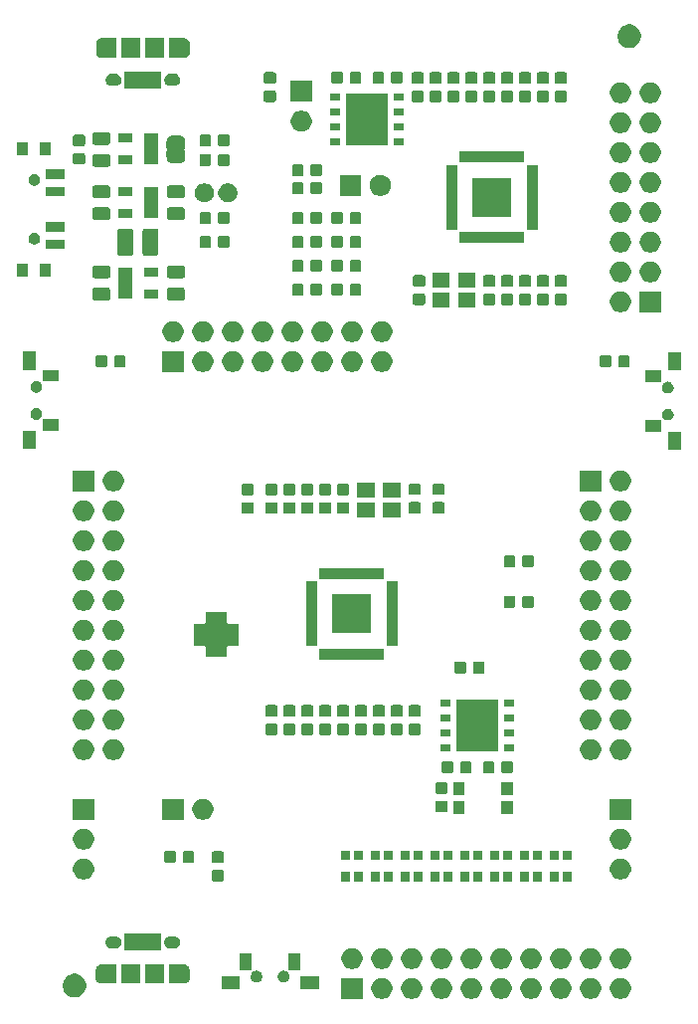
<source format=gbr>
G04 #@! TF.GenerationSoftware,KiCad,Pcbnew,5.1.5+dfsg1-2build2*
G04 #@! TF.CreationDate,2023-01-27T18:25:32+01:00*
G04 #@! TF.ProjectId,rp2040-launchpad-PCB,72703230-3430-42d6-9c61-756e63687061,rev?*
G04 #@! TF.SameCoordinates,Original*
G04 #@! TF.FileFunction,Soldermask,Top*
G04 #@! TF.FilePolarity,Negative*
%FSLAX46Y46*%
G04 Gerber Fmt 4.6, Leading zero omitted, Abs format (unit mm)*
G04 Created by KiCad (PCBNEW 5.1.5+dfsg1-2build2) date 2023-01-27 18:25:32*
%MOMM*%
%LPD*%
G04 APERTURE LIST*
%ADD10C,0.100000*%
G04 APERTURE END LIST*
D10*
G36*
X162673512Y-148963927D02*
G01*
X162822812Y-148993624D01*
X162986784Y-149061544D01*
X163134354Y-149160147D01*
X163259853Y-149285646D01*
X163358456Y-149433216D01*
X163426376Y-149597188D01*
X163461000Y-149771259D01*
X163461000Y-149948741D01*
X163426376Y-150122812D01*
X163358456Y-150286784D01*
X163259853Y-150434354D01*
X163134354Y-150559853D01*
X162986784Y-150658456D01*
X162822812Y-150726376D01*
X162673512Y-150756073D01*
X162648742Y-150761000D01*
X162471258Y-150761000D01*
X162446488Y-150756073D01*
X162297188Y-150726376D01*
X162133216Y-150658456D01*
X161985646Y-150559853D01*
X161860147Y-150434354D01*
X161761544Y-150286784D01*
X161693624Y-150122812D01*
X161659000Y-149948741D01*
X161659000Y-149771259D01*
X161693624Y-149597188D01*
X161761544Y-149433216D01*
X161860147Y-149285646D01*
X161985646Y-149160147D01*
X162133216Y-149061544D01*
X162297188Y-148993624D01*
X162446488Y-148963927D01*
X162471258Y-148959000D01*
X162648742Y-148959000D01*
X162673512Y-148963927D01*
G37*
G36*
X160133512Y-148963927D02*
G01*
X160282812Y-148993624D01*
X160446784Y-149061544D01*
X160594354Y-149160147D01*
X160719853Y-149285646D01*
X160818456Y-149433216D01*
X160886376Y-149597188D01*
X160921000Y-149771259D01*
X160921000Y-149948741D01*
X160886376Y-150122812D01*
X160818456Y-150286784D01*
X160719853Y-150434354D01*
X160594354Y-150559853D01*
X160446784Y-150658456D01*
X160282812Y-150726376D01*
X160133512Y-150756073D01*
X160108742Y-150761000D01*
X159931258Y-150761000D01*
X159906488Y-150756073D01*
X159757188Y-150726376D01*
X159593216Y-150658456D01*
X159445646Y-150559853D01*
X159320147Y-150434354D01*
X159221544Y-150286784D01*
X159153624Y-150122812D01*
X159119000Y-149948741D01*
X159119000Y-149771259D01*
X159153624Y-149597188D01*
X159221544Y-149433216D01*
X159320147Y-149285646D01*
X159445646Y-149160147D01*
X159593216Y-149061544D01*
X159757188Y-148993624D01*
X159906488Y-148963927D01*
X159931258Y-148959000D01*
X160108742Y-148959000D01*
X160133512Y-148963927D01*
G37*
G36*
X140601000Y-150761000D02*
G01*
X138799000Y-150761000D01*
X138799000Y-148959000D01*
X140601000Y-148959000D01*
X140601000Y-150761000D01*
G37*
G36*
X142353512Y-148963927D02*
G01*
X142502812Y-148993624D01*
X142666784Y-149061544D01*
X142814354Y-149160147D01*
X142939853Y-149285646D01*
X143038456Y-149433216D01*
X143106376Y-149597188D01*
X143141000Y-149771259D01*
X143141000Y-149948741D01*
X143106376Y-150122812D01*
X143038456Y-150286784D01*
X142939853Y-150434354D01*
X142814354Y-150559853D01*
X142666784Y-150658456D01*
X142502812Y-150726376D01*
X142353512Y-150756073D01*
X142328742Y-150761000D01*
X142151258Y-150761000D01*
X142126488Y-150756073D01*
X141977188Y-150726376D01*
X141813216Y-150658456D01*
X141665646Y-150559853D01*
X141540147Y-150434354D01*
X141441544Y-150286784D01*
X141373624Y-150122812D01*
X141339000Y-149948741D01*
X141339000Y-149771259D01*
X141373624Y-149597188D01*
X141441544Y-149433216D01*
X141540147Y-149285646D01*
X141665646Y-149160147D01*
X141813216Y-149061544D01*
X141977188Y-148993624D01*
X142126488Y-148963927D01*
X142151258Y-148959000D01*
X142328742Y-148959000D01*
X142353512Y-148963927D01*
G37*
G36*
X144893512Y-148963927D02*
G01*
X145042812Y-148993624D01*
X145206784Y-149061544D01*
X145354354Y-149160147D01*
X145479853Y-149285646D01*
X145578456Y-149433216D01*
X145646376Y-149597188D01*
X145681000Y-149771259D01*
X145681000Y-149948741D01*
X145646376Y-150122812D01*
X145578456Y-150286784D01*
X145479853Y-150434354D01*
X145354354Y-150559853D01*
X145206784Y-150658456D01*
X145042812Y-150726376D01*
X144893512Y-150756073D01*
X144868742Y-150761000D01*
X144691258Y-150761000D01*
X144666488Y-150756073D01*
X144517188Y-150726376D01*
X144353216Y-150658456D01*
X144205646Y-150559853D01*
X144080147Y-150434354D01*
X143981544Y-150286784D01*
X143913624Y-150122812D01*
X143879000Y-149948741D01*
X143879000Y-149771259D01*
X143913624Y-149597188D01*
X143981544Y-149433216D01*
X144080147Y-149285646D01*
X144205646Y-149160147D01*
X144353216Y-149061544D01*
X144517188Y-148993624D01*
X144666488Y-148963927D01*
X144691258Y-148959000D01*
X144868742Y-148959000D01*
X144893512Y-148963927D01*
G37*
G36*
X147433512Y-148963927D02*
G01*
X147582812Y-148993624D01*
X147746784Y-149061544D01*
X147894354Y-149160147D01*
X148019853Y-149285646D01*
X148118456Y-149433216D01*
X148186376Y-149597188D01*
X148221000Y-149771259D01*
X148221000Y-149948741D01*
X148186376Y-150122812D01*
X148118456Y-150286784D01*
X148019853Y-150434354D01*
X147894354Y-150559853D01*
X147746784Y-150658456D01*
X147582812Y-150726376D01*
X147433512Y-150756073D01*
X147408742Y-150761000D01*
X147231258Y-150761000D01*
X147206488Y-150756073D01*
X147057188Y-150726376D01*
X146893216Y-150658456D01*
X146745646Y-150559853D01*
X146620147Y-150434354D01*
X146521544Y-150286784D01*
X146453624Y-150122812D01*
X146419000Y-149948741D01*
X146419000Y-149771259D01*
X146453624Y-149597188D01*
X146521544Y-149433216D01*
X146620147Y-149285646D01*
X146745646Y-149160147D01*
X146893216Y-149061544D01*
X147057188Y-148993624D01*
X147206488Y-148963927D01*
X147231258Y-148959000D01*
X147408742Y-148959000D01*
X147433512Y-148963927D01*
G37*
G36*
X152513512Y-148963927D02*
G01*
X152662812Y-148993624D01*
X152826784Y-149061544D01*
X152974354Y-149160147D01*
X153099853Y-149285646D01*
X153198456Y-149433216D01*
X153266376Y-149597188D01*
X153301000Y-149771259D01*
X153301000Y-149948741D01*
X153266376Y-150122812D01*
X153198456Y-150286784D01*
X153099853Y-150434354D01*
X152974354Y-150559853D01*
X152826784Y-150658456D01*
X152662812Y-150726376D01*
X152513512Y-150756073D01*
X152488742Y-150761000D01*
X152311258Y-150761000D01*
X152286488Y-150756073D01*
X152137188Y-150726376D01*
X151973216Y-150658456D01*
X151825646Y-150559853D01*
X151700147Y-150434354D01*
X151601544Y-150286784D01*
X151533624Y-150122812D01*
X151499000Y-149948741D01*
X151499000Y-149771259D01*
X151533624Y-149597188D01*
X151601544Y-149433216D01*
X151700147Y-149285646D01*
X151825646Y-149160147D01*
X151973216Y-149061544D01*
X152137188Y-148993624D01*
X152286488Y-148963927D01*
X152311258Y-148959000D01*
X152488742Y-148959000D01*
X152513512Y-148963927D01*
G37*
G36*
X149973512Y-148963927D02*
G01*
X150122812Y-148993624D01*
X150286784Y-149061544D01*
X150434354Y-149160147D01*
X150559853Y-149285646D01*
X150658456Y-149433216D01*
X150726376Y-149597188D01*
X150761000Y-149771259D01*
X150761000Y-149948741D01*
X150726376Y-150122812D01*
X150658456Y-150286784D01*
X150559853Y-150434354D01*
X150434354Y-150559853D01*
X150286784Y-150658456D01*
X150122812Y-150726376D01*
X149973512Y-150756073D01*
X149948742Y-150761000D01*
X149771258Y-150761000D01*
X149746488Y-150756073D01*
X149597188Y-150726376D01*
X149433216Y-150658456D01*
X149285646Y-150559853D01*
X149160147Y-150434354D01*
X149061544Y-150286784D01*
X148993624Y-150122812D01*
X148959000Y-149948741D01*
X148959000Y-149771259D01*
X148993624Y-149597188D01*
X149061544Y-149433216D01*
X149160147Y-149285646D01*
X149285646Y-149160147D01*
X149433216Y-149061544D01*
X149597188Y-148993624D01*
X149746488Y-148963927D01*
X149771258Y-148959000D01*
X149948742Y-148959000D01*
X149973512Y-148963927D01*
G37*
G36*
X157593512Y-148963927D02*
G01*
X157742812Y-148993624D01*
X157906784Y-149061544D01*
X158054354Y-149160147D01*
X158179853Y-149285646D01*
X158278456Y-149433216D01*
X158346376Y-149597188D01*
X158381000Y-149771259D01*
X158381000Y-149948741D01*
X158346376Y-150122812D01*
X158278456Y-150286784D01*
X158179853Y-150434354D01*
X158054354Y-150559853D01*
X157906784Y-150658456D01*
X157742812Y-150726376D01*
X157593512Y-150756073D01*
X157568742Y-150761000D01*
X157391258Y-150761000D01*
X157366488Y-150756073D01*
X157217188Y-150726376D01*
X157053216Y-150658456D01*
X156905646Y-150559853D01*
X156780147Y-150434354D01*
X156681544Y-150286784D01*
X156613624Y-150122812D01*
X156579000Y-149948741D01*
X156579000Y-149771259D01*
X156613624Y-149597188D01*
X156681544Y-149433216D01*
X156780147Y-149285646D01*
X156905646Y-149160147D01*
X157053216Y-149061544D01*
X157217188Y-148993624D01*
X157366488Y-148963927D01*
X157391258Y-148959000D01*
X157568742Y-148959000D01*
X157593512Y-148963927D01*
G37*
G36*
X155053512Y-148963927D02*
G01*
X155202812Y-148993624D01*
X155366784Y-149061544D01*
X155514354Y-149160147D01*
X155639853Y-149285646D01*
X155738456Y-149433216D01*
X155806376Y-149597188D01*
X155841000Y-149771259D01*
X155841000Y-149948741D01*
X155806376Y-150122812D01*
X155738456Y-150286784D01*
X155639853Y-150434354D01*
X155514354Y-150559853D01*
X155366784Y-150658456D01*
X155202812Y-150726376D01*
X155053512Y-150756073D01*
X155028742Y-150761000D01*
X154851258Y-150761000D01*
X154826488Y-150756073D01*
X154677188Y-150726376D01*
X154513216Y-150658456D01*
X154365646Y-150559853D01*
X154240147Y-150434354D01*
X154141544Y-150286784D01*
X154073624Y-150122812D01*
X154039000Y-149948741D01*
X154039000Y-149771259D01*
X154073624Y-149597188D01*
X154141544Y-149433216D01*
X154240147Y-149285646D01*
X154365646Y-149160147D01*
X154513216Y-149061544D01*
X154677188Y-148993624D01*
X154826488Y-148963927D01*
X154851258Y-148959000D01*
X155028742Y-148959000D01*
X155053512Y-148963927D01*
G37*
G36*
X116305290Y-148631619D02*
G01*
X116369689Y-148644429D01*
X116551678Y-148719811D01*
X116715463Y-148829249D01*
X116854751Y-148968537D01*
X116964189Y-149132322D01*
X117039571Y-149314311D01*
X117039571Y-149314312D01*
X117078000Y-149507507D01*
X117078000Y-149704493D01*
X117064719Y-149771259D01*
X117039571Y-149897689D01*
X116964189Y-150079678D01*
X116854751Y-150243463D01*
X116715463Y-150382751D01*
X116551678Y-150492189D01*
X116369689Y-150567571D01*
X116305290Y-150580381D01*
X116176493Y-150606000D01*
X115979507Y-150606000D01*
X115850710Y-150580381D01*
X115786311Y-150567571D01*
X115604322Y-150492189D01*
X115440537Y-150382751D01*
X115301249Y-150243463D01*
X115191811Y-150079678D01*
X115116429Y-149897689D01*
X115091281Y-149771259D01*
X115078000Y-149704493D01*
X115078000Y-149507507D01*
X115116429Y-149314312D01*
X115116429Y-149314311D01*
X115191811Y-149132322D01*
X115301249Y-148968537D01*
X115440537Y-148829249D01*
X115604322Y-148719811D01*
X115786311Y-148644429D01*
X115850710Y-148631619D01*
X115979507Y-148606000D01*
X116176493Y-148606000D01*
X116305290Y-148631619D01*
G37*
G36*
X130123000Y-149945000D02*
G01*
X128571000Y-149945000D01*
X128571000Y-148843000D01*
X130123000Y-148843000D01*
X130123000Y-149945000D01*
G37*
G36*
X136873000Y-149945000D02*
G01*
X135321000Y-149945000D01*
X135321000Y-148843000D01*
X136873000Y-148843000D01*
X136873000Y-149945000D01*
G37*
G36*
X118408509Y-147796399D02*
G01*
X118420742Y-147797000D01*
X119641000Y-147797000D01*
X119641000Y-149449000D01*
X118420743Y-149449000D01*
X118408508Y-149449601D01*
X118390000Y-149451424D01*
X118371491Y-149449601D01*
X118359258Y-149449000D01*
X118288511Y-149449000D01*
X118283447Y-149444844D01*
X118250294Y-149429164D01*
X118197349Y-149413103D01*
X118110314Y-149366582D01*
X118034026Y-149303975D01*
X117971419Y-149227687D01*
X117924898Y-149140652D01*
X117896250Y-149046213D01*
X117889001Y-148972612D01*
X117889000Y-148972602D01*
X117889000Y-148273389D01*
X117896249Y-148199788D01*
X117924897Y-148105349D01*
X117971418Y-148018313D01*
X118034025Y-147942025D01*
X118110313Y-147879418D01*
X118197348Y-147832897D01*
X118250301Y-147816834D01*
X118272925Y-147807463D01*
X118288583Y-147797000D01*
X118359257Y-147797000D01*
X118371492Y-147796399D01*
X118390000Y-147794576D01*
X118408509Y-147796399D01*
G37*
G36*
X125408509Y-147796399D02*
G01*
X125420742Y-147797000D01*
X125491489Y-147797000D01*
X125496553Y-147801156D01*
X125529706Y-147816836D01*
X125582651Y-147832897D01*
X125669687Y-147879418D01*
X125745975Y-147942025D01*
X125808582Y-148018313D01*
X125855103Y-148105348D01*
X125883751Y-148199787D01*
X125891000Y-148273388D01*
X125891000Y-148972612D01*
X125883751Y-149046213D01*
X125855103Y-149140652D01*
X125808582Y-149227687D01*
X125745975Y-149303975D01*
X125669687Y-149366582D01*
X125582652Y-149413103D01*
X125529699Y-149429166D01*
X125507075Y-149438537D01*
X125491417Y-149449000D01*
X125420743Y-149449000D01*
X125408508Y-149449601D01*
X125390000Y-149451424D01*
X125371491Y-149449601D01*
X125359258Y-149449000D01*
X124139000Y-149449000D01*
X124139000Y-147797000D01*
X125359257Y-147797000D01*
X125371492Y-147796399D01*
X125390000Y-147794576D01*
X125408509Y-147796399D01*
G37*
G36*
X123691000Y-149449000D02*
G01*
X122089000Y-149449000D01*
X122089000Y-147797000D01*
X123691000Y-147797000D01*
X123691000Y-149449000D01*
G37*
G36*
X121691000Y-149449000D02*
G01*
X120089000Y-149449000D01*
X120089000Y-147797000D01*
X121691000Y-147797000D01*
X121691000Y-149449000D01*
G37*
G36*
X131669740Y-148352626D02*
G01*
X131718136Y-148362253D01*
X131755902Y-148377896D01*
X131809311Y-148400019D01*
X131809312Y-148400020D01*
X131891369Y-148454848D01*
X131961152Y-148524631D01*
X131961153Y-148524633D01*
X132015981Y-148606689D01*
X132031613Y-148644429D01*
X132053747Y-148697864D01*
X132073000Y-148794656D01*
X132073000Y-148893344D01*
X132053747Y-148990136D01*
X132038104Y-149027902D01*
X132015981Y-149081311D01*
X132015980Y-149081312D01*
X131961152Y-149163369D01*
X131891369Y-149233152D01*
X131850062Y-149260752D01*
X131809311Y-149287981D01*
X131755902Y-149310104D01*
X131718136Y-149325747D01*
X131669740Y-149335373D01*
X131621345Y-149345000D01*
X131522655Y-149345000D01*
X131474260Y-149335373D01*
X131425864Y-149325747D01*
X131388098Y-149310104D01*
X131334689Y-149287981D01*
X131293938Y-149260752D01*
X131252631Y-149233152D01*
X131182848Y-149163369D01*
X131128020Y-149081312D01*
X131128019Y-149081311D01*
X131105896Y-149027902D01*
X131090253Y-148990136D01*
X131071000Y-148893344D01*
X131071000Y-148794656D01*
X131090253Y-148697864D01*
X131112387Y-148644429D01*
X131128019Y-148606689D01*
X131182847Y-148524633D01*
X131182848Y-148524631D01*
X131199098Y-148508381D01*
X131214638Y-148489445D01*
X131226189Y-148467834D01*
X131233302Y-148444385D01*
X131234592Y-148431286D01*
X131247999Y-148432607D01*
X131272385Y-148430205D01*
X131295834Y-148423092D01*
X131317445Y-148411541D01*
X131334689Y-148400019D01*
X131388098Y-148377896D01*
X131425864Y-148362253D01*
X131474260Y-148352626D01*
X131522655Y-148343000D01*
X131621345Y-148343000D01*
X131669740Y-148352626D01*
G37*
G36*
X133969740Y-148352626D02*
G01*
X134018136Y-148362253D01*
X134055902Y-148377896D01*
X134109311Y-148400019D01*
X134126555Y-148411541D01*
X134148166Y-148423092D01*
X134171615Y-148430205D01*
X134196001Y-148432607D01*
X134209408Y-148431286D01*
X134210698Y-148444385D01*
X134217811Y-148467834D01*
X134229362Y-148489445D01*
X134244902Y-148508381D01*
X134261152Y-148524631D01*
X134261153Y-148524633D01*
X134315981Y-148606689D01*
X134331613Y-148644429D01*
X134353747Y-148697864D01*
X134373000Y-148794656D01*
X134373000Y-148893344D01*
X134353747Y-148990136D01*
X134338104Y-149027902D01*
X134315981Y-149081311D01*
X134315980Y-149081312D01*
X134261152Y-149163369D01*
X134191369Y-149233152D01*
X134150062Y-149260752D01*
X134109311Y-149287981D01*
X134055902Y-149310104D01*
X134018136Y-149325747D01*
X133969740Y-149335373D01*
X133921345Y-149345000D01*
X133822655Y-149345000D01*
X133774260Y-149335373D01*
X133725864Y-149325747D01*
X133688098Y-149310104D01*
X133634689Y-149287981D01*
X133593938Y-149260752D01*
X133552631Y-149233152D01*
X133482848Y-149163369D01*
X133428020Y-149081312D01*
X133428019Y-149081311D01*
X133405896Y-149027902D01*
X133390253Y-148990136D01*
X133371000Y-148893344D01*
X133371000Y-148794656D01*
X133390253Y-148697864D01*
X133412387Y-148644429D01*
X133428019Y-148606689D01*
X133482847Y-148524633D01*
X133482848Y-148524631D01*
X133552631Y-148454848D01*
X133634688Y-148400020D01*
X133634689Y-148400019D01*
X133688098Y-148377896D01*
X133725864Y-148362253D01*
X133774260Y-148352626D01*
X133822655Y-148343000D01*
X133921345Y-148343000D01*
X133969740Y-148352626D01*
G37*
G36*
X131123000Y-148296211D02*
G01*
X131110705Y-148295000D01*
X130121000Y-148295000D01*
X130121000Y-146893000D01*
X131123000Y-146893000D01*
X131123000Y-148296211D01*
G37*
G36*
X135323000Y-148295000D02*
G01*
X134333295Y-148295000D01*
X134321000Y-148296211D01*
X134321000Y-146893000D01*
X135323000Y-146893000D01*
X135323000Y-148295000D01*
G37*
G36*
X160133512Y-146423927D02*
G01*
X160282812Y-146453624D01*
X160446784Y-146521544D01*
X160594354Y-146620147D01*
X160719853Y-146745646D01*
X160818456Y-146893216D01*
X160886376Y-147057188D01*
X160921000Y-147231259D01*
X160921000Y-147408741D01*
X160886376Y-147582812D01*
X160818456Y-147746784D01*
X160719853Y-147894354D01*
X160594354Y-148019853D01*
X160446784Y-148118456D01*
X160282812Y-148186376D01*
X160133512Y-148216073D01*
X160108742Y-148221000D01*
X159931258Y-148221000D01*
X159906488Y-148216073D01*
X159757188Y-148186376D01*
X159593216Y-148118456D01*
X159445646Y-148019853D01*
X159320147Y-147894354D01*
X159221544Y-147746784D01*
X159153624Y-147582812D01*
X159119000Y-147408741D01*
X159119000Y-147231259D01*
X159153624Y-147057188D01*
X159221544Y-146893216D01*
X159320147Y-146745646D01*
X159445646Y-146620147D01*
X159593216Y-146521544D01*
X159757188Y-146453624D01*
X159906488Y-146423927D01*
X159931258Y-146419000D01*
X160108742Y-146419000D01*
X160133512Y-146423927D01*
G37*
G36*
X139813512Y-146423927D02*
G01*
X139962812Y-146453624D01*
X140126784Y-146521544D01*
X140274354Y-146620147D01*
X140399853Y-146745646D01*
X140498456Y-146893216D01*
X140566376Y-147057188D01*
X140601000Y-147231259D01*
X140601000Y-147408741D01*
X140566376Y-147582812D01*
X140498456Y-147746784D01*
X140399853Y-147894354D01*
X140274354Y-148019853D01*
X140126784Y-148118456D01*
X139962812Y-148186376D01*
X139813512Y-148216073D01*
X139788742Y-148221000D01*
X139611258Y-148221000D01*
X139586488Y-148216073D01*
X139437188Y-148186376D01*
X139273216Y-148118456D01*
X139125646Y-148019853D01*
X139000147Y-147894354D01*
X138901544Y-147746784D01*
X138833624Y-147582812D01*
X138799000Y-147408741D01*
X138799000Y-147231259D01*
X138833624Y-147057188D01*
X138901544Y-146893216D01*
X139000147Y-146745646D01*
X139125646Y-146620147D01*
X139273216Y-146521544D01*
X139437188Y-146453624D01*
X139586488Y-146423927D01*
X139611258Y-146419000D01*
X139788742Y-146419000D01*
X139813512Y-146423927D01*
G37*
G36*
X157593512Y-146423927D02*
G01*
X157742812Y-146453624D01*
X157906784Y-146521544D01*
X158054354Y-146620147D01*
X158179853Y-146745646D01*
X158278456Y-146893216D01*
X158346376Y-147057188D01*
X158381000Y-147231259D01*
X158381000Y-147408741D01*
X158346376Y-147582812D01*
X158278456Y-147746784D01*
X158179853Y-147894354D01*
X158054354Y-148019853D01*
X157906784Y-148118456D01*
X157742812Y-148186376D01*
X157593512Y-148216073D01*
X157568742Y-148221000D01*
X157391258Y-148221000D01*
X157366488Y-148216073D01*
X157217188Y-148186376D01*
X157053216Y-148118456D01*
X156905646Y-148019853D01*
X156780147Y-147894354D01*
X156681544Y-147746784D01*
X156613624Y-147582812D01*
X156579000Y-147408741D01*
X156579000Y-147231259D01*
X156613624Y-147057188D01*
X156681544Y-146893216D01*
X156780147Y-146745646D01*
X156905646Y-146620147D01*
X157053216Y-146521544D01*
X157217188Y-146453624D01*
X157366488Y-146423927D01*
X157391258Y-146419000D01*
X157568742Y-146419000D01*
X157593512Y-146423927D01*
G37*
G36*
X142353512Y-146423927D02*
G01*
X142502812Y-146453624D01*
X142666784Y-146521544D01*
X142814354Y-146620147D01*
X142939853Y-146745646D01*
X143038456Y-146893216D01*
X143106376Y-147057188D01*
X143141000Y-147231259D01*
X143141000Y-147408741D01*
X143106376Y-147582812D01*
X143038456Y-147746784D01*
X142939853Y-147894354D01*
X142814354Y-148019853D01*
X142666784Y-148118456D01*
X142502812Y-148186376D01*
X142353512Y-148216073D01*
X142328742Y-148221000D01*
X142151258Y-148221000D01*
X142126488Y-148216073D01*
X141977188Y-148186376D01*
X141813216Y-148118456D01*
X141665646Y-148019853D01*
X141540147Y-147894354D01*
X141441544Y-147746784D01*
X141373624Y-147582812D01*
X141339000Y-147408741D01*
X141339000Y-147231259D01*
X141373624Y-147057188D01*
X141441544Y-146893216D01*
X141540147Y-146745646D01*
X141665646Y-146620147D01*
X141813216Y-146521544D01*
X141977188Y-146453624D01*
X142126488Y-146423927D01*
X142151258Y-146419000D01*
X142328742Y-146419000D01*
X142353512Y-146423927D01*
G37*
G36*
X155053512Y-146423927D02*
G01*
X155202812Y-146453624D01*
X155366784Y-146521544D01*
X155514354Y-146620147D01*
X155639853Y-146745646D01*
X155738456Y-146893216D01*
X155806376Y-147057188D01*
X155841000Y-147231259D01*
X155841000Y-147408741D01*
X155806376Y-147582812D01*
X155738456Y-147746784D01*
X155639853Y-147894354D01*
X155514354Y-148019853D01*
X155366784Y-148118456D01*
X155202812Y-148186376D01*
X155053512Y-148216073D01*
X155028742Y-148221000D01*
X154851258Y-148221000D01*
X154826488Y-148216073D01*
X154677188Y-148186376D01*
X154513216Y-148118456D01*
X154365646Y-148019853D01*
X154240147Y-147894354D01*
X154141544Y-147746784D01*
X154073624Y-147582812D01*
X154039000Y-147408741D01*
X154039000Y-147231259D01*
X154073624Y-147057188D01*
X154141544Y-146893216D01*
X154240147Y-146745646D01*
X154365646Y-146620147D01*
X154513216Y-146521544D01*
X154677188Y-146453624D01*
X154826488Y-146423927D01*
X154851258Y-146419000D01*
X155028742Y-146419000D01*
X155053512Y-146423927D01*
G37*
G36*
X149973512Y-146423927D02*
G01*
X150122812Y-146453624D01*
X150286784Y-146521544D01*
X150434354Y-146620147D01*
X150559853Y-146745646D01*
X150658456Y-146893216D01*
X150726376Y-147057188D01*
X150761000Y-147231259D01*
X150761000Y-147408741D01*
X150726376Y-147582812D01*
X150658456Y-147746784D01*
X150559853Y-147894354D01*
X150434354Y-148019853D01*
X150286784Y-148118456D01*
X150122812Y-148186376D01*
X149973512Y-148216073D01*
X149948742Y-148221000D01*
X149771258Y-148221000D01*
X149746488Y-148216073D01*
X149597188Y-148186376D01*
X149433216Y-148118456D01*
X149285646Y-148019853D01*
X149160147Y-147894354D01*
X149061544Y-147746784D01*
X148993624Y-147582812D01*
X148959000Y-147408741D01*
X148959000Y-147231259D01*
X148993624Y-147057188D01*
X149061544Y-146893216D01*
X149160147Y-146745646D01*
X149285646Y-146620147D01*
X149433216Y-146521544D01*
X149597188Y-146453624D01*
X149746488Y-146423927D01*
X149771258Y-146419000D01*
X149948742Y-146419000D01*
X149973512Y-146423927D01*
G37*
G36*
X147433512Y-146423927D02*
G01*
X147582812Y-146453624D01*
X147746784Y-146521544D01*
X147894354Y-146620147D01*
X148019853Y-146745646D01*
X148118456Y-146893216D01*
X148186376Y-147057188D01*
X148221000Y-147231259D01*
X148221000Y-147408741D01*
X148186376Y-147582812D01*
X148118456Y-147746784D01*
X148019853Y-147894354D01*
X147894354Y-148019853D01*
X147746784Y-148118456D01*
X147582812Y-148186376D01*
X147433512Y-148216073D01*
X147408742Y-148221000D01*
X147231258Y-148221000D01*
X147206488Y-148216073D01*
X147057188Y-148186376D01*
X146893216Y-148118456D01*
X146745646Y-148019853D01*
X146620147Y-147894354D01*
X146521544Y-147746784D01*
X146453624Y-147582812D01*
X146419000Y-147408741D01*
X146419000Y-147231259D01*
X146453624Y-147057188D01*
X146521544Y-146893216D01*
X146620147Y-146745646D01*
X146745646Y-146620147D01*
X146893216Y-146521544D01*
X147057188Y-146453624D01*
X147206488Y-146423927D01*
X147231258Y-146419000D01*
X147408742Y-146419000D01*
X147433512Y-146423927D01*
G37*
G36*
X152513512Y-146423927D02*
G01*
X152662812Y-146453624D01*
X152826784Y-146521544D01*
X152974354Y-146620147D01*
X153099853Y-146745646D01*
X153198456Y-146893216D01*
X153266376Y-147057188D01*
X153301000Y-147231259D01*
X153301000Y-147408741D01*
X153266376Y-147582812D01*
X153198456Y-147746784D01*
X153099853Y-147894354D01*
X152974354Y-148019853D01*
X152826784Y-148118456D01*
X152662812Y-148186376D01*
X152513512Y-148216073D01*
X152488742Y-148221000D01*
X152311258Y-148221000D01*
X152286488Y-148216073D01*
X152137188Y-148186376D01*
X151973216Y-148118456D01*
X151825646Y-148019853D01*
X151700147Y-147894354D01*
X151601544Y-147746784D01*
X151533624Y-147582812D01*
X151499000Y-147408741D01*
X151499000Y-147231259D01*
X151533624Y-147057188D01*
X151601544Y-146893216D01*
X151700147Y-146745646D01*
X151825646Y-146620147D01*
X151973216Y-146521544D01*
X152137188Y-146453624D01*
X152286488Y-146423927D01*
X152311258Y-146419000D01*
X152488742Y-146419000D01*
X152513512Y-146423927D01*
G37*
G36*
X162673512Y-146423927D02*
G01*
X162822812Y-146453624D01*
X162986784Y-146521544D01*
X163134354Y-146620147D01*
X163259853Y-146745646D01*
X163358456Y-146893216D01*
X163426376Y-147057188D01*
X163461000Y-147231259D01*
X163461000Y-147408741D01*
X163426376Y-147582812D01*
X163358456Y-147746784D01*
X163259853Y-147894354D01*
X163134354Y-148019853D01*
X162986784Y-148118456D01*
X162822812Y-148186376D01*
X162673512Y-148216073D01*
X162648742Y-148221000D01*
X162471258Y-148221000D01*
X162446488Y-148216073D01*
X162297188Y-148186376D01*
X162133216Y-148118456D01*
X161985646Y-148019853D01*
X161860147Y-147894354D01*
X161761544Y-147746784D01*
X161693624Y-147582812D01*
X161659000Y-147408741D01*
X161659000Y-147231259D01*
X161693624Y-147057188D01*
X161761544Y-146893216D01*
X161860147Y-146745646D01*
X161985646Y-146620147D01*
X162133216Y-146521544D01*
X162297188Y-146453624D01*
X162446488Y-146423927D01*
X162471258Y-146419000D01*
X162648742Y-146419000D01*
X162673512Y-146423927D01*
G37*
G36*
X144893512Y-146423927D02*
G01*
X145042812Y-146453624D01*
X145206784Y-146521544D01*
X145354354Y-146620147D01*
X145479853Y-146745646D01*
X145578456Y-146893216D01*
X145646376Y-147057188D01*
X145681000Y-147231259D01*
X145681000Y-147408741D01*
X145646376Y-147582812D01*
X145578456Y-147746784D01*
X145479853Y-147894354D01*
X145354354Y-148019853D01*
X145206784Y-148118456D01*
X145042812Y-148186376D01*
X144893512Y-148216073D01*
X144868742Y-148221000D01*
X144691258Y-148221000D01*
X144666488Y-148216073D01*
X144517188Y-148186376D01*
X144353216Y-148118456D01*
X144205646Y-148019853D01*
X144080147Y-147894354D01*
X143981544Y-147746784D01*
X143913624Y-147582812D01*
X143879000Y-147408741D01*
X143879000Y-147231259D01*
X143913624Y-147057188D01*
X143981544Y-146893216D01*
X144080147Y-146745646D01*
X144205646Y-146620147D01*
X144353216Y-146521544D01*
X144517188Y-146453624D01*
X144666488Y-146423927D01*
X144691258Y-146419000D01*
X144868742Y-146419000D01*
X144893512Y-146423927D01*
G37*
G36*
X123441000Y-146649000D02*
G01*
X120339000Y-146649000D01*
X120339000Y-145197000D01*
X123441000Y-145197000D01*
X123441000Y-146649000D01*
G37*
G36*
X119643114Y-145404611D02*
G01*
X119742265Y-145434688D01*
X119833644Y-145483531D01*
X119913738Y-145549262D01*
X119979469Y-145629356D01*
X120028312Y-145720735D01*
X120058389Y-145819886D01*
X120068545Y-145923000D01*
X120058389Y-146026114D01*
X120028312Y-146125265D01*
X119979469Y-146216644D01*
X119913738Y-146296738D01*
X119833644Y-146362469D01*
X119742265Y-146411312D01*
X119643114Y-146441389D01*
X119565839Y-146449000D01*
X119214161Y-146449000D01*
X119136886Y-146441389D01*
X119037735Y-146411312D01*
X118946356Y-146362469D01*
X118866262Y-146296738D01*
X118800531Y-146216644D01*
X118751688Y-146125265D01*
X118721611Y-146026114D01*
X118711455Y-145923000D01*
X118721611Y-145819886D01*
X118751688Y-145720735D01*
X118800531Y-145629356D01*
X118866262Y-145549262D01*
X118946356Y-145483531D01*
X119037735Y-145434688D01*
X119136886Y-145404611D01*
X119214161Y-145397000D01*
X119565839Y-145397000D01*
X119643114Y-145404611D01*
G37*
G36*
X124643114Y-145404611D02*
G01*
X124742265Y-145434688D01*
X124833644Y-145483531D01*
X124913738Y-145549262D01*
X124979469Y-145629356D01*
X125028312Y-145720735D01*
X125058389Y-145819886D01*
X125068545Y-145923000D01*
X125058389Y-146026114D01*
X125028312Y-146125265D01*
X124979469Y-146216644D01*
X124913738Y-146296738D01*
X124833644Y-146362469D01*
X124742265Y-146411312D01*
X124643114Y-146441389D01*
X124565839Y-146449000D01*
X124214161Y-146449000D01*
X124136886Y-146441389D01*
X124037735Y-146411312D01*
X123946356Y-146362469D01*
X123866262Y-146296738D01*
X123800531Y-146216644D01*
X123751688Y-146125265D01*
X123721611Y-146026114D01*
X123711455Y-145923000D01*
X123721611Y-145819886D01*
X123751688Y-145720735D01*
X123800531Y-145629356D01*
X123866262Y-145549262D01*
X123946356Y-145483531D01*
X124037735Y-145434688D01*
X124136886Y-145404611D01*
X124214161Y-145397000D01*
X124565839Y-145397000D01*
X124643114Y-145404611D01*
G37*
G36*
X149711000Y-140757000D02*
G01*
X148909000Y-140757000D01*
X148909000Y-139955000D01*
X149711000Y-139955000D01*
X149711000Y-140757000D01*
G37*
G36*
X150811000Y-140757000D02*
G01*
X150009000Y-140757000D01*
X150009000Y-139955000D01*
X150811000Y-139955000D01*
X150811000Y-140757000D01*
G37*
G36*
X142091000Y-140757000D02*
G01*
X141289000Y-140757000D01*
X141289000Y-139955000D01*
X142091000Y-139955000D01*
X142091000Y-140757000D01*
G37*
G36*
X140651000Y-140757000D02*
G01*
X139849000Y-140757000D01*
X139849000Y-139955000D01*
X140651000Y-139955000D01*
X140651000Y-140757000D01*
G37*
G36*
X139551000Y-140757000D02*
G01*
X138749000Y-140757000D01*
X138749000Y-139955000D01*
X139551000Y-139955000D01*
X139551000Y-140757000D01*
G37*
G36*
X157331000Y-140757000D02*
G01*
X156529000Y-140757000D01*
X156529000Y-139955000D01*
X157331000Y-139955000D01*
X157331000Y-140757000D01*
G37*
G36*
X158431000Y-140757000D02*
G01*
X157629000Y-140757000D01*
X157629000Y-139955000D01*
X158431000Y-139955000D01*
X158431000Y-140757000D01*
G37*
G36*
X154791000Y-140757000D02*
G01*
X153989000Y-140757000D01*
X153989000Y-139955000D01*
X154791000Y-139955000D01*
X154791000Y-140757000D01*
G37*
G36*
X155891000Y-140757000D02*
G01*
X155089000Y-140757000D01*
X155089000Y-139955000D01*
X155891000Y-139955000D01*
X155891000Y-140757000D01*
G37*
G36*
X152251000Y-140757000D02*
G01*
X151449000Y-140757000D01*
X151449000Y-139955000D01*
X152251000Y-139955000D01*
X152251000Y-140757000D01*
G37*
G36*
X153351000Y-140757000D02*
G01*
X152549000Y-140757000D01*
X152549000Y-139955000D01*
X153351000Y-139955000D01*
X153351000Y-140757000D01*
G37*
G36*
X147171000Y-140757000D02*
G01*
X146369000Y-140757000D01*
X146369000Y-139955000D01*
X147171000Y-139955000D01*
X147171000Y-140757000D01*
G37*
G36*
X148271000Y-140757000D02*
G01*
X147469000Y-140757000D01*
X147469000Y-139955000D01*
X148271000Y-139955000D01*
X148271000Y-140757000D01*
G37*
G36*
X144631000Y-140757000D02*
G01*
X143829000Y-140757000D01*
X143829000Y-139955000D01*
X144631000Y-139955000D01*
X144631000Y-140757000D01*
G37*
G36*
X145731000Y-140757000D02*
G01*
X144929000Y-140757000D01*
X144929000Y-139955000D01*
X145731000Y-139955000D01*
X145731000Y-140757000D01*
G37*
G36*
X143191000Y-140757000D02*
G01*
X142389000Y-140757000D01*
X142389000Y-139955000D01*
X143191000Y-139955000D01*
X143191000Y-140757000D01*
G37*
G36*
X128649591Y-139774585D02*
G01*
X128683569Y-139784893D01*
X128714890Y-139801634D01*
X128742339Y-139824161D01*
X128764866Y-139851610D01*
X128781607Y-139882931D01*
X128791915Y-139916909D01*
X128796000Y-139958390D01*
X128796000Y-140559610D01*
X128791915Y-140601091D01*
X128781607Y-140635069D01*
X128764866Y-140666390D01*
X128742339Y-140693839D01*
X128714890Y-140716366D01*
X128683569Y-140733107D01*
X128649591Y-140743415D01*
X128608110Y-140747500D01*
X127931890Y-140747500D01*
X127890409Y-140743415D01*
X127856431Y-140733107D01*
X127825110Y-140716366D01*
X127797661Y-140693839D01*
X127775134Y-140666390D01*
X127758393Y-140635069D01*
X127748085Y-140601091D01*
X127744000Y-140559610D01*
X127744000Y-139958390D01*
X127748085Y-139916909D01*
X127758393Y-139882931D01*
X127775134Y-139851610D01*
X127797661Y-139824161D01*
X127825110Y-139801634D01*
X127856431Y-139784893D01*
X127890409Y-139774585D01*
X127931890Y-139770500D01*
X128608110Y-139770500D01*
X128649591Y-139774585D01*
G37*
G36*
X116953512Y-138803927D02*
G01*
X117102812Y-138833624D01*
X117266784Y-138901544D01*
X117414354Y-139000147D01*
X117539853Y-139125646D01*
X117638456Y-139273216D01*
X117706376Y-139437188D01*
X117736073Y-139586488D01*
X117741000Y-139611258D01*
X117741000Y-139788742D01*
X117736440Y-139811664D01*
X117706376Y-139962812D01*
X117638456Y-140126784D01*
X117539853Y-140274354D01*
X117414354Y-140399853D01*
X117266784Y-140498456D01*
X117102812Y-140566376D01*
X116953512Y-140596073D01*
X116928742Y-140601000D01*
X116751258Y-140601000D01*
X116726488Y-140596073D01*
X116577188Y-140566376D01*
X116413216Y-140498456D01*
X116265646Y-140399853D01*
X116140147Y-140274354D01*
X116041544Y-140126784D01*
X115973624Y-139962812D01*
X115943560Y-139811664D01*
X115939000Y-139788742D01*
X115939000Y-139611258D01*
X115943927Y-139586488D01*
X115973624Y-139437188D01*
X116041544Y-139273216D01*
X116140147Y-139125646D01*
X116265646Y-139000147D01*
X116413216Y-138901544D01*
X116577188Y-138833624D01*
X116726488Y-138803927D01*
X116751258Y-138799000D01*
X116928742Y-138799000D01*
X116953512Y-138803927D01*
G37*
G36*
X162673512Y-138803927D02*
G01*
X162822812Y-138833624D01*
X162986784Y-138901544D01*
X163134354Y-139000147D01*
X163259853Y-139125646D01*
X163358456Y-139273216D01*
X163426376Y-139437188D01*
X163456073Y-139586488D01*
X163461000Y-139611258D01*
X163461000Y-139788742D01*
X163456440Y-139811664D01*
X163426376Y-139962812D01*
X163358456Y-140126784D01*
X163259853Y-140274354D01*
X163134354Y-140399853D01*
X162986784Y-140498456D01*
X162822812Y-140566376D01*
X162673512Y-140596073D01*
X162648742Y-140601000D01*
X162471258Y-140601000D01*
X162446488Y-140596073D01*
X162297188Y-140566376D01*
X162133216Y-140498456D01*
X161985646Y-140399853D01*
X161860147Y-140274354D01*
X161761544Y-140126784D01*
X161693624Y-139962812D01*
X161663560Y-139811664D01*
X161659000Y-139788742D01*
X161659000Y-139611258D01*
X161663927Y-139586488D01*
X161693624Y-139437188D01*
X161761544Y-139273216D01*
X161860147Y-139125646D01*
X161985646Y-139000147D01*
X162133216Y-138901544D01*
X162297188Y-138833624D01*
X162446488Y-138803927D01*
X162471258Y-138799000D01*
X162648742Y-138799000D01*
X162673512Y-138803927D01*
G37*
G36*
X126123091Y-138162085D02*
G01*
X126157069Y-138172393D01*
X126188390Y-138189134D01*
X126215839Y-138211661D01*
X126238366Y-138239110D01*
X126255107Y-138270431D01*
X126265415Y-138304409D01*
X126269500Y-138345890D01*
X126269500Y-139022110D01*
X126265415Y-139063591D01*
X126255107Y-139097569D01*
X126238366Y-139128890D01*
X126215839Y-139156339D01*
X126188390Y-139178866D01*
X126157069Y-139195607D01*
X126123091Y-139205915D01*
X126081610Y-139210000D01*
X125480390Y-139210000D01*
X125438909Y-139205915D01*
X125404931Y-139195607D01*
X125373610Y-139178866D01*
X125346161Y-139156339D01*
X125323634Y-139128890D01*
X125306893Y-139097569D01*
X125296585Y-139063591D01*
X125292500Y-139022110D01*
X125292500Y-138345890D01*
X125296585Y-138304409D01*
X125306893Y-138270431D01*
X125323634Y-138239110D01*
X125346161Y-138211661D01*
X125373610Y-138189134D01*
X125404931Y-138172393D01*
X125438909Y-138162085D01*
X125480390Y-138158000D01*
X126081610Y-138158000D01*
X126123091Y-138162085D01*
G37*
G36*
X124548091Y-138162085D02*
G01*
X124582069Y-138172393D01*
X124613390Y-138189134D01*
X124640839Y-138211661D01*
X124663366Y-138239110D01*
X124680107Y-138270431D01*
X124690415Y-138304409D01*
X124694500Y-138345890D01*
X124694500Y-139022110D01*
X124690415Y-139063591D01*
X124680107Y-139097569D01*
X124663366Y-139128890D01*
X124640839Y-139156339D01*
X124613390Y-139178866D01*
X124582069Y-139195607D01*
X124548091Y-139205915D01*
X124506610Y-139210000D01*
X123905390Y-139210000D01*
X123863909Y-139205915D01*
X123829931Y-139195607D01*
X123798610Y-139178866D01*
X123771161Y-139156339D01*
X123748634Y-139128890D01*
X123731893Y-139097569D01*
X123721585Y-139063591D01*
X123717500Y-139022110D01*
X123717500Y-138345890D01*
X123721585Y-138304409D01*
X123731893Y-138270431D01*
X123748634Y-138239110D01*
X123771161Y-138211661D01*
X123798610Y-138189134D01*
X123829931Y-138172393D01*
X123863909Y-138162085D01*
X123905390Y-138158000D01*
X124506610Y-138158000D01*
X124548091Y-138162085D01*
G37*
G36*
X128649591Y-138199585D02*
G01*
X128683569Y-138209893D01*
X128714890Y-138226634D01*
X128742339Y-138249161D01*
X128764866Y-138276610D01*
X128781607Y-138307931D01*
X128791915Y-138341909D01*
X128796000Y-138383390D01*
X128796000Y-138984610D01*
X128791915Y-139026091D01*
X128781607Y-139060069D01*
X128764866Y-139091390D01*
X128742339Y-139118839D01*
X128714890Y-139141366D01*
X128683569Y-139158107D01*
X128649591Y-139168415D01*
X128608110Y-139172500D01*
X127931890Y-139172500D01*
X127890409Y-139168415D01*
X127856431Y-139158107D01*
X127825110Y-139141366D01*
X127797661Y-139118839D01*
X127775134Y-139091390D01*
X127758393Y-139060069D01*
X127748085Y-139026091D01*
X127744000Y-138984610D01*
X127744000Y-138383390D01*
X127748085Y-138341909D01*
X127758393Y-138307931D01*
X127775134Y-138276610D01*
X127797661Y-138249161D01*
X127825110Y-138226634D01*
X127856431Y-138209893D01*
X127890409Y-138199585D01*
X127931890Y-138195500D01*
X128608110Y-138195500D01*
X128649591Y-138199585D01*
G37*
G36*
X143191000Y-138927000D02*
G01*
X142389000Y-138927000D01*
X142389000Y-138125000D01*
X143191000Y-138125000D01*
X143191000Y-138927000D01*
G37*
G36*
X139551000Y-138927000D02*
G01*
X138749000Y-138927000D01*
X138749000Y-138125000D01*
X139551000Y-138125000D01*
X139551000Y-138927000D01*
G37*
G36*
X140651000Y-138927000D02*
G01*
X139849000Y-138927000D01*
X139849000Y-138125000D01*
X140651000Y-138125000D01*
X140651000Y-138927000D01*
G37*
G36*
X142091000Y-138927000D02*
G01*
X141289000Y-138927000D01*
X141289000Y-138125000D01*
X142091000Y-138125000D01*
X142091000Y-138927000D01*
G37*
G36*
X144631000Y-138927000D02*
G01*
X143829000Y-138927000D01*
X143829000Y-138125000D01*
X144631000Y-138125000D01*
X144631000Y-138927000D01*
G37*
G36*
X145731000Y-138927000D02*
G01*
X144929000Y-138927000D01*
X144929000Y-138125000D01*
X145731000Y-138125000D01*
X145731000Y-138927000D01*
G37*
G36*
X147171000Y-138927000D02*
G01*
X146369000Y-138927000D01*
X146369000Y-138125000D01*
X147171000Y-138125000D01*
X147171000Y-138927000D01*
G37*
G36*
X148271000Y-138927000D02*
G01*
X147469000Y-138927000D01*
X147469000Y-138125000D01*
X148271000Y-138125000D01*
X148271000Y-138927000D01*
G37*
G36*
X149711000Y-138927000D02*
G01*
X148909000Y-138927000D01*
X148909000Y-138125000D01*
X149711000Y-138125000D01*
X149711000Y-138927000D01*
G37*
G36*
X152251000Y-138927000D02*
G01*
X151449000Y-138927000D01*
X151449000Y-138125000D01*
X152251000Y-138125000D01*
X152251000Y-138927000D01*
G37*
G36*
X153351000Y-138927000D02*
G01*
X152549000Y-138927000D01*
X152549000Y-138125000D01*
X153351000Y-138125000D01*
X153351000Y-138927000D01*
G37*
G36*
X154791000Y-138927000D02*
G01*
X153989000Y-138927000D01*
X153989000Y-138125000D01*
X154791000Y-138125000D01*
X154791000Y-138927000D01*
G37*
G36*
X155891000Y-138927000D02*
G01*
X155089000Y-138927000D01*
X155089000Y-138125000D01*
X155891000Y-138125000D01*
X155891000Y-138927000D01*
G37*
G36*
X157331000Y-138927000D02*
G01*
X156529000Y-138927000D01*
X156529000Y-138125000D01*
X157331000Y-138125000D01*
X157331000Y-138927000D01*
G37*
G36*
X158431000Y-138927000D02*
G01*
X157629000Y-138927000D01*
X157629000Y-138125000D01*
X158431000Y-138125000D01*
X158431000Y-138927000D01*
G37*
G36*
X150811000Y-138927000D02*
G01*
X150009000Y-138927000D01*
X150009000Y-138125000D01*
X150811000Y-138125000D01*
X150811000Y-138927000D01*
G37*
G36*
X116953512Y-136263927D02*
G01*
X117102812Y-136293624D01*
X117266784Y-136361544D01*
X117414354Y-136460147D01*
X117539853Y-136585646D01*
X117638456Y-136733216D01*
X117706376Y-136897188D01*
X117741000Y-137071259D01*
X117741000Y-137248741D01*
X117706376Y-137422812D01*
X117638456Y-137586784D01*
X117539853Y-137734354D01*
X117414354Y-137859853D01*
X117266784Y-137958456D01*
X117102812Y-138026376D01*
X116953512Y-138056073D01*
X116928742Y-138061000D01*
X116751258Y-138061000D01*
X116726488Y-138056073D01*
X116577188Y-138026376D01*
X116413216Y-137958456D01*
X116265646Y-137859853D01*
X116140147Y-137734354D01*
X116041544Y-137586784D01*
X115973624Y-137422812D01*
X115939000Y-137248741D01*
X115939000Y-137071259D01*
X115973624Y-136897188D01*
X116041544Y-136733216D01*
X116140147Y-136585646D01*
X116265646Y-136460147D01*
X116413216Y-136361544D01*
X116577188Y-136293624D01*
X116726488Y-136263927D01*
X116751258Y-136259000D01*
X116928742Y-136259000D01*
X116953512Y-136263927D01*
G37*
G36*
X162673512Y-136263927D02*
G01*
X162822812Y-136293624D01*
X162986784Y-136361544D01*
X163134354Y-136460147D01*
X163259853Y-136585646D01*
X163358456Y-136733216D01*
X163426376Y-136897188D01*
X163461000Y-137071259D01*
X163461000Y-137248741D01*
X163426376Y-137422812D01*
X163358456Y-137586784D01*
X163259853Y-137734354D01*
X163134354Y-137859853D01*
X162986784Y-137958456D01*
X162822812Y-138026376D01*
X162673512Y-138056073D01*
X162648742Y-138061000D01*
X162471258Y-138061000D01*
X162446488Y-138056073D01*
X162297188Y-138026376D01*
X162133216Y-137958456D01*
X161985646Y-137859853D01*
X161860147Y-137734354D01*
X161761544Y-137586784D01*
X161693624Y-137422812D01*
X161659000Y-137248741D01*
X161659000Y-137071259D01*
X161693624Y-136897188D01*
X161761544Y-136733216D01*
X161860147Y-136585646D01*
X161985646Y-136460147D01*
X162133216Y-136361544D01*
X162297188Y-136293624D01*
X162446488Y-136263927D01*
X162471258Y-136259000D01*
X162648742Y-136259000D01*
X162673512Y-136263927D01*
G37*
G36*
X163461000Y-135521000D02*
G01*
X161659000Y-135521000D01*
X161659000Y-133719000D01*
X163461000Y-133719000D01*
X163461000Y-135521000D01*
G37*
G36*
X127113512Y-133723927D02*
G01*
X127262812Y-133753624D01*
X127426784Y-133821544D01*
X127574354Y-133920147D01*
X127699853Y-134045646D01*
X127798456Y-134193216D01*
X127866376Y-134357188D01*
X127901000Y-134531259D01*
X127901000Y-134708741D01*
X127866376Y-134882812D01*
X127798456Y-135046784D01*
X127699853Y-135194354D01*
X127574354Y-135319853D01*
X127426784Y-135418456D01*
X127262812Y-135486376D01*
X127113512Y-135516073D01*
X127088742Y-135521000D01*
X126911258Y-135521000D01*
X126886488Y-135516073D01*
X126737188Y-135486376D01*
X126573216Y-135418456D01*
X126425646Y-135319853D01*
X126300147Y-135194354D01*
X126201544Y-135046784D01*
X126133624Y-134882812D01*
X126099000Y-134708741D01*
X126099000Y-134531259D01*
X126133624Y-134357188D01*
X126201544Y-134193216D01*
X126300147Y-134045646D01*
X126425646Y-133920147D01*
X126573216Y-133821544D01*
X126737188Y-133753624D01*
X126886488Y-133723927D01*
X126911258Y-133719000D01*
X127088742Y-133719000D01*
X127113512Y-133723927D01*
G37*
G36*
X125361000Y-135521000D02*
G01*
X123559000Y-135521000D01*
X123559000Y-133719000D01*
X125361000Y-133719000D01*
X125361000Y-135521000D01*
G37*
G36*
X117741000Y-135521000D02*
G01*
X115939000Y-135521000D01*
X115939000Y-133719000D01*
X117741000Y-133719000D01*
X117741000Y-135521000D01*
G37*
G36*
X149309000Y-134993000D02*
G01*
X148307000Y-134993000D01*
X148307000Y-133891000D01*
X149309000Y-133891000D01*
X149309000Y-134993000D01*
G37*
G36*
X153409000Y-134993000D02*
G01*
X152407000Y-134993000D01*
X152407000Y-133891000D01*
X153409000Y-133891000D01*
X153409000Y-134993000D01*
G37*
G36*
X147699591Y-133907085D02*
G01*
X147733569Y-133917393D01*
X147764890Y-133934134D01*
X147792339Y-133956661D01*
X147814866Y-133984110D01*
X147831607Y-134015431D01*
X147841915Y-134049409D01*
X147846000Y-134090890D01*
X147846000Y-134692110D01*
X147841915Y-134733591D01*
X147831607Y-134767569D01*
X147814866Y-134798890D01*
X147792339Y-134826339D01*
X147764890Y-134848866D01*
X147733569Y-134865607D01*
X147699591Y-134875915D01*
X147658110Y-134880000D01*
X146981890Y-134880000D01*
X146940409Y-134875915D01*
X146906431Y-134865607D01*
X146875110Y-134848866D01*
X146847661Y-134826339D01*
X146825134Y-134798890D01*
X146808393Y-134767569D01*
X146798085Y-134733591D01*
X146794000Y-134692110D01*
X146794000Y-134090890D01*
X146798085Y-134049409D01*
X146808393Y-134015431D01*
X146825134Y-133984110D01*
X146847661Y-133956661D01*
X146875110Y-133934134D01*
X146906431Y-133917393D01*
X146940409Y-133907085D01*
X146981890Y-133903000D01*
X147658110Y-133903000D01*
X147699591Y-133907085D01*
G37*
G36*
X149309000Y-133393000D02*
G01*
X148307000Y-133393000D01*
X148307000Y-132291000D01*
X149309000Y-132291000D01*
X149309000Y-133393000D01*
G37*
G36*
X153409000Y-133393000D02*
G01*
X152407000Y-133393000D01*
X152407000Y-132291000D01*
X153409000Y-132291000D01*
X153409000Y-133393000D01*
G37*
G36*
X147699591Y-132332085D02*
G01*
X147733569Y-132342393D01*
X147764890Y-132359134D01*
X147792339Y-132381661D01*
X147814866Y-132409110D01*
X147831607Y-132440431D01*
X147841915Y-132474409D01*
X147846000Y-132515890D01*
X147846000Y-133117110D01*
X147841915Y-133158591D01*
X147831607Y-133192569D01*
X147814866Y-133223890D01*
X147792339Y-133251339D01*
X147764890Y-133273866D01*
X147733569Y-133290607D01*
X147699591Y-133300915D01*
X147658110Y-133305000D01*
X146981890Y-133305000D01*
X146940409Y-133300915D01*
X146906431Y-133290607D01*
X146875110Y-133273866D01*
X146847661Y-133251339D01*
X146825134Y-133223890D01*
X146808393Y-133192569D01*
X146798085Y-133158591D01*
X146794000Y-133117110D01*
X146794000Y-132515890D01*
X146798085Y-132474409D01*
X146808393Y-132440431D01*
X146825134Y-132409110D01*
X146847661Y-132381661D01*
X146875110Y-132359134D01*
X146906431Y-132342393D01*
X146940409Y-132332085D01*
X146981890Y-132328000D01*
X147658110Y-132328000D01*
X147699591Y-132332085D01*
G37*
G36*
X153250091Y-130542085D02*
G01*
X153284069Y-130552393D01*
X153315390Y-130569134D01*
X153342839Y-130591661D01*
X153365366Y-130619110D01*
X153382107Y-130650431D01*
X153392415Y-130684409D01*
X153396500Y-130725890D01*
X153396500Y-131402110D01*
X153392415Y-131443591D01*
X153382107Y-131477569D01*
X153365366Y-131508890D01*
X153342839Y-131536339D01*
X153315390Y-131558866D01*
X153284069Y-131575607D01*
X153250091Y-131585915D01*
X153208610Y-131590000D01*
X152607390Y-131590000D01*
X152565909Y-131585915D01*
X152531931Y-131575607D01*
X152500610Y-131558866D01*
X152473161Y-131536339D01*
X152450634Y-131508890D01*
X152433893Y-131477569D01*
X152423585Y-131443591D01*
X152419500Y-131402110D01*
X152419500Y-130725890D01*
X152423585Y-130684409D01*
X152433893Y-130650431D01*
X152450634Y-130619110D01*
X152473161Y-130591661D01*
X152500610Y-130569134D01*
X152531931Y-130552393D01*
X152565909Y-130542085D01*
X152607390Y-130538000D01*
X153208610Y-130538000D01*
X153250091Y-130542085D01*
G37*
G36*
X148170091Y-130542085D02*
G01*
X148204069Y-130552393D01*
X148235390Y-130569134D01*
X148262839Y-130591661D01*
X148285366Y-130619110D01*
X148302107Y-130650431D01*
X148312415Y-130684409D01*
X148316500Y-130725890D01*
X148316500Y-131402110D01*
X148312415Y-131443591D01*
X148302107Y-131477569D01*
X148285366Y-131508890D01*
X148262839Y-131536339D01*
X148235390Y-131558866D01*
X148204069Y-131575607D01*
X148170091Y-131585915D01*
X148128610Y-131590000D01*
X147527390Y-131590000D01*
X147485909Y-131585915D01*
X147451931Y-131575607D01*
X147420610Y-131558866D01*
X147393161Y-131536339D01*
X147370634Y-131508890D01*
X147353893Y-131477569D01*
X147343585Y-131443591D01*
X147339500Y-131402110D01*
X147339500Y-130725890D01*
X147343585Y-130684409D01*
X147353893Y-130650431D01*
X147370634Y-130619110D01*
X147393161Y-130591661D01*
X147420610Y-130569134D01*
X147451931Y-130552393D01*
X147485909Y-130542085D01*
X147527390Y-130538000D01*
X148128610Y-130538000D01*
X148170091Y-130542085D01*
G37*
G36*
X149745091Y-130542085D02*
G01*
X149779069Y-130552393D01*
X149810390Y-130569134D01*
X149837839Y-130591661D01*
X149860366Y-130619110D01*
X149877107Y-130650431D01*
X149887415Y-130684409D01*
X149891500Y-130725890D01*
X149891500Y-131402110D01*
X149887415Y-131443591D01*
X149877107Y-131477569D01*
X149860366Y-131508890D01*
X149837839Y-131536339D01*
X149810390Y-131558866D01*
X149779069Y-131575607D01*
X149745091Y-131585915D01*
X149703610Y-131590000D01*
X149102390Y-131590000D01*
X149060909Y-131585915D01*
X149026931Y-131575607D01*
X148995610Y-131558866D01*
X148968161Y-131536339D01*
X148945634Y-131508890D01*
X148928893Y-131477569D01*
X148918585Y-131443591D01*
X148914500Y-131402110D01*
X148914500Y-130725890D01*
X148918585Y-130684409D01*
X148928893Y-130650431D01*
X148945634Y-130619110D01*
X148968161Y-130591661D01*
X148995610Y-130569134D01*
X149026931Y-130552393D01*
X149060909Y-130542085D01*
X149102390Y-130538000D01*
X149703610Y-130538000D01*
X149745091Y-130542085D01*
G37*
G36*
X151675091Y-130542085D02*
G01*
X151709069Y-130552393D01*
X151740390Y-130569134D01*
X151767839Y-130591661D01*
X151790366Y-130619110D01*
X151807107Y-130650431D01*
X151817415Y-130684409D01*
X151821500Y-130725890D01*
X151821500Y-131402110D01*
X151817415Y-131443591D01*
X151807107Y-131477569D01*
X151790366Y-131508890D01*
X151767839Y-131536339D01*
X151740390Y-131558866D01*
X151709069Y-131575607D01*
X151675091Y-131585915D01*
X151633610Y-131590000D01*
X151032390Y-131590000D01*
X150990909Y-131585915D01*
X150956931Y-131575607D01*
X150925610Y-131558866D01*
X150898161Y-131536339D01*
X150875634Y-131508890D01*
X150858893Y-131477569D01*
X150848585Y-131443591D01*
X150844500Y-131402110D01*
X150844500Y-130725890D01*
X150848585Y-130684409D01*
X150858893Y-130650431D01*
X150875634Y-130619110D01*
X150898161Y-130591661D01*
X150925610Y-130569134D01*
X150956931Y-130552393D01*
X150990909Y-130542085D01*
X151032390Y-130538000D01*
X151633610Y-130538000D01*
X151675091Y-130542085D01*
G37*
G36*
X116953512Y-128643927D02*
G01*
X117102812Y-128673624D01*
X117266784Y-128741544D01*
X117414354Y-128840147D01*
X117539853Y-128965646D01*
X117638456Y-129113216D01*
X117706376Y-129277188D01*
X117741000Y-129451259D01*
X117741000Y-129628741D01*
X117706376Y-129802812D01*
X117638456Y-129966784D01*
X117539853Y-130114354D01*
X117414354Y-130239853D01*
X117266784Y-130338456D01*
X117102812Y-130406376D01*
X116953512Y-130436073D01*
X116928742Y-130441000D01*
X116751258Y-130441000D01*
X116726488Y-130436073D01*
X116577188Y-130406376D01*
X116413216Y-130338456D01*
X116265646Y-130239853D01*
X116140147Y-130114354D01*
X116041544Y-129966784D01*
X115973624Y-129802812D01*
X115939000Y-129628741D01*
X115939000Y-129451259D01*
X115973624Y-129277188D01*
X116041544Y-129113216D01*
X116140147Y-128965646D01*
X116265646Y-128840147D01*
X116413216Y-128741544D01*
X116577188Y-128673624D01*
X116726488Y-128643927D01*
X116751258Y-128639000D01*
X116928742Y-128639000D01*
X116953512Y-128643927D01*
G37*
G36*
X119493512Y-128643927D02*
G01*
X119642812Y-128673624D01*
X119806784Y-128741544D01*
X119954354Y-128840147D01*
X120079853Y-128965646D01*
X120178456Y-129113216D01*
X120246376Y-129277188D01*
X120281000Y-129451259D01*
X120281000Y-129628741D01*
X120246376Y-129802812D01*
X120178456Y-129966784D01*
X120079853Y-130114354D01*
X119954354Y-130239853D01*
X119806784Y-130338456D01*
X119642812Y-130406376D01*
X119493512Y-130436073D01*
X119468742Y-130441000D01*
X119291258Y-130441000D01*
X119266488Y-130436073D01*
X119117188Y-130406376D01*
X118953216Y-130338456D01*
X118805646Y-130239853D01*
X118680147Y-130114354D01*
X118581544Y-129966784D01*
X118513624Y-129802812D01*
X118479000Y-129628741D01*
X118479000Y-129451259D01*
X118513624Y-129277188D01*
X118581544Y-129113216D01*
X118680147Y-128965646D01*
X118805646Y-128840147D01*
X118953216Y-128741544D01*
X119117188Y-128673624D01*
X119266488Y-128643927D01*
X119291258Y-128639000D01*
X119468742Y-128639000D01*
X119493512Y-128643927D01*
G37*
G36*
X160133512Y-128643927D02*
G01*
X160282812Y-128673624D01*
X160446784Y-128741544D01*
X160594354Y-128840147D01*
X160719853Y-128965646D01*
X160818456Y-129113216D01*
X160886376Y-129277188D01*
X160921000Y-129451259D01*
X160921000Y-129628741D01*
X160886376Y-129802812D01*
X160818456Y-129966784D01*
X160719853Y-130114354D01*
X160594354Y-130239853D01*
X160446784Y-130338456D01*
X160282812Y-130406376D01*
X160133512Y-130436073D01*
X160108742Y-130441000D01*
X159931258Y-130441000D01*
X159906488Y-130436073D01*
X159757188Y-130406376D01*
X159593216Y-130338456D01*
X159445646Y-130239853D01*
X159320147Y-130114354D01*
X159221544Y-129966784D01*
X159153624Y-129802812D01*
X159119000Y-129628741D01*
X159119000Y-129451259D01*
X159153624Y-129277188D01*
X159221544Y-129113216D01*
X159320147Y-128965646D01*
X159445646Y-128840147D01*
X159593216Y-128741544D01*
X159757188Y-128673624D01*
X159906488Y-128643927D01*
X159931258Y-128639000D01*
X160108742Y-128639000D01*
X160133512Y-128643927D01*
G37*
G36*
X162673512Y-128643927D02*
G01*
X162822812Y-128673624D01*
X162986784Y-128741544D01*
X163134354Y-128840147D01*
X163259853Y-128965646D01*
X163358456Y-129113216D01*
X163426376Y-129277188D01*
X163461000Y-129451259D01*
X163461000Y-129628741D01*
X163426376Y-129802812D01*
X163358456Y-129966784D01*
X163259853Y-130114354D01*
X163134354Y-130239853D01*
X162986784Y-130338456D01*
X162822812Y-130406376D01*
X162673512Y-130436073D01*
X162648742Y-130441000D01*
X162471258Y-130441000D01*
X162446488Y-130436073D01*
X162297188Y-130406376D01*
X162133216Y-130338456D01*
X161985646Y-130239853D01*
X161860147Y-130114354D01*
X161761544Y-129966784D01*
X161693624Y-129802812D01*
X161659000Y-129628741D01*
X161659000Y-129451259D01*
X161693624Y-129277188D01*
X161761544Y-129113216D01*
X161860147Y-128965646D01*
X161985646Y-128840147D01*
X162133216Y-128741544D01*
X162297188Y-128673624D01*
X162446488Y-128643927D01*
X162471258Y-128639000D01*
X162648742Y-128639000D01*
X162673512Y-128643927D01*
G37*
G36*
X153423051Y-129114284D02*
G01*
X153439443Y-129119257D01*
X153454555Y-129127334D01*
X153467798Y-129138202D01*
X153478666Y-129151445D01*
X153486743Y-129166557D01*
X153491716Y-129182949D01*
X153494000Y-129206141D01*
X153494000Y-129619859D01*
X153491716Y-129643051D01*
X153486743Y-129659443D01*
X153478666Y-129674555D01*
X153467798Y-129687798D01*
X153454555Y-129698666D01*
X153439443Y-129706743D01*
X153423051Y-129711716D01*
X153399859Y-129714000D01*
X152736141Y-129714000D01*
X152712949Y-129711716D01*
X152696557Y-129706743D01*
X152681445Y-129698666D01*
X152668202Y-129687798D01*
X152657334Y-129674555D01*
X152649257Y-129659443D01*
X152644284Y-129643051D01*
X152642000Y-129619859D01*
X152642000Y-129206141D01*
X152644284Y-129182949D01*
X152649257Y-129166557D01*
X152657334Y-129151445D01*
X152668202Y-129138202D01*
X152681445Y-129127334D01*
X152696557Y-129119257D01*
X152712949Y-129114284D01*
X152736141Y-129112000D01*
X153399859Y-129112000D01*
X153423051Y-129114284D01*
G37*
G36*
X148023051Y-129114284D02*
G01*
X148039443Y-129119257D01*
X148054555Y-129127334D01*
X148067798Y-129138202D01*
X148078666Y-129151445D01*
X148086743Y-129166557D01*
X148091716Y-129182949D01*
X148094000Y-129206141D01*
X148094000Y-129619859D01*
X148091716Y-129643051D01*
X148086743Y-129659443D01*
X148078666Y-129674555D01*
X148067798Y-129687798D01*
X148054555Y-129698666D01*
X148039443Y-129706743D01*
X148023051Y-129711716D01*
X147999859Y-129714000D01*
X147336141Y-129714000D01*
X147312949Y-129711716D01*
X147296557Y-129706743D01*
X147281445Y-129698666D01*
X147268202Y-129687798D01*
X147257334Y-129674555D01*
X147249257Y-129659443D01*
X147244284Y-129643051D01*
X147242000Y-129619859D01*
X147242000Y-129206141D01*
X147244284Y-129182949D01*
X147249257Y-129166557D01*
X147257334Y-129151445D01*
X147268202Y-129138202D01*
X147281445Y-129127334D01*
X147296557Y-129119257D01*
X147312949Y-129114284D01*
X147336141Y-129112000D01*
X147999859Y-129112000D01*
X148023051Y-129114284D01*
G37*
G36*
X152119000Y-129709000D02*
G01*
X148617000Y-129709000D01*
X148617000Y-125307000D01*
X152119000Y-125307000D01*
X152119000Y-129709000D01*
G37*
G36*
X148023051Y-127844284D02*
G01*
X148039443Y-127849257D01*
X148054555Y-127857334D01*
X148067798Y-127868202D01*
X148078666Y-127881445D01*
X148086743Y-127896557D01*
X148091716Y-127912949D01*
X148094000Y-127936141D01*
X148094000Y-128349859D01*
X148091716Y-128373051D01*
X148086743Y-128389443D01*
X148078666Y-128404555D01*
X148067798Y-128417798D01*
X148054555Y-128428666D01*
X148039443Y-128436743D01*
X148023051Y-128441716D01*
X147999859Y-128444000D01*
X147336141Y-128444000D01*
X147312949Y-128441716D01*
X147296557Y-128436743D01*
X147281445Y-128428666D01*
X147268202Y-128417798D01*
X147257334Y-128404555D01*
X147249257Y-128389443D01*
X147244284Y-128373051D01*
X147242000Y-128349859D01*
X147242000Y-127936141D01*
X147244284Y-127912949D01*
X147249257Y-127896557D01*
X147257334Y-127881445D01*
X147268202Y-127868202D01*
X147281445Y-127857334D01*
X147296557Y-127849257D01*
X147312949Y-127844284D01*
X147336141Y-127842000D01*
X147999859Y-127842000D01*
X148023051Y-127844284D01*
G37*
G36*
X153423051Y-127844284D02*
G01*
X153439443Y-127849257D01*
X153454555Y-127857334D01*
X153467798Y-127868202D01*
X153478666Y-127881445D01*
X153486743Y-127896557D01*
X153491716Y-127912949D01*
X153494000Y-127936141D01*
X153494000Y-128349859D01*
X153491716Y-128373051D01*
X153486743Y-128389443D01*
X153478666Y-128404555D01*
X153467798Y-128417798D01*
X153454555Y-128428666D01*
X153439443Y-128436743D01*
X153423051Y-128441716D01*
X153399859Y-128444000D01*
X152736141Y-128444000D01*
X152712949Y-128441716D01*
X152696557Y-128436743D01*
X152681445Y-128428666D01*
X152668202Y-128417798D01*
X152657334Y-128404555D01*
X152649257Y-128389443D01*
X152644284Y-128373051D01*
X152642000Y-128349859D01*
X152642000Y-127936141D01*
X152644284Y-127912949D01*
X152649257Y-127896557D01*
X152657334Y-127881445D01*
X152668202Y-127868202D01*
X152681445Y-127857334D01*
X152696557Y-127849257D01*
X152712949Y-127844284D01*
X152736141Y-127842000D01*
X153399859Y-127842000D01*
X153423051Y-127844284D01*
G37*
G36*
X136269591Y-127328585D02*
G01*
X136303569Y-127338893D01*
X136334890Y-127355634D01*
X136362339Y-127378161D01*
X136384866Y-127405610D01*
X136401607Y-127436931D01*
X136411915Y-127470909D01*
X136416000Y-127512390D01*
X136416000Y-128113610D01*
X136411915Y-128155091D01*
X136401607Y-128189069D01*
X136384866Y-128220390D01*
X136362339Y-128247839D01*
X136334890Y-128270366D01*
X136303569Y-128287107D01*
X136269591Y-128297415D01*
X136228110Y-128301500D01*
X135551890Y-128301500D01*
X135510409Y-128297415D01*
X135476431Y-128287107D01*
X135445110Y-128270366D01*
X135417661Y-128247839D01*
X135395134Y-128220390D01*
X135378393Y-128189069D01*
X135368085Y-128155091D01*
X135364000Y-128113610D01*
X135364000Y-127512390D01*
X135368085Y-127470909D01*
X135378393Y-127436931D01*
X135395134Y-127405610D01*
X135417661Y-127378161D01*
X135445110Y-127355634D01*
X135476431Y-127338893D01*
X135510409Y-127328585D01*
X135551890Y-127324500D01*
X136228110Y-127324500D01*
X136269591Y-127328585D01*
G37*
G36*
X134745591Y-127328585D02*
G01*
X134779569Y-127338893D01*
X134810890Y-127355634D01*
X134838339Y-127378161D01*
X134860866Y-127405610D01*
X134877607Y-127436931D01*
X134887915Y-127470909D01*
X134892000Y-127512390D01*
X134892000Y-128113610D01*
X134887915Y-128155091D01*
X134877607Y-128189069D01*
X134860866Y-128220390D01*
X134838339Y-128247839D01*
X134810890Y-128270366D01*
X134779569Y-128287107D01*
X134745591Y-128297415D01*
X134704110Y-128301500D01*
X134027890Y-128301500D01*
X133986409Y-128297415D01*
X133952431Y-128287107D01*
X133921110Y-128270366D01*
X133893661Y-128247839D01*
X133871134Y-128220390D01*
X133854393Y-128189069D01*
X133844085Y-128155091D01*
X133840000Y-128113610D01*
X133840000Y-127512390D01*
X133844085Y-127470909D01*
X133854393Y-127436931D01*
X133871134Y-127405610D01*
X133893661Y-127378161D01*
X133921110Y-127355634D01*
X133952431Y-127338893D01*
X133986409Y-127328585D01*
X134027890Y-127324500D01*
X134704110Y-127324500D01*
X134745591Y-127328585D01*
G37*
G36*
X140841591Y-127328585D02*
G01*
X140875569Y-127338893D01*
X140906890Y-127355634D01*
X140934339Y-127378161D01*
X140956866Y-127405610D01*
X140973607Y-127436931D01*
X140983915Y-127470909D01*
X140988000Y-127512390D01*
X140988000Y-128113610D01*
X140983915Y-128155091D01*
X140973607Y-128189069D01*
X140956866Y-128220390D01*
X140934339Y-128247839D01*
X140906890Y-128270366D01*
X140875569Y-128287107D01*
X140841591Y-128297415D01*
X140800110Y-128301500D01*
X140123890Y-128301500D01*
X140082409Y-128297415D01*
X140048431Y-128287107D01*
X140017110Y-128270366D01*
X139989661Y-128247839D01*
X139967134Y-128220390D01*
X139950393Y-128189069D01*
X139940085Y-128155091D01*
X139936000Y-128113610D01*
X139936000Y-127512390D01*
X139940085Y-127470909D01*
X139950393Y-127436931D01*
X139967134Y-127405610D01*
X139989661Y-127378161D01*
X140017110Y-127355634D01*
X140048431Y-127338893D01*
X140082409Y-127328585D01*
X140123890Y-127324500D01*
X140800110Y-127324500D01*
X140841591Y-127328585D01*
G37*
G36*
X139317591Y-127328585D02*
G01*
X139351569Y-127338893D01*
X139382890Y-127355634D01*
X139410339Y-127378161D01*
X139432866Y-127405610D01*
X139449607Y-127436931D01*
X139459915Y-127470909D01*
X139464000Y-127512390D01*
X139464000Y-128113610D01*
X139459915Y-128155091D01*
X139449607Y-128189069D01*
X139432866Y-128220390D01*
X139410339Y-128247839D01*
X139382890Y-128270366D01*
X139351569Y-128287107D01*
X139317591Y-128297415D01*
X139276110Y-128301500D01*
X138599890Y-128301500D01*
X138558409Y-128297415D01*
X138524431Y-128287107D01*
X138493110Y-128270366D01*
X138465661Y-128247839D01*
X138443134Y-128220390D01*
X138426393Y-128189069D01*
X138416085Y-128155091D01*
X138412000Y-128113610D01*
X138412000Y-127512390D01*
X138416085Y-127470909D01*
X138426393Y-127436931D01*
X138443134Y-127405610D01*
X138465661Y-127378161D01*
X138493110Y-127355634D01*
X138524431Y-127338893D01*
X138558409Y-127328585D01*
X138599890Y-127324500D01*
X139276110Y-127324500D01*
X139317591Y-127328585D01*
G37*
G36*
X133221591Y-127328585D02*
G01*
X133255569Y-127338893D01*
X133286890Y-127355634D01*
X133314339Y-127378161D01*
X133336866Y-127405610D01*
X133353607Y-127436931D01*
X133363915Y-127470909D01*
X133368000Y-127512390D01*
X133368000Y-128113610D01*
X133363915Y-128155091D01*
X133353607Y-128189069D01*
X133336866Y-128220390D01*
X133314339Y-128247839D01*
X133286890Y-128270366D01*
X133255569Y-128287107D01*
X133221591Y-128297415D01*
X133180110Y-128301500D01*
X132503890Y-128301500D01*
X132462409Y-128297415D01*
X132428431Y-128287107D01*
X132397110Y-128270366D01*
X132369661Y-128247839D01*
X132347134Y-128220390D01*
X132330393Y-128189069D01*
X132320085Y-128155091D01*
X132316000Y-128113610D01*
X132316000Y-127512390D01*
X132320085Y-127470909D01*
X132330393Y-127436931D01*
X132347134Y-127405610D01*
X132369661Y-127378161D01*
X132397110Y-127355634D01*
X132428431Y-127338893D01*
X132462409Y-127328585D01*
X132503890Y-127324500D01*
X133180110Y-127324500D01*
X133221591Y-127328585D01*
G37*
G36*
X143889591Y-127328585D02*
G01*
X143923569Y-127338893D01*
X143954890Y-127355634D01*
X143982339Y-127378161D01*
X144004866Y-127405610D01*
X144021607Y-127436931D01*
X144031915Y-127470909D01*
X144036000Y-127512390D01*
X144036000Y-128113610D01*
X144031915Y-128155091D01*
X144021607Y-128189069D01*
X144004866Y-128220390D01*
X143982339Y-128247839D01*
X143954890Y-128270366D01*
X143923569Y-128287107D01*
X143889591Y-128297415D01*
X143848110Y-128301500D01*
X143171890Y-128301500D01*
X143130409Y-128297415D01*
X143096431Y-128287107D01*
X143065110Y-128270366D01*
X143037661Y-128247839D01*
X143015134Y-128220390D01*
X142998393Y-128189069D01*
X142988085Y-128155091D01*
X142984000Y-128113610D01*
X142984000Y-127512390D01*
X142988085Y-127470909D01*
X142998393Y-127436931D01*
X143015134Y-127405610D01*
X143037661Y-127378161D01*
X143065110Y-127355634D01*
X143096431Y-127338893D01*
X143130409Y-127328585D01*
X143171890Y-127324500D01*
X143848110Y-127324500D01*
X143889591Y-127328585D01*
G37*
G36*
X142365591Y-127328585D02*
G01*
X142399569Y-127338893D01*
X142430890Y-127355634D01*
X142458339Y-127378161D01*
X142480866Y-127405610D01*
X142497607Y-127436931D01*
X142507915Y-127470909D01*
X142512000Y-127512390D01*
X142512000Y-128113610D01*
X142507915Y-128155091D01*
X142497607Y-128189069D01*
X142480866Y-128220390D01*
X142458339Y-128247839D01*
X142430890Y-128270366D01*
X142399569Y-128287107D01*
X142365591Y-128297415D01*
X142324110Y-128301500D01*
X141647890Y-128301500D01*
X141606409Y-128297415D01*
X141572431Y-128287107D01*
X141541110Y-128270366D01*
X141513661Y-128247839D01*
X141491134Y-128220390D01*
X141474393Y-128189069D01*
X141464085Y-128155091D01*
X141460000Y-128113610D01*
X141460000Y-127512390D01*
X141464085Y-127470909D01*
X141474393Y-127436931D01*
X141491134Y-127405610D01*
X141513661Y-127378161D01*
X141541110Y-127355634D01*
X141572431Y-127338893D01*
X141606409Y-127328585D01*
X141647890Y-127324500D01*
X142324110Y-127324500D01*
X142365591Y-127328585D01*
G37*
G36*
X145413591Y-127328585D02*
G01*
X145447569Y-127338893D01*
X145478890Y-127355634D01*
X145506339Y-127378161D01*
X145528866Y-127405610D01*
X145545607Y-127436931D01*
X145555915Y-127470909D01*
X145560000Y-127512390D01*
X145560000Y-128113610D01*
X145555915Y-128155091D01*
X145545607Y-128189069D01*
X145528866Y-128220390D01*
X145506339Y-128247839D01*
X145478890Y-128270366D01*
X145447569Y-128287107D01*
X145413591Y-128297415D01*
X145372110Y-128301500D01*
X144695890Y-128301500D01*
X144654409Y-128297415D01*
X144620431Y-128287107D01*
X144589110Y-128270366D01*
X144561661Y-128247839D01*
X144539134Y-128220390D01*
X144522393Y-128189069D01*
X144512085Y-128155091D01*
X144508000Y-128113610D01*
X144508000Y-127512390D01*
X144512085Y-127470909D01*
X144522393Y-127436931D01*
X144539134Y-127405610D01*
X144561661Y-127378161D01*
X144589110Y-127355634D01*
X144620431Y-127338893D01*
X144654409Y-127328585D01*
X144695890Y-127324500D01*
X145372110Y-127324500D01*
X145413591Y-127328585D01*
G37*
G36*
X137793591Y-127328585D02*
G01*
X137827569Y-127338893D01*
X137858890Y-127355634D01*
X137886339Y-127378161D01*
X137908866Y-127405610D01*
X137925607Y-127436931D01*
X137935915Y-127470909D01*
X137940000Y-127512390D01*
X137940000Y-128113610D01*
X137935915Y-128155091D01*
X137925607Y-128189069D01*
X137908866Y-128220390D01*
X137886339Y-128247839D01*
X137858890Y-128270366D01*
X137827569Y-128287107D01*
X137793591Y-128297415D01*
X137752110Y-128301500D01*
X137075890Y-128301500D01*
X137034409Y-128297415D01*
X137000431Y-128287107D01*
X136969110Y-128270366D01*
X136941661Y-128247839D01*
X136919134Y-128220390D01*
X136902393Y-128189069D01*
X136892085Y-128155091D01*
X136888000Y-128113610D01*
X136888000Y-127512390D01*
X136892085Y-127470909D01*
X136902393Y-127436931D01*
X136919134Y-127405610D01*
X136941661Y-127378161D01*
X136969110Y-127355634D01*
X137000431Y-127338893D01*
X137034409Y-127328585D01*
X137075890Y-127324500D01*
X137752110Y-127324500D01*
X137793591Y-127328585D01*
G37*
G36*
X119493512Y-126103927D02*
G01*
X119642812Y-126133624D01*
X119806784Y-126201544D01*
X119954354Y-126300147D01*
X120079853Y-126425646D01*
X120178456Y-126573216D01*
X120246376Y-126737188D01*
X120281000Y-126911259D01*
X120281000Y-127088741D01*
X120246376Y-127262812D01*
X120178456Y-127426784D01*
X120079853Y-127574354D01*
X119954354Y-127699853D01*
X119806784Y-127798456D01*
X119642812Y-127866376D01*
X119493512Y-127896073D01*
X119468742Y-127901000D01*
X119291258Y-127901000D01*
X119266488Y-127896073D01*
X119117188Y-127866376D01*
X118953216Y-127798456D01*
X118805646Y-127699853D01*
X118680147Y-127574354D01*
X118581544Y-127426784D01*
X118513624Y-127262812D01*
X118479000Y-127088741D01*
X118479000Y-126911259D01*
X118513624Y-126737188D01*
X118581544Y-126573216D01*
X118680147Y-126425646D01*
X118805646Y-126300147D01*
X118953216Y-126201544D01*
X119117188Y-126133624D01*
X119266488Y-126103927D01*
X119291258Y-126099000D01*
X119468742Y-126099000D01*
X119493512Y-126103927D01*
G37*
G36*
X160133512Y-126103927D02*
G01*
X160282812Y-126133624D01*
X160446784Y-126201544D01*
X160594354Y-126300147D01*
X160719853Y-126425646D01*
X160818456Y-126573216D01*
X160886376Y-126737188D01*
X160921000Y-126911259D01*
X160921000Y-127088741D01*
X160886376Y-127262812D01*
X160818456Y-127426784D01*
X160719853Y-127574354D01*
X160594354Y-127699853D01*
X160446784Y-127798456D01*
X160282812Y-127866376D01*
X160133512Y-127896073D01*
X160108742Y-127901000D01*
X159931258Y-127901000D01*
X159906488Y-127896073D01*
X159757188Y-127866376D01*
X159593216Y-127798456D01*
X159445646Y-127699853D01*
X159320147Y-127574354D01*
X159221544Y-127426784D01*
X159153624Y-127262812D01*
X159119000Y-127088741D01*
X159119000Y-126911259D01*
X159153624Y-126737188D01*
X159221544Y-126573216D01*
X159320147Y-126425646D01*
X159445646Y-126300147D01*
X159593216Y-126201544D01*
X159757188Y-126133624D01*
X159906488Y-126103927D01*
X159931258Y-126099000D01*
X160108742Y-126099000D01*
X160133512Y-126103927D01*
G37*
G36*
X162673512Y-126103927D02*
G01*
X162822812Y-126133624D01*
X162986784Y-126201544D01*
X163134354Y-126300147D01*
X163259853Y-126425646D01*
X163358456Y-126573216D01*
X163426376Y-126737188D01*
X163461000Y-126911259D01*
X163461000Y-127088741D01*
X163426376Y-127262812D01*
X163358456Y-127426784D01*
X163259853Y-127574354D01*
X163134354Y-127699853D01*
X162986784Y-127798456D01*
X162822812Y-127866376D01*
X162673512Y-127896073D01*
X162648742Y-127901000D01*
X162471258Y-127901000D01*
X162446488Y-127896073D01*
X162297188Y-127866376D01*
X162133216Y-127798456D01*
X161985646Y-127699853D01*
X161860147Y-127574354D01*
X161761544Y-127426784D01*
X161693624Y-127262812D01*
X161659000Y-127088741D01*
X161659000Y-126911259D01*
X161693624Y-126737188D01*
X161761544Y-126573216D01*
X161860147Y-126425646D01*
X161985646Y-126300147D01*
X162133216Y-126201544D01*
X162297188Y-126133624D01*
X162446488Y-126103927D01*
X162471258Y-126099000D01*
X162648742Y-126099000D01*
X162673512Y-126103927D01*
G37*
G36*
X116953512Y-126103927D02*
G01*
X117102812Y-126133624D01*
X117266784Y-126201544D01*
X117414354Y-126300147D01*
X117539853Y-126425646D01*
X117638456Y-126573216D01*
X117706376Y-126737188D01*
X117741000Y-126911259D01*
X117741000Y-127088741D01*
X117706376Y-127262812D01*
X117638456Y-127426784D01*
X117539853Y-127574354D01*
X117414354Y-127699853D01*
X117266784Y-127798456D01*
X117102812Y-127866376D01*
X116953512Y-127896073D01*
X116928742Y-127901000D01*
X116751258Y-127901000D01*
X116726488Y-127896073D01*
X116577188Y-127866376D01*
X116413216Y-127798456D01*
X116265646Y-127699853D01*
X116140147Y-127574354D01*
X116041544Y-127426784D01*
X115973624Y-127262812D01*
X115939000Y-127088741D01*
X115939000Y-126911259D01*
X115973624Y-126737188D01*
X116041544Y-126573216D01*
X116140147Y-126425646D01*
X116265646Y-126300147D01*
X116413216Y-126201544D01*
X116577188Y-126133624D01*
X116726488Y-126103927D01*
X116751258Y-126099000D01*
X116928742Y-126099000D01*
X116953512Y-126103927D01*
G37*
G36*
X148023051Y-126574284D02*
G01*
X148039443Y-126579257D01*
X148054555Y-126587334D01*
X148067798Y-126598202D01*
X148078666Y-126611445D01*
X148086743Y-126626557D01*
X148091716Y-126642949D01*
X148094000Y-126666141D01*
X148094000Y-127079859D01*
X148091716Y-127103051D01*
X148086743Y-127119443D01*
X148078666Y-127134555D01*
X148067798Y-127147798D01*
X148054555Y-127158666D01*
X148039443Y-127166743D01*
X148023051Y-127171716D01*
X147999859Y-127174000D01*
X147336141Y-127174000D01*
X147312949Y-127171716D01*
X147296557Y-127166743D01*
X147281445Y-127158666D01*
X147268202Y-127147798D01*
X147257334Y-127134555D01*
X147249257Y-127119443D01*
X147244284Y-127103051D01*
X147242000Y-127079859D01*
X147242000Y-126666141D01*
X147244284Y-126642949D01*
X147249257Y-126626557D01*
X147257334Y-126611445D01*
X147268202Y-126598202D01*
X147281445Y-126587334D01*
X147296557Y-126579257D01*
X147312949Y-126574284D01*
X147336141Y-126572000D01*
X147999859Y-126572000D01*
X148023051Y-126574284D01*
G37*
G36*
X153423051Y-126574284D02*
G01*
X153439443Y-126579257D01*
X153454555Y-126587334D01*
X153467798Y-126598202D01*
X153478666Y-126611445D01*
X153486743Y-126626557D01*
X153491716Y-126642949D01*
X153494000Y-126666141D01*
X153494000Y-127079859D01*
X153491716Y-127103051D01*
X153486743Y-127119443D01*
X153478666Y-127134555D01*
X153467798Y-127147798D01*
X153454555Y-127158666D01*
X153439443Y-127166743D01*
X153423051Y-127171716D01*
X153399859Y-127174000D01*
X152736141Y-127174000D01*
X152712949Y-127171716D01*
X152696557Y-127166743D01*
X152681445Y-127158666D01*
X152668202Y-127147798D01*
X152657334Y-127134555D01*
X152649257Y-127119443D01*
X152644284Y-127103051D01*
X152642000Y-127079859D01*
X152642000Y-126666141D01*
X152644284Y-126642949D01*
X152649257Y-126626557D01*
X152657334Y-126611445D01*
X152668202Y-126598202D01*
X152681445Y-126587334D01*
X152696557Y-126579257D01*
X152712949Y-126574284D01*
X152736141Y-126572000D01*
X153399859Y-126572000D01*
X153423051Y-126574284D01*
G37*
G36*
X137793591Y-125753585D02*
G01*
X137827569Y-125763893D01*
X137858890Y-125780634D01*
X137886339Y-125803161D01*
X137908866Y-125830610D01*
X137925607Y-125861931D01*
X137935915Y-125895909D01*
X137940000Y-125937390D01*
X137940000Y-126538610D01*
X137935915Y-126580091D01*
X137925607Y-126614069D01*
X137908866Y-126645390D01*
X137886339Y-126672839D01*
X137858890Y-126695366D01*
X137827569Y-126712107D01*
X137793591Y-126722415D01*
X137752110Y-126726500D01*
X137075890Y-126726500D01*
X137034409Y-126722415D01*
X137000431Y-126712107D01*
X136969110Y-126695366D01*
X136941661Y-126672839D01*
X136919134Y-126645390D01*
X136902393Y-126614069D01*
X136892085Y-126580091D01*
X136888000Y-126538610D01*
X136888000Y-125937390D01*
X136892085Y-125895909D01*
X136902393Y-125861931D01*
X136919134Y-125830610D01*
X136941661Y-125803161D01*
X136969110Y-125780634D01*
X137000431Y-125763893D01*
X137034409Y-125753585D01*
X137075890Y-125749500D01*
X137752110Y-125749500D01*
X137793591Y-125753585D01*
G37*
G36*
X136269591Y-125753585D02*
G01*
X136303569Y-125763893D01*
X136334890Y-125780634D01*
X136362339Y-125803161D01*
X136384866Y-125830610D01*
X136401607Y-125861931D01*
X136411915Y-125895909D01*
X136416000Y-125937390D01*
X136416000Y-126538610D01*
X136411915Y-126580091D01*
X136401607Y-126614069D01*
X136384866Y-126645390D01*
X136362339Y-126672839D01*
X136334890Y-126695366D01*
X136303569Y-126712107D01*
X136269591Y-126722415D01*
X136228110Y-126726500D01*
X135551890Y-126726500D01*
X135510409Y-126722415D01*
X135476431Y-126712107D01*
X135445110Y-126695366D01*
X135417661Y-126672839D01*
X135395134Y-126645390D01*
X135378393Y-126614069D01*
X135368085Y-126580091D01*
X135364000Y-126538610D01*
X135364000Y-125937390D01*
X135368085Y-125895909D01*
X135378393Y-125861931D01*
X135395134Y-125830610D01*
X135417661Y-125803161D01*
X135445110Y-125780634D01*
X135476431Y-125763893D01*
X135510409Y-125753585D01*
X135551890Y-125749500D01*
X136228110Y-125749500D01*
X136269591Y-125753585D01*
G37*
G36*
X134745591Y-125753585D02*
G01*
X134779569Y-125763893D01*
X134810890Y-125780634D01*
X134838339Y-125803161D01*
X134860866Y-125830610D01*
X134877607Y-125861931D01*
X134887915Y-125895909D01*
X134892000Y-125937390D01*
X134892000Y-126538610D01*
X134887915Y-126580091D01*
X134877607Y-126614069D01*
X134860866Y-126645390D01*
X134838339Y-126672839D01*
X134810890Y-126695366D01*
X134779569Y-126712107D01*
X134745591Y-126722415D01*
X134704110Y-126726500D01*
X134027890Y-126726500D01*
X133986409Y-126722415D01*
X133952431Y-126712107D01*
X133921110Y-126695366D01*
X133893661Y-126672839D01*
X133871134Y-126645390D01*
X133854393Y-126614069D01*
X133844085Y-126580091D01*
X133840000Y-126538610D01*
X133840000Y-125937390D01*
X133844085Y-125895909D01*
X133854393Y-125861931D01*
X133871134Y-125830610D01*
X133893661Y-125803161D01*
X133921110Y-125780634D01*
X133952431Y-125763893D01*
X133986409Y-125753585D01*
X134027890Y-125749500D01*
X134704110Y-125749500D01*
X134745591Y-125753585D01*
G37*
G36*
X145413591Y-125753585D02*
G01*
X145447569Y-125763893D01*
X145478890Y-125780634D01*
X145506339Y-125803161D01*
X145528866Y-125830610D01*
X145545607Y-125861931D01*
X145555915Y-125895909D01*
X145560000Y-125937390D01*
X145560000Y-126538610D01*
X145555915Y-126580091D01*
X145545607Y-126614069D01*
X145528866Y-126645390D01*
X145506339Y-126672839D01*
X145478890Y-126695366D01*
X145447569Y-126712107D01*
X145413591Y-126722415D01*
X145372110Y-126726500D01*
X144695890Y-126726500D01*
X144654409Y-126722415D01*
X144620431Y-126712107D01*
X144589110Y-126695366D01*
X144561661Y-126672839D01*
X144539134Y-126645390D01*
X144522393Y-126614069D01*
X144512085Y-126580091D01*
X144508000Y-126538610D01*
X144508000Y-125937390D01*
X144512085Y-125895909D01*
X144522393Y-125861931D01*
X144539134Y-125830610D01*
X144561661Y-125803161D01*
X144589110Y-125780634D01*
X144620431Y-125763893D01*
X144654409Y-125753585D01*
X144695890Y-125749500D01*
X145372110Y-125749500D01*
X145413591Y-125753585D01*
G37*
G36*
X140841591Y-125753585D02*
G01*
X140875569Y-125763893D01*
X140906890Y-125780634D01*
X140934339Y-125803161D01*
X140956866Y-125830610D01*
X140973607Y-125861931D01*
X140983915Y-125895909D01*
X140988000Y-125937390D01*
X140988000Y-126538610D01*
X140983915Y-126580091D01*
X140973607Y-126614069D01*
X140956866Y-126645390D01*
X140934339Y-126672839D01*
X140906890Y-126695366D01*
X140875569Y-126712107D01*
X140841591Y-126722415D01*
X140800110Y-126726500D01*
X140123890Y-126726500D01*
X140082409Y-126722415D01*
X140048431Y-126712107D01*
X140017110Y-126695366D01*
X139989661Y-126672839D01*
X139967134Y-126645390D01*
X139950393Y-126614069D01*
X139940085Y-126580091D01*
X139936000Y-126538610D01*
X139936000Y-125937390D01*
X139940085Y-125895909D01*
X139950393Y-125861931D01*
X139967134Y-125830610D01*
X139989661Y-125803161D01*
X140017110Y-125780634D01*
X140048431Y-125763893D01*
X140082409Y-125753585D01*
X140123890Y-125749500D01*
X140800110Y-125749500D01*
X140841591Y-125753585D01*
G37*
G36*
X133221591Y-125753585D02*
G01*
X133255569Y-125763893D01*
X133286890Y-125780634D01*
X133314339Y-125803161D01*
X133336866Y-125830610D01*
X133353607Y-125861931D01*
X133363915Y-125895909D01*
X133368000Y-125937390D01*
X133368000Y-126538610D01*
X133363915Y-126580091D01*
X133353607Y-126614069D01*
X133336866Y-126645390D01*
X133314339Y-126672839D01*
X133286890Y-126695366D01*
X133255569Y-126712107D01*
X133221591Y-126722415D01*
X133180110Y-126726500D01*
X132503890Y-126726500D01*
X132462409Y-126722415D01*
X132428431Y-126712107D01*
X132397110Y-126695366D01*
X132369661Y-126672839D01*
X132347134Y-126645390D01*
X132330393Y-126614069D01*
X132320085Y-126580091D01*
X132316000Y-126538610D01*
X132316000Y-125937390D01*
X132320085Y-125895909D01*
X132330393Y-125861931D01*
X132347134Y-125830610D01*
X132369661Y-125803161D01*
X132397110Y-125780634D01*
X132428431Y-125763893D01*
X132462409Y-125753585D01*
X132503890Y-125749500D01*
X133180110Y-125749500D01*
X133221591Y-125753585D01*
G37*
G36*
X142365591Y-125753585D02*
G01*
X142399569Y-125763893D01*
X142430890Y-125780634D01*
X142458339Y-125803161D01*
X142480866Y-125830610D01*
X142497607Y-125861931D01*
X142507915Y-125895909D01*
X142512000Y-125937390D01*
X142512000Y-126538610D01*
X142507915Y-126580091D01*
X142497607Y-126614069D01*
X142480866Y-126645390D01*
X142458339Y-126672839D01*
X142430890Y-126695366D01*
X142399569Y-126712107D01*
X142365591Y-126722415D01*
X142324110Y-126726500D01*
X141647890Y-126726500D01*
X141606409Y-126722415D01*
X141572431Y-126712107D01*
X141541110Y-126695366D01*
X141513661Y-126672839D01*
X141491134Y-126645390D01*
X141474393Y-126614069D01*
X141464085Y-126580091D01*
X141460000Y-126538610D01*
X141460000Y-125937390D01*
X141464085Y-125895909D01*
X141474393Y-125861931D01*
X141491134Y-125830610D01*
X141513661Y-125803161D01*
X141541110Y-125780634D01*
X141572431Y-125763893D01*
X141606409Y-125753585D01*
X141647890Y-125749500D01*
X142324110Y-125749500D01*
X142365591Y-125753585D01*
G37*
G36*
X143889591Y-125753585D02*
G01*
X143923569Y-125763893D01*
X143954890Y-125780634D01*
X143982339Y-125803161D01*
X144004866Y-125830610D01*
X144021607Y-125861931D01*
X144031915Y-125895909D01*
X144036000Y-125937390D01*
X144036000Y-126538610D01*
X144031915Y-126580091D01*
X144021607Y-126614069D01*
X144004866Y-126645390D01*
X143982339Y-126672839D01*
X143954890Y-126695366D01*
X143923569Y-126712107D01*
X143889591Y-126722415D01*
X143848110Y-126726500D01*
X143171890Y-126726500D01*
X143130409Y-126722415D01*
X143096431Y-126712107D01*
X143065110Y-126695366D01*
X143037661Y-126672839D01*
X143015134Y-126645390D01*
X142998393Y-126614069D01*
X142988085Y-126580091D01*
X142984000Y-126538610D01*
X142984000Y-125937390D01*
X142988085Y-125895909D01*
X142998393Y-125861931D01*
X143015134Y-125830610D01*
X143037661Y-125803161D01*
X143065110Y-125780634D01*
X143096431Y-125763893D01*
X143130409Y-125753585D01*
X143171890Y-125749500D01*
X143848110Y-125749500D01*
X143889591Y-125753585D01*
G37*
G36*
X139317591Y-125753585D02*
G01*
X139351569Y-125763893D01*
X139382890Y-125780634D01*
X139410339Y-125803161D01*
X139432866Y-125830610D01*
X139449607Y-125861931D01*
X139459915Y-125895909D01*
X139464000Y-125937390D01*
X139464000Y-126538610D01*
X139459915Y-126580091D01*
X139449607Y-126614069D01*
X139432866Y-126645390D01*
X139410339Y-126672839D01*
X139382890Y-126695366D01*
X139351569Y-126712107D01*
X139317591Y-126722415D01*
X139276110Y-126726500D01*
X138599890Y-126726500D01*
X138558409Y-126722415D01*
X138524431Y-126712107D01*
X138493110Y-126695366D01*
X138465661Y-126672839D01*
X138443134Y-126645390D01*
X138426393Y-126614069D01*
X138416085Y-126580091D01*
X138412000Y-126538610D01*
X138412000Y-125937390D01*
X138416085Y-125895909D01*
X138426393Y-125861931D01*
X138443134Y-125830610D01*
X138465661Y-125803161D01*
X138493110Y-125780634D01*
X138524431Y-125763893D01*
X138558409Y-125753585D01*
X138599890Y-125749500D01*
X139276110Y-125749500D01*
X139317591Y-125753585D01*
G37*
G36*
X153423051Y-125304284D02*
G01*
X153439443Y-125309257D01*
X153454555Y-125317334D01*
X153467798Y-125328202D01*
X153478666Y-125341445D01*
X153486743Y-125356557D01*
X153491716Y-125372949D01*
X153494000Y-125396141D01*
X153494000Y-125809859D01*
X153491716Y-125833051D01*
X153486743Y-125849443D01*
X153478666Y-125864555D01*
X153467798Y-125877798D01*
X153454555Y-125888666D01*
X153439443Y-125896743D01*
X153423051Y-125901716D01*
X153399859Y-125904000D01*
X152736141Y-125904000D01*
X152712949Y-125901716D01*
X152696557Y-125896743D01*
X152681445Y-125888666D01*
X152668202Y-125877798D01*
X152657334Y-125864555D01*
X152649257Y-125849443D01*
X152644284Y-125833051D01*
X152642000Y-125809859D01*
X152642000Y-125396141D01*
X152644284Y-125372949D01*
X152649257Y-125356557D01*
X152657334Y-125341445D01*
X152668202Y-125328202D01*
X152681445Y-125317334D01*
X152696557Y-125309257D01*
X152712949Y-125304284D01*
X152736141Y-125302000D01*
X153399859Y-125302000D01*
X153423051Y-125304284D01*
G37*
G36*
X148023051Y-125304284D02*
G01*
X148039443Y-125309257D01*
X148054555Y-125317334D01*
X148067798Y-125328202D01*
X148078666Y-125341445D01*
X148086743Y-125356557D01*
X148091716Y-125372949D01*
X148094000Y-125396141D01*
X148094000Y-125809859D01*
X148091716Y-125833051D01*
X148086743Y-125849443D01*
X148078666Y-125864555D01*
X148067798Y-125877798D01*
X148054555Y-125888666D01*
X148039443Y-125896743D01*
X148023051Y-125901716D01*
X147999859Y-125904000D01*
X147336141Y-125904000D01*
X147312949Y-125901716D01*
X147296557Y-125896743D01*
X147281445Y-125888666D01*
X147268202Y-125877798D01*
X147257334Y-125864555D01*
X147249257Y-125849443D01*
X147244284Y-125833051D01*
X147242000Y-125809859D01*
X147242000Y-125396141D01*
X147244284Y-125372949D01*
X147249257Y-125356557D01*
X147257334Y-125341445D01*
X147268202Y-125328202D01*
X147281445Y-125317334D01*
X147296557Y-125309257D01*
X147312949Y-125304284D01*
X147336141Y-125302000D01*
X147999859Y-125302000D01*
X148023051Y-125304284D01*
G37*
G36*
X116953512Y-123563927D02*
G01*
X117102812Y-123593624D01*
X117266784Y-123661544D01*
X117414354Y-123760147D01*
X117539853Y-123885646D01*
X117638456Y-124033216D01*
X117706376Y-124197188D01*
X117741000Y-124371259D01*
X117741000Y-124548741D01*
X117706376Y-124722812D01*
X117638456Y-124886784D01*
X117539853Y-125034354D01*
X117414354Y-125159853D01*
X117266784Y-125258456D01*
X117102812Y-125326376D01*
X116953512Y-125356073D01*
X116928742Y-125361000D01*
X116751258Y-125361000D01*
X116726488Y-125356073D01*
X116577188Y-125326376D01*
X116413216Y-125258456D01*
X116265646Y-125159853D01*
X116140147Y-125034354D01*
X116041544Y-124886784D01*
X115973624Y-124722812D01*
X115939000Y-124548741D01*
X115939000Y-124371259D01*
X115973624Y-124197188D01*
X116041544Y-124033216D01*
X116140147Y-123885646D01*
X116265646Y-123760147D01*
X116413216Y-123661544D01*
X116577188Y-123593624D01*
X116726488Y-123563927D01*
X116751258Y-123559000D01*
X116928742Y-123559000D01*
X116953512Y-123563927D01*
G37*
G36*
X160133512Y-123563927D02*
G01*
X160282812Y-123593624D01*
X160446784Y-123661544D01*
X160594354Y-123760147D01*
X160719853Y-123885646D01*
X160818456Y-124033216D01*
X160886376Y-124197188D01*
X160921000Y-124371259D01*
X160921000Y-124548741D01*
X160886376Y-124722812D01*
X160818456Y-124886784D01*
X160719853Y-125034354D01*
X160594354Y-125159853D01*
X160446784Y-125258456D01*
X160282812Y-125326376D01*
X160133512Y-125356073D01*
X160108742Y-125361000D01*
X159931258Y-125361000D01*
X159906488Y-125356073D01*
X159757188Y-125326376D01*
X159593216Y-125258456D01*
X159445646Y-125159853D01*
X159320147Y-125034354D01*
X159221544Y-124886784D01*
X159153624Y-124722812D01*
X159119000Y-124548741D01*
X159119000Y-124371259D01*
X159153624Y-124197188D01*
X159221544Y-124033216D01*
X159320147Y-123885646D01*
X159445646Y-123760147D01*
X159593216Y-123661544D01*
X159757188Y-123593624D01*
X159906488Y-123563927D01*
X159931258Y-123559000D01*
X160108742Y-123559000D01*
X160133512Y-123563927D01*
G37*
G36*
X162673512Y-123563927D02*
G01*
X162822812Y-123593624D01*
X162986784Y-123661544D01*
X163134354Y-123760147D01*
X163259853Y-123885646D01*
X163358456Y-124033216D01*
X163426376Y-124197188D01*
X163461000Y-124371259D01*
X163461000Y-124548741D01*
X163426376Y-124722812D01*
X163358456Y-124886784D01*
X163259853Y-125034354D01*
X163134354Y-125159853D01*
X162986784Y-125258456D01*
X162822812Y-125326376D01*
X162673512Y-125356073D01*
X162648742Y-125361000D01*
X162471258Y-125361000D01*
X162446488Y-125356073D01*
X162297188Y-125326376D01*
X162133216Y-125258456D01*
X161985646Y-125159853D01*
X161860147Y-125034354D01*
X161761544Y-124886784D01*
X161693624Y-124722812D01*
X161659000Y-124548741D01*
X161659000Y-124371259D01*
X161693624Y-124197188D01*
X161761544Y-124033216D01*
X161860147Y-123885646D01*
X161985646Y-123760147D01*
X162133216Y-123661544D01*
X162297188Y-123593624D01*
X162446488Y-123563927D01*
X162471258Y-123559000D01*
X162648742Y-123559000D01*
X162673512Y-123563927D01*
G37*
G36*
X119493512Y-123563927D02*
G01*
X119642812Y-123593624D01*
X119806784Y-123661544D01*
X119954354Y-123760147D01*
X120079853Y-123885646D01*
X120178456Y-124033216D01*
X120246376Y-124197188D01*
X120281000Y-124371259D01*
X120281000Y-124548741D01*
X120246376Y-124722812D01*
X120178456Y-124886784D01*
X120079853Y-125034354D01*
X119954354Y-125159853D01*
X119806784Y-125258456D01*
X119642812Y-125326376D01*
X119493512Y-125356073D01*
X119468742Y-125361000D01*
X119291258Y-125361000D01*
X119266488Y-125356073D01*
X119117188Y-125326376D01*
X118953216Y-125258456D01*
X118805646Y-125159853D01*
X118680147Y-125034354D01*
X118581544Y-124886784D01*
X118513624Y-124722812D01*
X118479000Y-124548741D01*
X118479000Y-124371259D01*
X118513624Y-124197188D01*
X118581544Y-124033216D01*
X118680147Y-123885646D01*
X118805646Y-123760147D01*
X118953216Y-123661544D01*
X119117188Y-123593624D01*
X119266488Y-123563927D01*
X119291258Y-123559000D01*
X119468742Y-123559000D01*
X119493512Y-123563927D01*
G37*
G36*
X150837091Y-122033085D02*
G01*
X150871069Y-122043393D01*
X150902390Y-122060134D01*
X150929839Y-122082661D01*
X150952366Y-122110110D01*
X150969107Y-122141431D01*
X150979415Y-122175409D01*
X150983500Y-122216890D01*
X150983500Y-122893110D01*
X150979415Y-122934591D01*
X150969107Y-122968569D01*
X150952366Y-122999890D01*
X150929839Y-123027339D01*
X150902390Y-123049866D01*
X150871069Y-123066607D01*
X150837091Y-123076915D01*
X150795610Y-123081000D01*
X150194390Y-123081000D01*
X150152909Y-123076915D01*
X150118931Y-123066607D01*
X150087610Y-123049866D01*
X150060161Y-123027339D01*
X150037634Y-122999890D01*
X150020893Y-122968569D01*
X150010585Y-122934591D01*
X150006500Y-122893110D01*
X150006500Y-122216890D01*
X150010585Y-122175409D01*
X150020893Y-122141431D01*
X150037634Y-122110110D01*
X150060161Y-122082661D01*
X150087610Y-122060134D01*
X150118931Y-122043393D01*
X150152909Y-122033085D01*
X150194390Y-122029000D01*
X150795610Y-122029000D01*
X150837091Y-122033085D01*
G37*
G36*
X149262091Y-122033085D02*
G01*
X149296069Y-122043393D01*
X149327390Y-122060134D01*
X149354839Y-122082661D01*
X149377366Y-122110110D01*
X149394107Y-122141431D01*
X149404415Y-122175409D01*
X149408500Y-122216890D01*
X149408500Y-122893110D01*
X149404415Y-122934591D01*
X149394107Y-122968569D01*
X149377366Y-122999890D01*
X149354839Y-123027339D01*
X149327390Y-123049866D01*
X149296069Y-123066607D01*
X149262091Y-123076915D01*
X149220610Y-123081000D01*
X148619390Y-123081000D01*
X148577909Y-123076915D01*
X148543931Y-123066607D01*
X148512610Y-123049866D01*
X148485161Y-123027339D01*
X148462634Y-122999890D01*
X148445893Y-122968569D01*
X148435585Y-122934591D01*
X148431500Y-122893110D01*
X148431500Y-122216890D01*
X148435585Y-122175409D01*
X148445893Y-122141431D01*
X148462634Y-122110110D01*
X148485161Y-122082661D01*
X148512610Y-122060134D01*
X148543931Y-122043393D01*
X148577909Y-122033085D01*
X148619390Y-122029000D01*
X149220610Y-122029000D01*
X149262091Y-122033085D01*
G37*
G36*
X119493512Y-121023927D02*
G01*
X119642812Y-121053624D01*
X119806784Y-121121544D01*
X119954354Y-121220147D01*
X120079853Y-121345646D01*
X120178456Y-121493216D01*
X120246376Y-121657188D01*
X120281000Y-121831259D01*
X120281000Y-122008741D01*
X120246376Y-122182812D01*
X120178456Y-122346784D01*
X120079853Y-122494354D01*
X119954354Y-122619853D01*
X119806784Y-122718456D01*
X119642812Y-122786376D01*
X119493512Y-122816073D01*
X119468742Y-122821000D01*
X119291258Y-122821000D01*
X119266488Y-122816073D01*
X119117188Y-122786376D01*
X118953216Y-122718456D01*
X118805646Y-122619853D01*
X118680147Y-122494354D01*
X118581544Y-122346784D01*
X118513624Y-122182812D01*
X118479000Y-122008741D01*
X118479000Y-121831259D01*
X118513624Y-121657188D01*
X118581544Y-121493216D01*
X118680147Y-121345646D01*
X118805646Y-121220147D01*
X118953216Y-121121544D01*
X119117188Y-121053624D01*
X119266488Y-121023927D01*
X119291258Y-121019000D01*
X119468742Y-121019000D01*
X119493512Y-121023927D01*
G37*
G36*
X162673512Y-121023927D02*
G01*
X162822812Y-121053624D01*
X162986784Y-121121544D01*
X163134354Y-121220147D01*
X163259853Y-121345646D01*
X163358456Y-121493216D01*
X163426376Y-121657188D01*
X163461000Y-121831259D01*
X163461000Y-122008741D01*
X163426376Y-122182812D01*
X163358456Y-122346784D01*
X163259853Y-122494354D01*
X163134354Y-122619853D01*
X162986784Y-122718456D01*
X162822812Y-122786376D01*
X162673512Y-122816073D01*
X162648742Y-122821000D01*
X162471258Y-122821000D01*
X162446488Y-122816073D01*
X162297188Y-122786376D01*
X162133216Y-122718456D01*
X161985646Y-122619853D01*
X161860147Y-122494354D01*
X161761544Y-122346784D01*
X161693624Y-122182812D01*
X161659000Y-122008741D01*
X161659000Y-121831259D01*
X161693624Y-121657188D01*
X161761544Y-121493216D01*
X161860147Y-121345646D01*
X161985646Y-121220147D01*
X162133216Y-121121544D01*
X162297188Y-121053624D01*
X162446488Y-121023927D01*
X162471258Y-121019000D01*
X162648742Y-121019000D01*
X162673512Y-121023927D01*
G37*
G36*
X160133512Y-121023927D02*
G01*
X160282812Y-121053624D01*
X160446784Y-121121544D01*
X160594354Y-121220147D01*
X160719853Y-121345646D01*
X160818456Y-121493216D01*
X160886376Y-121657188D01*
X160921000Y-121831259D01*
X160921000Y-122008741D01*
X160886376Y-122182812D01*
X160818456Y-122346784D01*
X160719853Y-122494354D01*
X160594354Y-122619853D01*
X160446784Y-122718456D01*
X160282812Y-122786376D01*
X160133512Y-122816073D01*
X160108742Y-122821000D01*
X159931258Y-122821000D01*
X159906488Y-122816073D01*
X159757188Y-122786376D01*
X159593216Y-122718456D01*
X159445646Y-122619853D01*
X159320147Y-122494354D01*
X159221544Y-122346784D01*
X159153624Y-122182812D01*
X159119000Y-122008741D01*
X159119000Y-121831259D01*
X159153624Y-121657188D01*
X159221544Y-121493216D01*
X159320147Y-121345646D01*
X159445646Y-121220147D01*
X159593216Y-121121544D01*
X159757188Y-121053624D01*
X159906488Y-121023927D01*
X159931258Y-121019000D01*
X160108742Y-121019000D01*
X160133512Y-121023927D01*
G37*
G36*
X116953512Y-121023927D02*
G01*
X117102812Y-121053624D01*
X117266784Y-121121544D01*
X117414354Y-121220147D01*
X117539853Y-121345646D01*
X117638456Y-121493216D01*
X117706376Y-121657188D01*
X117741000Y-121831259D01*
X117741000Y-122008741D01*
X117706376Y-122182812D01*
X117638456Y-122346784D01*
X117539853Y-122494354D01*
X117414354Y-122619853D01*
X117266784Y-122718456D01*
X117102812Y-122786376D01*
X116953512Y-122816073D01*
X116928742Y-122821000D01*
X116751258Y-122821000D01*
X116726488Y-122816073D01*
X116577188Y-122786376D01*
X116413216Y-122718456D01*
X116265646Y-122619853D01*
X116140147Y-122494354D01*
X116041544Y-122346784D01*
X115973624Y-122182812D01*
X115939000Y-122008741D01*
X115939000Y-121831259D01*
X115973624Y-121657188D01*
X116041544Y-121493216D01*
X116140147Y-121345646D01*
X116265646Y-121220147D01*
X116413216Y-121121544D01*
X116577188Y-121053624D01*
X116726488Y-121023927D01*
X116751258Y-121019000D01*
X116928742Y-121019000D01*
X116953512Y-121023927D01*
G37*
G36*
X142451000Y-121889000D02*
G01*
X136949000Y-121889000D01*
X136949000Y-120947000D01*
X142451000Y-120947000D01*
X142451000Y-121889000D01*
G37*
G36*
X127548355Y-117836083D02*
G01*
X127553029Y-117837501D01*
X127557330Y-117839800D01*
X127563702Y-117845029D01*
X127584076Y-117858643D01*
X127606715Y-117868020D01*
X127630749Y-117872800D01*
X127655253Y-117872800D01*
X127679286Y-117868019D01*
X127701925Y-117858642D01*
X127722298Y-117845029D01*
X127728670Y-117839800D01*
X127732971Y-117837501D01*
X127737645Y-117836083D01*
X127748641Y-117835000D01*
X128037359Y-117835000D01*
X128048355Y-117836083D01*
X128053029Y-117837501D01*
X128057330Y-117839800D01*
X128063702Y-117845029D01*
X128084076Y-117858643D01*
X128106715Y-117868020D01*
X128130749Y-117872800D01*
X128155253Y-117872800D01*
X128179286Y-117868019D01*
X128201925Y-117858642D01*
X128222298Y-117845029D01*
X128228670Y-117839800D01*
X128232971Y-117837501D01*
X128237645Y-117836083D01*
X128248641Y-117835000D01*
X128537359Y-117835000D01*
X128548355Y-117836083D01*
X128553029Y-117837501D01*
X128557330Y-117839800D01*
X128563702Y-117845029D01*
X128584076Y-117858643D01*
X128606715Y-117868020D01*
X128630749Y-117872800D01*
X128655253Y-117872800D01*
X128679286Y-117868019D01*
X128701925Y-117858642D01*
X128722298Y-117845029D01*
X128728670Y-117839800D01*
X128732971Y-117837501D01*
X128737645Y-117836083D01*
X128748641Y-117835000D01*
X129037359Y-117835000D01*
X129048355Y-117836083D01*
X129053029Y-117837501D01*
X129057331Y-117839800D01*
X129061104Y-117842896D01*
X129064200Y-117846669D01*
X129066499Y-117850971D01*
X129067917Y-117855645D01*
X129069000Y-117866641D01*
X129069000Y-118710001D01*
X129071402Y-118734387D01*
X129078515Y-118757836D01*
X129090066Y-118779447D01*
X129105611Y-118798389D01*
X129124553Y-118813934D01*
X129146164Y-118825485D01*
X129169613Y-118832598D01*
X129193999Y-118835000D01*
X130037359Y-118835000D01*
X130048355Y-118836083D01*
X130053029Y-118837501D01*
X130057331Y-118839800D01*
X130061104Y-118842896D01*
X130064200Y-118846669D01*
X130066499Y-118850971D01*
X130067917Y-118855645D01*
X130069000Y-118866641D01*
X130069000Y-119155359D01*
X130067917Y-119166355D01*
X130066499Y-119171029D01*
X130064200Y-119175330D01*
X130058971Y-119181702D01*
X130045357Y-119202076D01*
X130035980Y-119224715D01*
X130031200Y-119248749D01*
X130031200Y-119273253D01*
X130035981Y-119297286D01*
X130045358Y-119319925D01*
X130058971Y-119340298D01*
X130064200Y-119346670D01*
X130066499Y-119350971D01*
X130067917Y-119355645D01*
X130069000Y-119366641D01*
X130069000Y-119655359D01*
X130067917Y-119666355D01*
X130066499Y-119671029D01*
X130064200Y-119675330D01*
X130058971Y-119681702D01*
X130045357Y-119702076D01*
X130035980Y-119724715D01*
X130031200Y-119748749D01*
X130031200Y-119773253D01*
X130035981Y-119797286D01*
X130045358Y-119819925D01*
X130058971Y-119840298D01*
X130064200Y-119846670D01*
X130066499Y-119850971D01*
X130067917Y-119855645D01*
X130069000Y-119866641D01*
X130069000Y-120155359D01*
X130067917Y-120166355D01*
X130066499Y-120171029D01*
X130064200Y-120175330D01*
X130058971Y-120181702D01*
X130045357Y-120202076D01*
X130035980Y-120224715D01*
X130031200Y-120248749D01*
X130031200Y-120273253D01*
X130035981Y-120297286D01*
X130045358Y-120319925D01*
X130058971Y-120340298D01*
X130064200Y-120346670D01*
X130066499Y-120350971D01*
X130067917Y-120355645D01*
X130069000Y-120366641D01*
X130069000Y-120655359D01*
X130067917Y-120666355D01*
X130066499Y-120671029D01*
X130064200Y-120675331D01*
X130061104Y-120679104D01*
X130057331Y-120682200D01*
X130053029Y-120684499D01*
X130048355Y-120685917D01*
X130037359Y-120687000D01*
X129193999Y-120687000D01*
X129169613Y-120689402D01*
X129146164Y-120696515D01*
X129124553Y-120708066D01*
X129105611Y-120723611D01*
X129090066Y-120742553D01*
X129078515Y-120764164D01*
X129071402Y-120787613D01*
X129069000Y-120811999D01*
X129069000Y-121655359D01*
X129067917Y-121666355D01*
X129066499Y-121671029D01*
X129064200Y-121675331D01*
X129061104Y-121679104D01*
X129057331Y-121682200D01*
X129053029Y-121684499D01*
X129048355Y-121685917D01*
X129037359Y-121687000D01*
X128748641Y-121687000D01*
X128737645Y-121685917D01*
X128732971Y-121684499D01*
X128728670Y-121682200D01*
X128722298Y-121676971D01*
X128701924Y-121663357D01*
X128679285Y-121653980D01*
X128655251Y-121649200D01*
X128630747Y-121649200D01*
X128606714Y-121653981D01*
X128584075Y-121663358D01*
X128563702Y-121676971D01*
X128557330Y-121682200D01*
X128553029Y-121684499D01*
X128548355Y-121685917D01*
X128537359Y-121687000D01*
X128248641Y-121687000D01*
X128237645Y-121685917D01*
X128232971Y-121684499D01*
X128228670Y-121682200D01*
X128222298Y-121676971D01*
X128201924Y-121663357D01*
X128179285Y-121653980D01*
X128155251Y-121649200D01*
X128130747Y-121649200D01*
X128106714Y-121653981D01*
X128084075Y-121663358D01*
X128063702Y-121676971D01*
X128057330Y-121682200D01*
X128053029Y-121684499D01*
X128048355Y-121685917D01*
X128037359Y-121687000D01*
X127748641Y-121687000D01*
X127737645Y-121685917D01*
X127732971Y-121684499D01*
X127728670Y-121682200D01*
X127722298Y-121676971D01*
X127701924Y-121663357D01*
X127679285Y-121653980D01*
X127655251Y-121649200D01*
X127630747Y-121649200D01*
X127606714Y-121653981D01*
X127584075Y-121663358D01*
X127563702Y-121676971D01*
X127557330Y-121682200D01*
X127553029Y-121684499D01*
X127548355Y-121685917D01*
X127537359Y-121687000D01*
X127248641Y-121687000D01*
X127237645Y-121685917D01*
X127232971Y-121684499D01*
X127228669Y-121682200D01*
X127224896Y-121679104D01*
X127221800Y-121675331D01*
X127219501Y-121671029D01*
X127218083Y-121666355D01*
X127217000Y-121655359D01*
X127217000Y-120811999D01*
X127214598Y-120787613D01*
X127207485Y-120764164D01*
X127195934Y-120742553D01*
X127180389Y-120723611D01*
X127161447Y-120708066D01*
X127139836Y-120696515D01*
X127116387Y-120689402D01*
X127092001Y-120687000D01*
X126248641Y-120687000D01*
X126237645Y-120685917D01*
X126232971Y-120684499D01*
X126228669Y-120682200D01*
X126224896Y-120679104D01*
X126221800Y-120675331D01*
X126219501Y-120671029D01*
X126218083Y-120666355D01*
X126217000Y-120655359D01*
X126217000Y-120366641D01*
X126218083Y-120355645D01*
X126219501Y-120350971D01*
X126221800Y-120346670D01*
X126227029Y-120340298D01*
X126240643Y-120319924D01*
X126250020Y-120297285D01*
X126254800Y-120273251D01*
X126254800Y-120248747D01*
X126250019Y-120224714D01*
X126240642Y-120202075D01*
X126227029Y-120181702D01*
X126221800Y-120175330D01*
X126219501Y-120171029D01*
X126218083Y-120166355D01*
X126217000Y-120155359D01*
X126217000Y-119866641D01*
X126218083Y-119855645D01*
X126219501Y-119850971D01*
X126221800Y-119846670D01*
X126227029Y-119840298D01*
X126240643Y-119819924D01*
X126250020Y-119797285D01*
X126254800Y-119773251D01*
X126254800Y-119748747D01*
X126250019Y-119724714D01*
X126240642Y-119702075D01*
X126227029Y-119681702D01*
X126221800Y-119675330D01*
X126219501Y-119671029D01*
X126218083Y-119666355D01*
X126217000Y-119655359D01*
X126217000Y-119366641D01*
X126218083Y-119355645D01*
X126219501Y-119350971D01*
X126221800Y-119346670D01*
X126227029Y-119340298D01*
X126240643Y-119319924D01*
X126250020Y-119297285D01*
X126254800Y-119273251D01*
X126254800Y-119248747D01*
X126250019Y-119224714D01*
X126240642Y-119202075D01*
X126227029Y-119181702D01*
X126221800Y-119175330D01*
X126219501Y-119171029D01*
X126218083Y-119166355D01*
X126217000Y-119155359D01*
X126217000Y-118866641D01*
X126218083Y-118855645D01*
X126219501Y-118850971D01*
X126221800Y-118846669D01*
X126224896Y-118842896D01*
X126228669Y-118839800D01*
X126232971Y-118837501D01*
X126237645Y-118836083D01*
X126248641Y-118835000D01*
X127092001Y-118835000D01*
X127116387Y-118832598D01*
X127139836Y-118825485D01*
X127161447Y-118813934D01*
X127180389Y-118798389D01*
X127195934Y-118779447D01*
X127207485Y-118757836D01*
X127214598Y-118734387D01*
X127217000Y-118710001D01*
X127217000Y-117866641D01*
X127218083Y-117855645D01*
X127219501Y-117850971D01*
X127221800Y-117846669D01*
X127224896Y-117842896D01*
X127228669Y-117839800D01*
X127232971Y-117837501D01*
X127237645Y-117836083D01*
X127248641Y-117835000D01*
X127537359Y-117835000D01*
X127548355Y-117836083D01*
G37*
G36*
X143606000Y-120734000D02*
G01*
X142664000Y-120734000D01*
X142664000Y-115232000D01*
X143606000Y-115232000D01*
X143606000Y-120734000D01*
G37*
G36*
X136736000Y-120734000D02*
G01*
X135794000Y-120734000D01*
X135794000Y-115232000D01*
X136736000Y-115232000D01*
X136736000Y-120734000D01*
G37*
G36*
X162673512Y-118483927D02*
G01*
X162822812Y-118513624D01*
X162986784Y-118581544D01*
X163134354Y-118680147D01*
X163259853Y-118805646D01*
X163358456Y-118953216D01*
X163426376Y-119117188D01*
X163449741Y-119234654D01*
X163457419Y-119273253D01*
X163461000Y-119291259D01*
X163461000Y-119468741D01*
X163426376Y-119642812D01*
X163358456Y-119806784D01*
X163259853Y-119954354D01*
X163134354Y-120079853D01*
X162986784Y-120178456D01*
X162822812Y-120246376D01*
X162673512Y-120276073D01*
X162648742Y-120281000D01*
X162471258Y-120281000D01*
X162446488Y-120276073D01*
X162297188Y-120246376D01*
X162133216Y-120178456D01*
X161985646Y-120079853D01*
X161860147Y-119954354D01*
X161761544Y-119806784D01*
X161693624Y-119642812D01*
X161659000Y-119468741D01*
X161659000Y-119291259D01*
X161662582Y-119273253D01*
X161670259Y-119234654D01*
X161693624Y-119117188D01*
X161761544Y-118953216D01*
X161860147Y-118805646D01*
X161985646Y-118680147D01*
X162133216Y-118581544D01*
X162297188Y-118513624D01*
X162446488Y-118483927D01*
X162471258Y-118479000D01*
X162648742Y-118479000D01*
X162673512Y-118483927D01*
G37*
G36*
X116953512Y-118483927D02*
G01*
X117102812Y-118513624D01*
X117266784Y-118581544D01*
X117414354Y-118680147D01*
X117539853Y-118805646D01*
X117638456Y-118953216D01*
X117706376Y-119117188D01*
X117729741Y-119234654D01*
X117737419Y-119273253D01*
X117741000Y-119291259D01*
X117741000Y-119468741D01*
X117706376Y-119642812D01*
X117638456Y-119806784D01*
X117539853Y-119954354D01*
X117414354Y-120079853D01*
X117266784Y-120178456D01*
X117102812Y-120246376D01*
X116953512Y-120276073D01*
X116928742Y-120281000D01*
X116751258Y-120281000D01*
X116726488Y-120276073D01*
X116577188Y-120246376D01*
X116413216Y-120178456D01*
X116265646Y-120079853D01*
X116140147Y-119954354D01*
X116041544Y-119806784D01*
X115973624Y-119642812D01*
X115939000Y-119468741D01*
X115939000Y-119291259D01*
X115942582Y-119273253D01*
X115950259Y-119234654D01*
X115973624Y-119117188D01*
X116041544Y-118953216D01*
X116140147Y-118805646D01*
X116265646Y-118680147D01*
X116413216Y-118581544D01*
X116577188Y-118513624D01*
X116726488Y-118483927D01*
X116751258Y-118479000D01*
X116928742Y-118479000D01*
X116953512Y-118483927D01*
G37*
G36*
X119493512Y-118483927D02*
G01*
X119642812Y-118513624D01*
X119806784Y-118581544D01*
X119954354Y-118680147D01*
X120079853Y-118805646D01*
X120178456Y-118953216D01*
X120246376Y-119117188D01*
X120269741Y-119234654D01*
X120277419Y-119273253D01*
X120281000Y-119291259D01*
X120281000Y-119468741D01*
X120246376Y-119642812D01*
X120178456Y-119806784D01*
X120079853Y-119954354D01*
X119954354Y-120079853D01*
X119806784Y-120178456D01*
X119642812Y-120246376D01*
X119493512Y-120276073D01*
X119468742Y-120281000D01*
X119291258Y-120281000D01*
X119266488Y-120276073D01*
X119117188Y-120246376D01*
X118953216Y-120178456D01*
X118805646Y-120079853D01*
X118680147Y-119954354D01*
X118581544Y-119806784D01*
X118513624Y-119642812D01*
X118479000Y-119468741D01*
X118479000Y-119291259D01*
X118482582Y-119273253D01*
X118490259Y-119234654D01*
X118513624Y-119117188D01*
X118581544Y-118953216D01*
X118680147Y-118805646D01*
X118805646Y-118680147D01*
X118953216Y-118581544D01*
X119117188Y-118513624D01*
X119266488Y-118483927D01*
X119291258Y-118479000D01*
X119468742Y-118479000D01*
X119493512Y-118483927D01*
G37*
G36*
X160133512Y-118483927D02*
G01*
X160282812Y-118513624D01*
X160446784Y-118581544D01*
X160594354Y-118680147D01*
X160719853Y-118805646D01*
X160818456Y-118953216D01*
X160886376Y-119117188D01*
X160909741Y-119234654D01*
X160917419Y-119273253D01*
X160921000Y-119291259D01*
X160921000Y-119468741D01*
X160886376Y-119642812D01*
X160818456Y-119806784D01*
X160719853Y-119954354D01*
X160594354Y-120079853D01*
X160446784Y-120178456D01*
X160282812Y-120246376D01*
X160133512Y-120276073D01*
X160108742Y-120281000D01*
X159931258Y-120281000D01*
X159906488Y-120276073D01*
X159757188Y-120246376D01*
X159593216Y-120178456D01*
X159445646Y-120079853D01*
X159320147Y-119954354D01*
X159221544Y-119806784D01*
X159153624Y-119642812D01*
X159119000Y-119468741D01*
X159119000Y-119291259D01*
X159122582Y-119273253D01*
X159130259Y-119234654D01*
X159153624Y-119117188D01*
X159221544Y-118953216D01*
X159320147Y-118805646D01*
X159445646Y-118680147D01*
X159593216Y-118581544D01*
X159757188Y-118513624D01*
X159906488Y-118483927D01*
X159931258Y-118479000D01*
X160108742Y-118479000D01*
X160133512Y-118483927D01*
G37*
G36*
X141351000Y-119634000D02*
G01*
X138049000Y-119634000D01*
X138049000Y-116332000D01*
X141351000Y-116332000D01*
X141351000Y-119634000D01*
G37*
G36*
X162673512Y-115943927D02*
G01*
X162822812Y-115973624D01*
X162986784Y-116041544D01*
X163134354Y-116140147D01*
X163259853Y-116265646D01*
X163358456Y-116413216D01*
X163426376Y-116577188D01*
X163447870Y-116685250D01*
X163457533Y-116733826D01*
X163461000Y-116751259D01*
X163461000Y-116928741D01*
X163426376Y-117102812D01*
X163358456Y-117266784D01*
X163259853Y-117414354D01*
X163134354Y-117539853D01*
X162986784Y-117638456D01*
X162822812Y-117706376D01*
X162673512Y-117736073D01*
X162648742Y-117741000D01*
X162471258Y-117741000D01*
X162446488Y-117736073D01*
X162297188Y-117706376D01*
X162133216Y-117638456D01*
X161985646Y-117539853D01*
X161860147Y-117414354D01*
X161761544Y-117266784D01*
X161693624Y-117102812D01*
X161659000Y-116928741D01*
X161659000Y-116751259D01*
X161662468Y-116733826D01*
X161672130Y-116685250D01*
X161693624Y-116577188D01*
X161761544Y-116413216D01*
X161860147Y-116265646D01*
X161985646Y-116140147D01*
X162133216Y-116041544D01*
X162297188Y-115973624D01*
X162446488Y-115943927D01*
X162471258Y-115939000D01*
X162648742Y-115939000D01*
X162673512Y-115943927D01*
G37*
G36*
X116953512Y-115943927D02*
G01*
X117102812Y-115973624D01*
X117266784Y-116041544D01*
X117414354Y-116140147D01*
X117539853Y-116265646D01*
X117638456Y-116413216D01*
X117706376Y-116577188D01*
X117727870Y-116685250D01*
X117737533Y-116733826D01*
X117741000Y-116751259D01*
X117741000Y-116928741D01*
X117706376Y-117102812D01*
X117638456Y-117266784D01*
X117539853Y-117414354D01*
X117414354Y-117539853D01*
X117266784Y-117638456D01*
X117102812Y-117706376D01*
X116953512Y-117736073D01*
X116928742Y-117741000D01*
X116751258Y-117741000D01*
X116726488Y-117736073D01*
X116577188Y-117706376D01*
X116413216Y-117638456D01*
X116265646Y-117539853D01*
X116140147Y-117414354D01*
X116041544Y-117266784D01*
X115973624Y-117102812D01*
X115939000Y-116928741D01*
X115939000Y-116751259D01*
X115942468Y-116733826D01*
X115952130Y-116685250D01*
X115973624Y-116577188D01*
X116041544Y-116413216D01*
X116140147Y-116265646D01*
X116265646Y-116140147D01*
X116413216Y-116041544D01*
X116577188Y-115973624D01*
X116726488Y-115943927D01*
X116751258Y-115939000D01*
X116928742Y-115939000D01*
X116953512Y-115943927D01*
G37*
G36*
X119493512Y-115943927D02*
G01*
X119642812Y-115973624D01*
X119806784Y-116041544D01*
X119954354Y-116140147D01*
X120079853Y-116265646D01*
X120178456Y-116413216D01*
X120246376Y-116577188D01*
X120267870Y-116685250D01*
X120277533Y-116733826D01*
X120281000Y-116751259D01*
X120281000Y-116928741D01*
X120246376Y-117102812D01*
X120178456Y-117266784D01*
X120079853Y-117414354D01*
X119954354Y-117539853D01*
X119806784Y-117638456D01*
X119642812Y-117706376D01*
X119493512Y-117736073D01*
X119468742Y-117741000D01*
X119291258Y-117741000D01*
X119266488Y-117736073D01*
X119117188Y-117706376D01*
X118953216Y-117638456D01*
X118805646Y-117539853D01*
X118680147Y-117414354D01*
X118581544Y-117266784D01*
X118513624Y-117102812D01*
X118479000Y-116928741D01*
X118479000Y-116751259D01*
X118482468Y-116733826D01*
X118492130Y-116685250D01*
X118513624Y-116577188D01*
X118581544Y-116413216D01*
X118680147Y-116265646D01*
X118805646Y-116140147D01*
X118953216Y-116041544D01*
X119117188Y-115973624D01*
X119266488Y-115943927D01*
X119291258Y-115939000D01*
X119468742Y-115939000D01*
X119493512Y-115943927D01*
G37*
G36*
X160133512Y-115943927D02*
G01*
X160282812Y-115973624D01*
X160446784Y-116041544D01*
X160594354Y-116140147D01*
X160719853Y-116265646D01*
X160818456Y-116413216D01*
X160886376Y-116577188D01*
X160907870Y-116685250D01*
X160917533Y-116733826D01*
X160921000Y-116751259D01*
X160921000Y-116928741D01*
X160886376Y-117102812D01*
X160818456Y-117266784D01*
X160719853Y-117414354D01*
X160594354Y-117539853D01*
X160446784Y-117638456D01*
X160282812Y-117706376D01*
X160133512Y-117736073D01*
X160108742Y-117741000D01*
X159931258Y-117741000D01*
X159906488Y-117736073D01*
X159757188Y-117706376D01*
X159593216Y-117638456D01*
X159445646Y-117539853D01*
X159320147Y-117414354D01*
X159221544Y-117266784D01*
X159153624Y-117102812D01*
X159119000Y-116928741D01*
X159119000Y-116751259D01*
X159122468Y-116733826D01*
X159132130Y-116685250D01*
X159153624Y-116577188D01*
X159221544Y-116413216D01*
X159320147Y-116265646D01*
X159445646Y-116140147D01*
X159593216Y-116041544D01*
X159757188Y-115973624D01*
X159906488Y-115943927D01*
X159931258Y-115939000D01*
X160108742Y-115939000D01*
X160133512Y-115943927D01*
G37*
G36*
X155028091Y-116445085D02*
G01*
X155062069Y-116455393D01*
X155093390Y-116472134D01*
X155120839Y-116494661D01*
X155143366Y-116522110D01*
X155160107Y-116553431D01*
X155170415Y-116587409D01*
X155174500Y-116628890D01*
X155174500Y-117305110D01*
X155170415Y-117346591D01*
X155160107Y-117380569D01*
X155143366Y-117411890D01*
X155120839Y-117439339D01*
X155093390Y-117461866D01*
X155062069Y-117478607D01*
X155028091Y-117488915D01*
X154986610Y-117493000D01*
X154385390Y-117493000D01*
X154343909Y-117488915D01*
X154309931Y-117478607D01*
X154278610Y-117461866D01*
X154251161Y-117439339D01*
X154228634Y-117411890D01*
X154211893Y-117380569D01*
X154201585Y-117346591D01*
X154197500Y-117305110D01*
X154197500Y-116628890D01*
X154201585Y-116587409D01*
X154211893Y-116553431D01*
X154228634Y-116522110D01*
X154251161Y-116494661D01*
X154278610Y-116472134D01*
X154309931Y-116455393D01*
X154343909Y-116445085D01*
X154385390Y-116441000D01*
X154986610Y-116441000D01*
X155028091Y-116445085D01*
G37*
G36*
X153453091Y-116445085D02*
G01*
X153487069Y-116455393D01*
X153518390Y-116472134D01*
X153545839Y-116494661D01*
X153568366Y-116522110D01*
X153585107Y-116553431D01*
X153595415Y-116587409D01*
X153599500Y-116628890D01*
X153599500Y-117305110D01*
X153595415Y-117346591D01*
X153585107Y-117380569D01*
X153568366Y-117411890D01*
X153545839Y-117439339D01*
X153518390Y-117461866D01*
X153487069Y-117478607D01*
X153453091Y-117488915D01*
X153411610Y-117493000D01*
X152810390Y-117493000D01*
X152768909Y-117488915D01*
X152734931Y-117478607D01*
X152703610Y-117461866D01*
X152676161Y-117439339D01*
X152653634Y-117411890D01*
X152636893Y-117380569D01*
X152626585Y-117346591D01*
X152622500Y-117305110D01*
X152622500Y-116628890D01*
X152626585Y-116587409D01*
X152636893Y-116553431D01*
X152653634Y-116522110D01*
X152676161Y-116494661D01*
X152703610Y-116472134D01*
X152734931Y-116455393D01*
X152768909Y-116445085D01*
X152810390Y-116441000D01*
X153411610Y-116441000D01*
X153453091Y-116445085D01*
G37*
G36*
X160133512Y-113403927D02*
G01*
X160282812Y-113433624D01*
X160446784Y-113501544D01*
X160594354Y-113600147D01*
X160719853Y-113725646D01*
X160818456Y-113873216D01*
X160886376Y-114037188D01*
X160921000Y-114211259D01*
X160921000Y-114388741D01*
X160886376Y-114562812D01*
X160818456Y-114726784D01*
X160719853Y-114874354D01*
X160594354Y-114999853D01*
X160446784Y-115098456D01*
X160282812Y-115166376D01*
X160133512Y-115196073D01*
X160108742Y-115201000D01*
X159931258Y-115201000D01*
X159906488Y-115196073D01*
X159757188Y-115166376D01*
X159593216Y-115098456D01*
X159445646Y-114999853D01*
X159320147Y-114874354D01*
X159221544Y-114726784D01*
X159153624Y-114562812D01*
X159119000Y-114388741D01*
X159119000Y-114211259D01*
X159153624Y-114037188D01*
X159221544Y-113873216D01*
X159320147Y-113725646D01*
X159445646Y-113600147D01*
X159593216Y-113501544D01*
X159757188Y-113433624D01*
X159906488Y-113403927D01*
X159931258Y-113399000D01*
X160108742Y-113399000D01*
X160133512Y-113403927D01*
G37*
G36*
X162673512Y-113403927D02*
G01*
X162822812Y-113433624D01*
X162986784Y-113501544D01*
X163134354Y-113600147D01*
X163259853Y-113725646D01*
X163358456Y-113873216D01*
X163426376Y-114037188D01*
X163461000Y-114211259D01*
X163461000Y-114388741D01*
X163426376Y-114562812D01*
X163358456Y-114726784D01*
X163259853Y-114874354D01*
X163134354Y-114999853D01*
X162986784Y-115098456D01*
X162822812Y-115166376D01*
X162673512Y-115196073D01*
X162648742Y-115201000D01*
X162471258Y-115201000D01*
X162446488Y-115196073D01*
X162297188Y-115166376D01*
X162133216Y-115098456D01*
X161985646Y-114999853D01*
X161860147Y-114874354D01*
X161761544Y-114726784D01*
X161693624Y-114562812D01*
X161659000Y-114388741D01*
X161659000Y-114211259D01*
X161693624Y-114037188D01*
X161761544Y-113873216D01*
X161860147Y-113725646D01*
X161985646Y-113600147D01*
X162133216Y-113501544D01*
X162297188Y-113433624D01*
X162446488Y-113403927D01*
X162471258Y-113399000D01*
X162648742Y-113399000D01*
X162673512Y-113403927D01*
G37*
G36*
X119493512Y-113403927D02*
G01*
X119642812Y-113433624D01*
X119806784Y-113501544D01*
X119954354Y-113600147D01*
X120079853Y-113725646D01*
X120178456Y-113873216D01*
X120246376Y-114037188D01*
X120281000Y-114211259D01*
X120281000Y-114388741D01*
X120246376Y-114562812D01*
X120178456Y-114726784D01*
X120079853Y-114874354D01*
X119954354Y-114999853D01*
X119806784Y-115098456D01*
X119642812Y-115166376D01*
X119493512Y-115196073D01*
X119468742Y-115201000D01*
X119291258Y-115201000D01*
X119266488Y-115196073D01*
X119117188Y-115166376D01*
X118953216Y-115098456D01*
X118805646Y-114999853D01*
X118680147Y-114874354D01*
X118581544Y-114726784D01*
X118513624Y-114562812D01*
X118479000Y-114388741D01*
X118479000Y-114211259D01*
X118513624Y-114037188D01*
X118581544Y-113873216D01*
X118680147Y-113725646D01*
X118805646Y-113600147D01*
X118953216Y-113501544D01*
X119117188Y-113433624D01*
X119266488Y-113403927D01*
X119291258Y-113399000D01*
X119468742Y-113399000D01*
X119493512Y-113403927D01*
G37*
G36*
X116953512Y-113403927D02*
G01*
X117102812Y-113433624D01*
X117266784Y-113501544D01*
X117414354Y-113600147D01*
X117539853Y-113725646D01*
X117638456Y-113873216D01*
X117706376Y-114037188D01*
X117741000Y-114211259D01*
X117741000Y-114388741D01*
X117706376Y-114562812D01*
X117638456Y-114726784D01*
X117539853Y-114874354D01*
X117414354Y-114999853D01*
X117266784Y-115098456D01*
X117102812Y-115166376D01*
X116953512Y-115196073D01*
X116928742Y-115201000D01*
X116751258Y-115201000D01*
X116726488Y-115196073D01*
X116577188Y-115166376D01*
X116413216Y-115098456D01*
X116265646Y-114999853D01*
X116140147Y-114874354D01*
X116041544Y-114726784D01*
X115973624Y-114562812D01*
X115939000Y-114388741D01*
X115939000Y-114211259D01*
X115973624Y-114037188D01*
X116041544Y-113873216D01*
X116140147Y-113725646D01*
X116265646Y-113600147D01*
X116413216Y-113501544D01*
X116577188Y-113433624D01*
X116726488Y-113403927D01*
X116751258Y-113399000D01*
X116928742Y-113399000D01*
X116953512Y-113403927D01*
G37*
G36*
X142451000Y-115019000D02*
G01*
X136949000Y-115019000D01*
X136949000Y-114077000D01*
X142451000Y-114077000D01*
X142451000Y-115019000D01*
G37*
G36*
X153453091Y-113016085D02*
G01*
X153487069Y-113026393D01*
X153518390Y-113043134D01*
X153545839Y-113065661D01*
X153568366Y-113093110D01*
X153585107Y-113124431D01*
X153595415Y-113158409D01*
X153599500Y-113199890D01*
X153599500Y-113876110D01*
X153595415Y-113917591D01*
X153585107Y-113951569D01*
X153568366Y-113982890D01*
X153545839Y-114010339D01*
X153518390Y-114032866D01*
X153487069Y-114049607D01*
X153453091Y-114059915D01*
X153411610Y-114064000D01*
X152810390Y-114064000D01*
X152768909Y-114059915D01*
X152734931Y-114049607D01*
X152703610Y-114032866D01*
X152676161Y-114010339D01*
X152653634Y-113982890D01*
X152636893Y-113951569D01*
X152626585Y-113917591D01*
X152622500Y-113876110D01*
X152622500Y-113199890D01*
X152626585Y-113158409D01*
X152636893Y-113124431D01*
X152653634Y-113093110D01*
X152676161Y-113065661D01*
X152703610Y-113043134D01*
X152734931Y-113026393D01*
X152768909Y-113016085D01*
X152810390Y-113012000D01*
X153411610Y-113012000D01*
X153453091Y-113016085D01*
G37*
G36*
X155028091Y-113016085D02*
G01*
X155062069Y-113026393D01*
X155093390Y-113043134D01*
X155120839Y-113065661D01*
X155143366Y-113093110D01*
X155160107Y-113124431D01*
X155170415Y-113158409D01*
X155174500Y-113199890D01*
X155174500Y-113876110D01*
X155170415Y-113917591D01*
X155160107Y-113951569D01*
X155143366Y-113982890D01*
X155120839Y-114010339D01*
X155093390Y-114032866D01*
X155062069Y-114049607D01*
X155028091Y-114059915D01*
X154986610Y-114064000D01*
X154385390Y-114064000D01*
X154343909Y-114059915D01*
X154309931Y-114049607D01*
X154278610Y-114032866D01*
X154251161Y-114010339D01*
X154228634Y-113982890D01*
X154211893Y-113951569D01*
X154201585Y-113917591D01*
X154197500Y-113876110D01*
X154197500Y-113199890D01*
X154201585Y-113158409D01*
X154211893Y-113124431D01*
X154228634Y-113093110D01*
X154251161Y-113065661D01*
X154278610Y-113043134D01*
X154309931Y-113026393D01*
X154343909Y-113016085D01*
X154385390Y-113012000D01*
X154986610Y-113012000D01*
X155028091Y-113016085D01*
G37*
G36*
X119493512Y-110863927D02*
G01*
X119642812Y-110893624D01*
X119806784Y-110961544D01*
X119954354Y-111060147D01*
X120079853Y-111185646D01*
X120178456Y-111333216D01*
X120246376Y-111497188D01*
X120281000Y-111671259D01*
X120281000Y-111848741D01*
X120246376Y-112022812D01*
X120178456Y-112186784D01*
X120079853Y-112334354D01*
X119954354Y-112459853D01*
X119806784Y-112558456D01*
X119642812Y-112626376D01*
X119493512Y-112656073D01*
X119468742Y-112661000D01*
X119291258Y-112661000D01*
X119266488Y-112656073D01*
X119117188Y-112626376D01*
X118953216Y-112558456D01*
X118805646Y-112459853D01*
X118680147Y-112334354D01*
X118581544Y-112186784D01*
X118513624Y-112022812D01*
X118479000Y-111848741D01*
X118479000Y-111671259D01*
X118513624Y-111497188D01*
X118581544Y-111333216D01*
X118680147Y-111185646D01*
X118805646Y-111060147D01*
X118953216Y-110961544D01*
X119117188Y-110893624D01*
X119266488Y-110863927D01*
X119291258Y-110859000D01*
X119468742Y-110859000D01*
X119493512Y-110863927D01*
G37*
G36*
X160133512Y-110863927D02*
G01*
X160282812Y-110893624D01*
X160446784Y-110961544D01*
X160594354Y-111060147D01*
X160719853Y-111185646D01*
X160818456Y-111333216D01*
X160886376Y-111497188D01*
X160921000Y-111671259D01*
X160921000Y-111848741D01*
X160886376Y-112022812D01*
X160818456Y-112186784D01*
X160719853Y-112334354D01*
X160594354Y-112459853D01*
X160446784Y-112558456D01*
X160282812Y-112626376D01*
X160133512Y-112656073D01*
X160108742Y-112661000D01*
X159931258Y-112661000D01*
X159906488Y-112656073D01*
X159757188Y-112626376D01*
X159593216Y-112558456D01*
X159445646Y-112459853D01*
X159320147Y-112334354D01*
X159221544Y-112186784D01*
X159153624Y-112022812D01*
X159119000Y-111848741D01*
X159119000Y-111671259D01*
X159153624Y-111497188D01*
X159221544Y-111333216D01*
X159320147Y-111185646D01*
X159445646Y-111060147D01*
X159593216Y-110961544D01*
X159757188Y-110893624D01*
X159906488Y-110863927D01*
X159931258Y-110859000D01*
X160108742Y-110859000D01*
X160133512Y-110863927D01*
G37*
G36*
X162673512Y-110863927D02*
G01*
X162822812Y-110893624D01*
X162986784Y-110961544D01*
X163134354Y-111060147D01*
X163259853Y-111185646D01*
X163358456Y-111333216D01*
X163426376Y-111497188D01*
X163461000Y-111671259D01*
X163461000Y-111848741D01*
X163426376Y-112022812D01*
X163358456Y-112186784D01*
X163259853Y-112334354D01*
X163134354Y-112459853D01*
X162986784Y-112558456D01*
X162822812Y-112626376D01*
X162673512Y-112656073D01*
X162648742Y-112661000D01*
X162471258Y-112661000D01*
X162446488Y-112656073D01*
X162297188Y-112626376D01*
X162133216Y-112558456D01*
X161985646Y-112459853D01*
X161860147Y-112334354D01*
X161761544Y-112186784D01*
X161693624Y-112022812D01*
X161659000Y-111848741D01*
X161659000Y-111671259D01*
X161693624Y-111497188D01*
X161761544Y-111333216D01*
X161860147Y-111185646D01*
X161985646Y-111060147D01*
X162133216Y-110961544D01*
X162297188Y-110893624D01*
X162446488Y-110863927D01*
X162471258Y-110859000D01*
X162648742Y-110859000D01*
X162673512Y-110863927D01*
G37*
G36*
X116953512Y-110863927D02*
G01*
X117102812Y-110893624D01*
X117266784Y-110961544D01*
X117414354Y-111060147D01*
X117539853Y-111185646D01*
X117638456Y-111333216D01*
X117706376Y-111497188D01*
X117741000Y-111671259D01*
X117741000Y-111848741D01*
X117706376Y-112022812D01*
X117638456Y-112186784D01*
X117539853Y-112334354D01*
X117414354Y-112459853D01*
X117266784Y-112558456D01*
X117102812Y-112626376D01*
X116953512Y-112656073D01*
X116928742Y-112661000D01*
X116751258Y-112661000D01*
X116726488Y-112656073D01*
X116577188Y-112626376D01*
X116413216Y-112558456D01*
X116265646Y-112459853D01*
X116140147Y-112334354D01*
X116041544Y-112186784D01*
X115973624Y-112022812D01*
X115939000Y-111848741D01*
X115939000Y-111671259D01*
X115973624Y-111497188D01*
X116041544Y-111333216D01*
X116140147Y-111185646D01*
X116265646Y-111060147D01*
X116413216Y-110961544D01*
X116577188Y-110893624D01*
X116726488Y-110863927D01*
X116751258Y-110859000D01*
X116928742Y-110859000D01*
X116953512Y-110863927D01*
G37*
G36*
X116953512Y-108323927D02*
G01*
X117102812Y-108353624D01*
X117266784Y-108421544D01*
X117414354Y-108520147D01*
X117539853Y-108645646D01*
X117638456Y-108793216D01*
X117706376Y-108957188D01*
X117741000Y-109131259D01*
X117741000Y-109308741D01*
X117706376Y-109482812D01*
X117638456Y-109646784D01*
X117539853Y-109794354D01*
X117414354Y-109919853D01*
X117266784Y-110018456D01*
X117102812Y-110086376D01*
X116953512Y-110116073D01*
X116928742Y-110121000D01*
X116751258Y-110121000D01*
X116726488Y-110116073D01*
X116577188Y-110086376D01*
X116413216Y-110018456D01*
X116265646Y-109919853D01*
X116140147Y-109794354D01*
X116041544Y-109646784D01*
X115973624Y-109482812D01*
X115939000Y-109308741D01*
X115939000Y-109131259D01*
X115973624Y-108957188D01*
X116041544Y-108793216D01*
X116140147Y-108645646D01*
X116265646Y-108520147D01*
X116413216Y-108421544D01*
X116577188Y-108353624D01*
X116726488Y-108323927D01*
X116751258Y-108319000D01*
X116928742Y-108319000D01*
X116953512Y-108323927D01*
G37*
G36*
X162673512Y-108323927D02*
G01*
X162822812Y-108353624D01*
X162986784Y-108421544D01*
X163134354Y-108520147D01*
X163259853Y-108645646D01*
X163358456Y-108793216D01*
X163426376Y-108957188D01*
X163461000Y-109131259D01*
X163461000Y-109308741D01*
X163426376Y-109482812D01*
X163358456Y-109646784D01*
X163259853Y-109794354D01*
X163134354Y-109919853D01*
X162986784Y-110018456D01*
X162822812Y-110086376D01*
X162673512Y-110116073D01*
X162648742Y-110121000D01*
X162471258Y-110121000D01*
X162446488Y-110116073D01*
X162297188Y-110086376D01*
X162133216Y-110018456D01*
X161985646Y-109919853D01*
X161860147Y-109794354D01*
X161761544Y-109646784D01*
X161693624Y-109482812D01*
X161659000Y-109308741D01*
X161659000Y-109131259D01*
X161693624Y-108957188D01*
X161761544Y-108793216D01*
X161860147Y-108645646D01*
X161985646Y-108520147D01*
X162133216Y-108421544D01*
X162297188Y-108353624D01*
X162446488Y-108323927D01*
X162471258Y-108319000D01*
X162648742Y-108319000D01*
X162673512Y-108323927D01*
G37*
G36*
X119493512Y-108323927D02*
G01*
X119642812Y-108353624D01*
X119806784Y-108421544D01*
X119954354Y-108520147D01*
X120079853Y-108645646D01*
X120178456Y-108793216D01*
X120246376Y-108957188D01*
X120281000Y-109131259D01*
X120281000Y-109308741D01*
X120246376Y-109482812D01*
X120178456Y-109646784D01*
X120079853Y-109794354D01*
X119954354Y-109919853D01*
X119806784Y-110018456D01*
X119642812Y-110086376D01*
X119493512Y-110116073D01*
X119468742Y-110121000D01*
X119291258Y-110121000D01*
X119266488Y-110116073D01*
X119117188Y-110086376D01*
X118953216Y-110018456D01*
X118805646Y-109919853D01*
X118680147Y-109794354D01*
X118581544Y-109646784D01*
X118513624Y-109482812D01*
X118479000Y-109308741D01*
X118479000Y-109131259D01*
X118513624Y-108957188D01*
X118581544Y-108793216D01*
X118680147Y-108645646D01*
X118805646Y-108520147D01*
X118953216Y-108421544D01*
X119117188Y-108353624D01*
X119266488Y-108323927D01*
X119291258Y-108319000D01*
X119468742Y-108319000D01*
X119493512Y-108323927D01*
G37*
G36*
X160133512Y-108323927D02*
G01*
X160282812Y-108353624D01*
X160446784Y-108421544D01*
X160594354Y-108520147D01*
X160719853Y-108645646D01*
X160818456Y-108793216D01*
X160886376Y-108957188D01*
X160921000Y-109131259D01*
X160921000Y-109308741D01*
X160886376Y-109482812D01*
X160818456Y-109646784D01*
X160719853Y-109794354D01*
X160594354Y-109919853D01*
X160446784Y-110018456D01*
X160282812Y-110086376D01*
X160133512Y-110116073D01*
X160108742Y-110121000D01*
X159931258Y-110121000D01*
X159906488Y-110116073D01*
X159757188Y-110086376D01*
X159593216Y-110018456D01*
X159445646Y-109919853D01*
X159320147Y-109794354D01*
X159221544Y-109646784D01*
X159153624Y-109482812D01*
X159119000Y-109308741D01*
X159119000Y-109131259D01*
X159153624Y-108957188D01*
X159221544Y-108793216D01*
X159320147Y-108645646D01*
X159445646Y-108520147D01*
X159593216Y-108421544D01*
X159757188Y-108353624D01*
X159906488Y-108323927D01*
X159931258Y-108319000D01*
X160108742Y-108319000D01*
X160133512Y-108323927D01*
G37*
G36*
X143837000Y-109832000D02*
G01*
X142335000Y-109832000D01*
X142335000Y-108530000D01*
X143837000Y-108530000D01*
X143837000Y-109832000D01*
G37*
G36*
X141637000Y-109832000D02*
G01*
X140135000Y-109832000D01*
X140135000Y-108530000D01*
X141637000Y-108530000D01*
X141637000Y-109832000D01*
G37*
G36*
X133221591Y-108507085D02*
G01*
X133255569Y-108517393D01*
X133286890Y-108534134D01*
X133314339Y-108556661D01*
X133336866Y-108584110D01*
X133353607Y-108615431D01*
X133363915Y-108649409D01*
X133368000Y-108690890D01*
X133368000Y-109292110D01*
X133363915Y-109333591D01*
X133353607Y-109367569D01*
X133336866Y-109398890D01*
X133314339Y-109426339D01*
X133286890Y-109448866D01*
X133255569Y-109465607D01*
X133221591Y-109475915D01*
X133180110Y-109480000D01*
X132503890Y-109480000D01*
X132462409Y-109475915D01*
X132428431Y-109465607D01*
X132397110Y-109448866D01*
X132369661Y-109426339D01*
X132347134Y-109398890D01*
X132330393Y-109367569D01*
X132320085Y-109333591D01*
X132316000Y-109292110D01*
X132316000Y-108690890D01*
X132320085Y-108649409D01*
X132330393Y-108615431D01*
X132347134Y-108584110D01*
X132369661Y-108556661D01*
X132397110Y-108534134D01*
X132428431Y-108517393D01*
X132462409Y-108507085D01*
X132503890Y-108503000D01*
X133180110Y-108503000D01*
X133221591Y-108507085D01*
G37*
G36*
X134745591Y-108507085D02*
G01*
X134779569Y-108517393D01*
X134810890Y-108534134D01*
X134838339Y-108556661D01*
X134860866Y-108584110D01*
X134877607Y-108615431D01*
X134887915Y-108649409D01*
X134892000Y-108690890D01*
X134892000Y-109292110D01*
X134887915Y-109333591D01*
X134877607Y-109367569D01*
X134860866Y-109398890D01*
X134838339Y-109426339D01*
X134810890Y-109448866D01*
X134779569Y-109465607D01*
X134745591Y-109475915D01*
X134704110Y-109480000D01*
X134027890Y-109480000D01*
X133986409Y-109475915D01*
X133952431Y-109465607D01*
X133921110Y-109448866D01*
X133893661Y-109426339D01*
X133871134Y-109398890D01*
X133854393Y-109367569D01*
X133844085Y-109333591D01*
X133840000Y-109292110D01*
X133840000Y-108690890D01*
X133844085Y-108649409D01*
X133854393Y-108615431D01*
X133871134Y-108584110D01*
X133893661Y-108556661D01*
X133921110Y-108534134D01*
X133952431Y-108517393D01*
X133986409Y-108507085D01*
X134027890Y-108503000D01*
X134704110Y-108503000D01*
X134745591Y-108507085D01*
G37*
G36*
X131189591Y-108507085D02*
G01*
X131223569Y-108517393D01*
X131254890Y-108534134D01*
X131282339Y-108556661D01*
X131304866Y-108584110D01*
X131321607Y-108615431D01*
X131331915Y-108649409D01*
X131336000Y-108690890D01*
X131336000Y-109292110D01*
X131331915Y-109333591D01*
X131321607Y-109367569D01*
X131304866Y-109398890D01*
X131282339Y-109426339D01*
X131254890Y-109448866D01*
X131223569Y-109465607D01*
X131189591Y-109475915D01*
X131148110Y-109480000D01*
X130471890Y-109480000D01*
X130430409Y-109475915D01*
X130396431Y-109465607D01*
X130365110Y-109448866D01*
X130337661Y-109426339D01*
X130315134Y-109398890D01*
X130298393Y-109367569D01*
X130288085Y-109333591D01*
X130284000Y-109292110D01*
X130284000Y-108690890D01*
X130288085Y-108649409D01*
X130298393Y-108615431D01*
X130315134Y-108584110D01*
X130337661Y-108556661D01*
X130365110Y-108534134D01*
X130396431Y-108517393D01*
X130430409Y-108507085D01*
X130471890Y-108503000D01*
X131148110Y-108503000D01*
X131189591Y-108507085D01*
G37*
G36*
X136269591Y-108507085D02*
G01*
X136303569Y-108517393D01*
X136334890Y-108534134D01*
X136362339Y-108556661D01*
X136384866Y-108584110D01*
X136401607Y-108615431D01*
X136411915Y-108649409D01*
X136416000Y-108690890D01*
X136416000Y-109292110D01*
X136411915Y-109333591D01*
X136401607Y-109367569D01*
X136384866Y-109398890D01*
X136362339Y-109426339D01*
X136334890Y-109448866D01*
X136303569Y-109465607D01*
X136269591Y-109475915D01*
X136228110Y-109480000D01*
X135551890Y-109480000D01*
X135510409Y-109475915D01*
X135476431Y-109465607D01*
X135445110Y-109448866D01*
X135417661Y-109426339D01*
X135395134Y-109398890D01*
X135378393Y-109367569D01*
X135368085Y-109333591D01*
X135364000Y-109292110D01*
X135364000Y-108690890D01*
X135368085Y-108649409D01*
X135378393Y-108615431D01*
X135395134Y-108584110D01*
X135417661Y-108556661D01*
X135445110Y-108534134D01*
X135476431Y-108517393D01*
X135510409Y-108507085D01*
X135551890Y-108503000D01*
X136228110Y-108503000D01*
X136269591Y-108507085D01*
G37*
G36*
X139317591Y-108507085D02*
G01*
X139351569Y-108517393D01*
X139382890Y-108534134D01*
X139410339Y-108556661D01*
X139432866Y-108584110D01*
X139449607Y-108615431D01*
X139459915Y-108649409D01*
X139464000Y-108690890D01*
X139464000Y-109292110D01*
X139459915Y-109333591D01*
X139449607Y-109367569D01*
X139432866Y-109398890D01*
X139410339Y-109426339D01*
X139382890Y-109448866D01*
X139351569Y-109465607D01*
X139317591Y-109475915D01*
X139276110Y-109480000D01*
X138599890Y-109480000D01*
X138558409Y-109475915D01*
X138524431Y-109465607D01*
X138493110Y-109448866D01*
X138465661Y-109426339D01*
X138443134Y-109398890D01*
X138426393Y-109367569D01*
X138416085Y-109333591D01*
X138412000Y-109292110D01*
X138412000Y-108690890D01*
X138416085Y-108649409D01*
X138426393Y-108615431D01*
X138443134Y-108584110D01*
X138465661Y-108556661D01*
X138493110Y-108534134D01*
X138524431Y-108517393D01*
X138558409Y-108507085D01*
X138599890Y-108503000D01*
X139276110Y-108503000D01*
X139317591Y-108507085D01*
G37*
G36*
X137793591Y-108507085D02*
G01*
X137827569Y-108517393D01*
X137858890Y-108534134D01*
X137886339Y-108556661D01*
X137908866Y-108584110D01*
X137925607Y-108615431D01*
X137935915Y-108649409D01*
X137940000Y-108690890D01*
X137940000Y-109292110D01*
X137935915Y-109333591D01*
X137925607Y-109367569D01*
X137908866Y-109398890D01*
X137886339Y-109426339D01*
X137858890Y-109448866D01*
X137827569Y-109465607D01*
X137793591Y-109475915D01*
X137752110Y-109480000D01*
X137075890Y-109480000D01*
X137034409Y-109475915D01*
X137000431Y-109465607D01*
X136969110Y-109448866D01*
X136941661Y-109426339D01*
X136919134Y-109398890D01*
X136902393Y-109367569D01*
X136892085Y-109333591D01*
X136888000Y-109292110D01*
X136888000Y-108690890D01*
X136892085Y-108649409D01*
X136902393Y-108615431D01*
X136919134Y-108584110D01*
X136941661Y-108556661D01*
X136969110Y-108534134D01*
X137000431Y-108517393D01*
X137034409Y-108507085D01*
X137075890Y-108503000D01*
X137752110Y-108503000D01*
X137793591Y-108507085D01*
G37*
G36*
X145413591Y-108481585D02*
G01*
X145447569Y-108491893D01*
X145478890Y-108508634D01*
X145506339Y-108531161D01*
X145528866Y-108558610D01*
X145545607Y-108589931D01*
X145555915Y-108623909D01*
X145560000Y-108665390D01*
X145560000Y-109266610D01*
X145555915Y-109308091D01*
X145545607Y-109342069D01*
X145528866Y-109373390D01*
X145506339Y-109400839D01*
X145478890Y-109423366D01*
X145447569Y-109440107D01*
X145413591Y-109450415D01*
X145372110Y-109454500D01*
X144695890Y-109454500D01*
X144654409Y-109450415D01*
X144620431Y-109440107D01*
X144589110Y-109423366D01*
X144561661Y-109400839D01*
X144539134Y-109373390D01*
X144522393Y-109342069D01*
X144512085Y-109308091D01*
X144508000Y-109266610D01*
X144508000Y-108665390D01*
X144512085Y-108623909D01*
X144522393Y-108589931D01*
X144539134Y-108558610D01*
X144561661Y-108531161D01*
X144589110Y-108508634D01*
X144620431Y-108491893D01*
X144654409Y-108481585D01*
X144695890Y-108477500D01*
X145372110Y-108477500D01*
X145413591Y-108481585D01*
G37*
G36*
X147445591Y-108481585D02*
G01*
X147479569Y-108491893D01*
X147510890Y-108508634D01*
X147538339Y-108531161D01*
X147560866Y-108558610D01*
X147577607Y-108589931D01*
X147587915Y-108623909D01*
X147592000Y-108665390D01*
X147592000Y-109266610D01*
X147587915Y-109308091D01*
X147577607Y-109342069D01*
X147560866Y-109373390D01*
X147538339Y-109400839D01*
X147510890Y-109423366D01*
X147479569Y-109440107D01*
X147445591Y-109450415D01*
X147404110Y-109454500D01*
X146727890Y-109454500D01*
X146686409Y-109450415D01*
X146652431Y-109440107D01*
X146621110Y-109423366D01*
X146593661Y-109400839D01*
X146571134Y-109373390D01*
X146554393Y-109342069D01*
X146544085Y-109308091D01*
X146540000Y-109266610D01*
X146540000Y-108665390D01*
X146544085Y-108623909D01*
X146554393Y-108589931D01*
X146571134Y-108558610D01*
X146593661Y-108531161D01*
X146621110Y-108508634D01*
X146652431Y-108491893D01*
X146686409Y-108481585D01*
X146727890Y-108477500D01*
X147404110Y-108477500D01*
X147445591Y-108481585D01*
G37*
G36*
X143837000Y-108132000D02*
G01*
X142335000Y-108132000D01*
X142335000Y-106830000D01*
X143837000Y-106830000D01*
X143837000Y-108132000D01*
G37*
G36*
X141637000Y-108132000D02*
G01*
X140135000Y-108132000D01*
X140135000Y-106830000D01*
X141637000Y-106830000D01*
X141637000Y-108132000D01*
G37*
G36*
X139317591Y-106932085D02*
G01*
X139351569Y-106942393D01*
X139382890Y-106959134D01*
X139410339Y-106981661D01*
X139432866Y-107009110D01*
X139449607Y-107040431D01*
X139459915Y-107074409D01*
X139464000Y-107115890D01*
X139464000Y-107717110D01*
X139459915Y-107758591D01*
X139449607Y-107792569D01*
X139432866Y-107823890D01*
X139410339Y-107851339D01*
X139382890Y-107873866D01*
X139351569Y-107890607D01*
X139317591Y-107900915D01*
X139276110Y-107905000D01*
X138599890Y-107905000D01*
X138558409Y-107900915D01*
X138524431Y-107890607D01*
X138493110Y-107873866D01*
X138465661Y-107851339D01*
X138443134Y-107823890D01*
X138426393Y-107792569D01*
X138416085Y-107758591D01*
X138412000Y-107717110D01*
X138412000Y-107115890D01*
X138416085Y-107074409D01*
X138426393Y-107040431D01*
X138443134Y-107009110D01*
X138465661Y-106981661D01*
X138493110Y-106959134D01*
X138524431Y-106942393D01*
X138558409Y-106932085D01*
X138599890Y-106928000D01*
X139276110Y-106928000D01*
X139317591Y-106932085D01*
G37*
G36*
X137793591Y-106932085D02*
G01*
X137827569Y-106942393D01*
X137858890Y-106959134D01*
X137886339Y-106981661D01*
X137908866Y-107009110D01*
X137925607Y-107040431D01*
X137935915Y-107074409D01*
X137940000Y-107115890D01*
X137940000Y-107717110D01*
X137935915Y-107758591D01*
X137925607Y-107792569D01*
X137908866Y-107823890D01*
X137886339Y-107851339D01*
X137858890Y-107873866D01*
X137827569Y-107890607D01*
X137793591Y-107900915D01*
X137752110Y-107905000D01*
X137075890Y-107905000D01*
X137034409Y-107900915D01*
X137000431Y-107890607D01*
X136969110Y-107873866D01*
X136941661Y-107851339D01*
X136919134Y-107823890D01*
X136902393Y-107792569D01*
X136892085Y-107758591D01*
X136888000Y-107717110D01*
X136888000Y-107115890D01*
X136892085Y-107074409D01*
X136902393Y-107040431D01*
X136919134Y-107009110D01*
X136941661Y-106981661D01*
X136969110Y-106959134D01*
X137000431Y-106942393D01*
X137034409Y-106932085D01*
X137075890Y-106928000D01*
X137752110Y-106928000D01*
X137793591Y-106932085D01*
G37*
G36*
X136269591Y-106932085D02*
G01*
X136303569Y-106942393D01*
X136334890Y-106959134D01*
X136362339Y-106981661D01*
X136384866Y-107009110D01*
X136401607Y-107040431D01*
X136411915Y-107074409D01*
X136416000Y-107115890D01*
X136416000Y-107717110D01*
X136411915Y-107758591D01*
X136401607Y-107792569D01*
X136384866Y-107823890D01*
X136362339Y-107851339D01*
X136334890Y-107873866D01*
X136303569Y-107890607D01*
X136269591Y-107900915D01*
X136228110Y-107905000D01*
X135551890Y-107905000D01*
X135510409Y-107900915D01*
X135476431Y-107890607D01*
X135445110Y-107873866D01*
X135417661Y-107851339D01*
X135395134Y-107823890D01*
X135378393Y-107792569D01*
X135368085Y-107758591D01*
X135364000Y-107717110D01*
X135364000Y-107115890D01*
X135368085Y-107074409D01*
X135378393Y-107040431D01*
X135395134Y-107009110D01*
X135417661Y-106981661D01*
X135445110Y-106959134D01*
X135476431Y-106942393D01*
X135510409Y-106932085D01*
X135551890Y-106928000D01*
X136228110Y-106928000D01*
X136269591Y-106932085D01*
G37*
G36*
X133221591Y-106932085D02*
G01*
X133255569Y-106942393D01*
X133286890Y-106959134D01*
X133314339Y-106981661D01*
X133336866Y-107009110D01*
X133353607Y-107040431D01*
X133363915Y-107074409D01*
X133368000Y-107115890D01*
X133368000Y-107717110D01*
X133363915Y-107758591D01*
X133353607Y-107792569D01*
X133336866Y-107823890D01*
X133314339Y-107851339D01*
X133286890Y-107873866D01*
X133255569Y-107890607D01*
X133221591Y-107900915D01*
X133180110Y-107905000D01*
X132503890Y-107905000D01*
X132462409Y-107900915D01*
X132428431Y-107890607D01*
X132397110Y-107873866D01*
X132369661Y-107851339D01*
X132347134Y-107823890D01*
X132330393Y-107792569D01*
X132320085Y-107758591D01*
X132316000Y-107717110D01*
X132316000Y-107115890D01*
X132320085Y-107074409D01*
X132330393Y-107040431D01*
X132347134Y-107009110D01*
X132369661Y-106981661D01*
X132397110Y-106959134D01*
X132428431Y-106942393D01*
X132462409Y-106932085D01*
X132503890Y-106928000D01*
X133180110Y-106928000D01*
X133221591Y-106932085D01*
G37*
G36*
X134745591Y-106932085D02*
G01*
X134779569Y-106942393D01*
X134810890Y-106959134D01*
X134838339Y-106981661D01*
X134860866Y-107009110D01*
X134877607Y-107040431D01*
X134887915Y-107074409D01*
X134892000Y-107115890D01*
X134892000Y-107717110D01*
X134887915Y-107758591D01*
X134877607Y-107792569D01*
X134860866Y-107823890D01*
X134838339Y-107851339D01*
X134810890Y-107873866D01*
X134779569Y-107890607D01*
X134745591Y-107900915D01*
X134704110Y-107905000D01*
X134027890Y-107905000D01*
X133986409Y-107900915D01*
X133952431Y-107890607D01*
X133921110Y-107873866D01*
X133893661Y-107851339D01*
X133871134Y-107823890D01*
X133854393Y-107792569D01*
X133844085Y-107758591D01*
X133840000Y-107717110D01*
X133840000Y-107115890D01*
X133844085Y-107074409D01*
X133854393Y-107040431D01*
X133871134Y-107009110D01*
X133893661Y-106981661D01*
X133921110Y-106959134D01*
X133952431Y-106942393D01*
X133986409Y-106932085D01*
X134027890Y-106928000D01*
X134704110Y-106928000D01*
X134745591Y-106932085D01*
G37*
G36*
X131189591Y-106932085D02*
G01*
X131223569Y-106942393D01*
X131254890Y-106959134D01*
X131282339Y-106981661D01*
X131304866Y-107009110D01*
X131321607Y-107040431D01*
X131331915Y-107074409D01*
X131336000Y-107115890D01*
X131336000Y-107717110D01*
X131331915Y-107758591D01*
X131321607Y-107792569D01*
X131304866Y-107823890D01*
X131282339Y-107851339D01*
X131254890Y-107873866D01*
X131223569Y-107890607D01*
X131189591Y-107900915D01*
X131148110Y-107905000D01*
X130471890Y-107905000D01*
X130430409Y-107900915D01*
X130396431Y-107890607D01*
X130365110Y-107873866D01*
X130337661Y-107851339D01*
X130315134Y-107823890D01*
X130298393Y-107792569D01*
X130288085Y-107758591D01*
X130284000Y-107717110D01*
X130284000Y-107115890D01*
X130288085Y-107074409D01*
X130298393Y-107040431D01*
X130315134Y-107009110D01*
X130337661Y-106981661D01*
X130365110Y-106959134D01*
X130396431Y-106942393D01*
X130430409Y-106932085D01*
X130471890Y-106928000D01*
X131148110Y-106928000D01*
X131189591Y-106932085D01*
G37*
G36*
X147445591Y-106906585D02*
G01*
X147479569Y-106916893D01*
X147510890Y-106933634D01*
X147538339Y-106956161D01*
X147560866Y-106983610D01*
X147577607Y-107014931D01*
X147587915Y-107048909D01*
X147592000Y-107090390D01*
X147592000Y-107691610D01*
X147587915Y-107733091D01*
X147577607Y-107767069D01*
X147560866Y-107798390D01*
X147538339Y-107825839D01*
X147510890Y-107848366D01*
X147479569Y-107865107D01*
X147445591Y-107875415D01*
X147404110Y-107879500D01*
X146727890Y-107879500D01*
X146686409Y-107875415D01*
X146652431Y-107865107D01*
X146621110Y-107848366D01*
X146593661Y-107825839D01*
X146571134Y-107798390D01*
X146554393Y-107767069D01*
X146544085Y-107733091D01*
X146540000Y-107691610D01*
X146540000Y-107090390D01*
X146544085Y-107048909D01*
X146554393Y-107014931D01*
X146571134Y-106983610D01*
X146593661Y-106956161D01*
X146621110Y-106933634D01*
X146652431Y-106916893D01*
X146686409Y-106906585D01*
X146727890Y-106902500D01*
X147404110Y-106902500D01*
X147445591Y-106906585D01*
G37*
G36*
X145413591Y-106906585D02*
G01*
X145447569Y-106916893D01*
X145478890Y-106933634D01*
X145506339Y-106956161D01*
X145528866Y-106983610D01*
X145545607Y-107014931D01*
X145555915Y-107048909D01*
X145560000Y-107090390D01*
X145560000Y-107691610D01*
X145555915Y-107733091D01*
X145545607Y-107767069D01*
X145528866Y-107798390D01*
X145506339Y-107825839D01*
X145478890Y-107848366D01*
X145447569Y-107865107D01*
X145413591Y-107875415D01*
X145372110Y-107879500D01*
X144695890Y-107879500D01*
X144654409Y-107875415D01*
X144620431Y-107865107D01*
X144589110Y-107848366D01*
X144561661Y-107825839D01*
X144539134Y-107798390D01*
X144522393Y-107767069D01*
X144512085Y-107733091D01*
X144508000Y-107691610D01*
X144508000Y-107090390D01*
X144512085Y-107048909D01*
X144522393Y-107014931D01*
X144539134Y-106983610D01*
X144561661Y-106956161D01*
X144589110Y-106933634D01*
X144620431Y-106916893D01*
X144654409Y-106906585D01*
X144695890Y-106902500D01*
X145372110Y-106902500D01*
X145413591Y-106906585D01*
G37*
G36*
X117741000Y-107581000D02*
G01*
X115939000Y-107581000D01*
X115939000Y-105779000D01*
X117741000Y-105779000D01*
X117741000Y-107581000D01*
G37*
G36*
X160921000Y-107581000D02*
G01*
X159119000Y-107581000D01*
X159119000Y-105779000D01*
X160921000Y-105779000D01*
X160921000Y-107581000D01*
G37*
G36*
X162673512Y-105783927D02*
G01*
X162822812Y-105813624D01*
X162986784Y-105881544D01*
X163134354Y-105980147D01*
X163259853Y-106105646D01*
X163358456Y-106253216D01*
X163426376Y-106417188D01*
X163461000Y-106591259D01*
X163461000Y-106768741D01*
X163426376Y-106942812D01*
X163358456Y-107106784D01*
X163259853Y-107254354D01*
X163134354Y-107379853D01*
X162986784Y-107478456D01*
X162822812Y-107546376D01*
X162673512Y-107576073D01*
X162648742Y-107581000D01*
X162471258Y-107581000D01*
X162446488Y-107576073D01*
X162297188Y-107546376D01*
X162133216Y-107478456D01*
X161985646Y-107379853D01*
X161860147Y-107254354D01*
X161761544Y-107106784D01*
X161693624Y-106942812D01*
X161659000Y-106768741D01*
X161659000Y-106591259D01*
X161693624Y-106417188D01*
X161761544Y-106253216D01*
X161860147Y-106105646D01*
X161985646Y-105980147D01*
X162133216Y-105881544D01*
X162297188Y-105813624D01*
X162446488Y-105783927D01*
X162471258Y-105779000D01*
X162648742Y-105779000D01*
X162673512Y-105783927D01*
G37*
G36*
X119493512Y-105783927D02*
G01*
X119642812Y-105813624D01*
X119806784Y-105881544D01*
X119954354Y-105980147D01*
X120079853Y-106105646D01*
X120178456Y-106253216D01*
X120246376Y-106417188D01*
X120281000Y-106591259D01*
X120281000Y-106768741D01*
X120246376Y-106942812D01*
X120178456Y-107106784D01*
X120079853Y-107254354D01*
X119954354Y-107379853D01*
X119806784Y-107478456D01*
X119642812Y-107546376D01*
X119493512Y-107576073D01*
X119468742Y-107581000D01*
X119291258Y-107581000D01*
X119266488Y-107576073D01*
X119117188Y-107546376D01*
X118953216Y-107478456D01*
X118805646Y-107379853D01*
X118680147Y-107254354D01*
X118581544Y-107106784D01*
X118513624Y-106942812D01*
X118479000Y-106768741D01*
X118479000Y-106591259D01*
X118513624Y-106417188D01*
X118581544Y-106253216D01*
X118680147Y-106105646D01*
X118805646Y-105980147D01*
X118953216Y-105881544D01*
X119117188Y-105813624D01*
X119266488Y-105783927D01*
X119291258Y-105779000D01*
X119468742Y-105779000D01*
X119493512Y-105783927D01*
G37*
G36*
X167705000Y-104032000D02*
G01*
X166603000Y-104032000D01*
X166603000Y-102480000D01*
X167705000Y-102480000D01*
X167705000Y-104032000D01*
G37*
G36*
X112819000Y-103973000D02*
G01*
X111717000Y-103973000D01*
X111717000Y-102421000D01*
X112819000Y-102421000D01*
X112819000Y-103973000D01*
G37*
G36*
X166055000Y-101492295D02*
G01*
X166055000Y-102482000D01*
X164653000Y-102482000D01*
X164653000Y-101480000D01*
X166056211Y-101480000D01*
X166055000Y-101492295D01*
G37*
G36*
X114769000Y-102423000D02*
G01*
X113367000Y-102423000D01*
X113367000Y-101433295D01*
X113365789Y-101421000D01*
X114769000Y-101421000D01*
X114769000Y-102423000D01*
G37*
G36*
X166701740Y-100539627D02*
G01*
X166750136Y-100549253D01*
X166787902Y-100564896D01*
X166841311Y-100587019D01*
X166841312Y-100587020D01*
X166923369Y-100641848D01*
X166993152Y-100711631D01*
X166993153Y-100711633D01*
X167047981Y-100793689D01*
X167085747Y-100884865D01*
X167105000Y-100981655D01*
X167105000Y-101080345D01*
X167085747Y-101177135D01*
X167047981Y-101268311D01*
X167047980Y-101268312D01*
X166993152Y-101350369D01*
X166923369Y-101420152D01*
X166903699Y-101433295D01*
X166841311Y-101474981D01*
X166799511Y-101492295D01*
X166750136Y-101512747D01*
X166701740Y-101522373D01*
X166653345Y-101532000D01*
X166554655Y-101532000D01*
X166506260Y-101522373D01*
X166457864Y-101512747D01*
X166408489Y-101492295D01*
X166366689Y-101474981D01*
X166304301Y-101433295D01*
X166284631Y-101420152D01*
X166268381Y-101403902D01*
X166249445Y-101388362D01*
X166227834Y-101376811D01*
X166204385Y-101369698D01*
X166191286Y-101368408D01*
X166192607Y-101355001D01*
X166190205Y-101330615D01*
X166183092Y-101307166D01*
X166171541Y-101285555D01*
X166160019Y-101268311D01*
X166122253Y-101177135D01*
X166103000Y-101080345D01*
X166103000Y-100981655D01*
X166122253Y-100884865D01*
X166160019Y-100793689D01*
X166214847Y-100711633D01*
X166214848Y-100711631D01*
X166284631Y-100641848D01*
X166366688Y-100587020D01*
X166366689Y-100587019D01*
X166420098Y-100564896D01*
X166457864Y-100549253D01*
X166506260Y-100539627D01*
X166554655Y-100530000D01*
X166653345Y-100530000D01*
X166701740Y-100539627D01*
G37*
G36*
X112915740Y-100480626D02*
G01*
X112964136Y-100490253D01*
X113001902Y-100505896D01*
X113055311Y-100528019D01*
X113087090Y-100549253D01*
X113137369Y-100582848D01*
X113207152Y-100652631D01*
X113207153Y-100652633D01*
X113261981Y-100734689D01*
X113299747Y-100825865D01*
X113319000Y-100922655D01*
X113319000Y-101021345D01*
X113299747Y-101118135D01*
X113261981Y-101209311D01*
X113250459Y-101226555D01*
X113238908Y-101248166D01*
X113231795Y-101271615D01*
X113229393Y-101296001D01*
X113230714Y-101309408D01*
X113217615Y-101310698D01*
X113194166Y-101317811D01*
X113172555Y-101329362D01*
X113153619Y-101344902D01*
X113137369Y-101361152D01*
X113113933Y-101376811D01*
X113055311Y-101415981D01*
X113013511Y-101433295D01*
X112964136Y-101453747D01*
X112915740Y-101463373D01*
X112867345Y-101473000D01*
X112768655Y-101473000D01*
X112720260Y-101463374D01*
X112671864Y-101453747D01*
X112622489Y-101433295D01*
X112580689Y-101415981D01*
X112522067Y-101376811D01*
X112498631Y-101361152D01*
X112428848Y-101291369D01*
X112374020Y-101209312D01*
X112374019Y-101209311D01*
X112336253Y-101118135D01*
X112317000Y-101021345D01*
X112317000Y-100922655D01*
X112336253Y-100825865D01*
X112374019Y-100734689D01*
X112428847Y-100652633D01*
X112428848Y-100652631D01*
X112498631Y-100582848D01*
X112548910Y-100549253D01*
X112580689Y-100528019D01*
X112634098Y-100505896D01*
X112671864Y-100490253D01*
X112720260Y-100480626D01*
X112768655Y-100471000D01*
X112867345Y-100471000D01*
X112915740Y-100480626D01*
G37*
G36*
X166701740Y-98239626D02*
G01*
X166750136Y-98249253D01*
X166787902Y-98264896D01*
X166841311Y-98287019D01*
X166841312Y-98287020D01*
X166923369Y-98341848D01*
X166993152Y-98411631D01*
X167006351Y-98431385D01*
X167047981Y-98493689D01*
X167085747Y-98584865D01*
X167105000Y-98681655D01*
X167105000Y-98780345D01*
X167085747Y-98877135D01*
X167047981Y-98968311D01*
X167047980Y-98968312D01*
X166993152Y-99050369D01*
X166923369Y-99120152D01*
X166882062Y-99147752D01*
X166841311Y-99174981D01*
X166787902Y-99197104D01*
X166750136Y-99212747D01*
X166701740Y-99222374D01*
X166653345Y-99232000D01*
X166554655Y-99232000D01*
X166506260Y-99222374D01*
X166457864Y-99212747D01*
X166420098Y-99197104D01*
X166366689Y-99174981D01*
X166325938Y-99147752D01*
X166284631Y-99120152D01*
X166214848Y-99050369D01*
X166160020Y-98968312D01*
X166160019Y-98968311D01*
X166122253Y-98877135D01*
X166103000Y-98780345D01*
X166103000Y-98681655D01*
X166122253Y-98584865D01*
X166160019Y-98493689D01*
X166171541Y-98476445D01*
X166183092Y-98454834D01*
X166190205Y-98431385D01*
X166192607Y-98406999D01*
X166191286Y-98393592D01*
X166204385Y-98392302D01*
X166227834Y-98385189D01*
X166249445Y-98373638D01*
X166268381Y-98358098D01*
X166284631Y-98341848D01*
X166366688Y-98287020D01*
X166366689Y-98287019D01*
X166420098Y-98264896D01*
X166457864Y-98249253D01*
X166506260Y-98239626D01*
X166554655Y-98230000D01*
X166653345Y-98230000D01*
X166701740Y-98239626D01*
G37*
G36*
X112915740Y-98180627D02*
G01*
X112964136Y-98190253D01*
X113001902Y-98205896D01*
X113055311Y-98228019D01*
X113087090Y-98249253D01*
X113137369Y-98282848D01*
X113153619Y-98299098D01*
X113172555Y-98314638D01*
X113194166Y-98326189D01*
X113217615Y-98333302D01*
X113230714Y-98334592D01*
X113229393Y-98347999D01*
X113231795Y-98372385D01*
X113238908Y-98395834D01*
X113250459Y-98417445D01*
X113261981Y-98434689D01*
X113299747Y-98525865D01*
X113319000Y-98622655D01*
X113319000Y-98721345D01*
X113299747Y-98818135D01*
X113261981Y-98909311D01*
X113261980Y-98909312D01*
X113207152Y-98991369D01*
X113137369Y-99061152D01*
X113096062Y-99088752D01*
X113055311Y-99115981D01*
X113001902Y-99138104D01*
X112964136Y-99153747D01*
X112915740Y-99163373D01*
X112867345Y-99173000D01*
X112768655Y-99173000D01*
X112720260Y-99163374D01*
X112671864Y-99153747D01*
X112634098Y-99138104D01*
X112580689Y-99115981D01*
X112539938Y-99088752D01*
X112498631Y-99061152D01*
X112428848Y-98991369D01*
X112374020Y-98909312D01*
X112374019Y-98909311D01*
X112336253Y-98818135D01*
X112317000Y-98721345D01*
X112317000Y-98622655D01*
X112336253Y-98525865D01*
X112374019Y-98434689D01*
X112415649Y-98372385D01*
X112428848Y-98352631D01*
X112498631Y-98282848D01*
X112548910Y-98249253D01*
X112580689Y-98228019D01*
X112634098Y-98205896D01*
X112671864Y-98190253D01*
X112720260Y-98180627D01*
X112768655Y-98171000D01*
X112867345Y-98171000D01*
X112915740Y-98180627D01*
G37*
G36*
X166055000Y-98269705D02*
G01*
X166056211Y-98282000D01*
X164653000Y-98282000D01*
X164653000Y-97280000D01*
X166055000Y-97280000D01*
X166055000Y-98269705D01*
G37*
G36*
X114769000Y-98223000D02*
G01*
X113365789Y-98223000D01*
X113367000Y-98210705D01*
X113367000Y-97221000D01*
X114769000Y-97221000D01*
X114769000Y-98223000D01*
G37*
G36*
X125361000Y-97421000D02*
G01*
X123559000Y-97421000D01*
X123559000Y-95619000D01*
X125361000Y-95619000D01*
X125361000Y-97421000D01*
G37*
G36*
X127113512Y-95623927D02*
G01*
X127262812Y-95653624D01*
X127426784Y-95721544D01*
X127574354Y-95820147D01*
X127699853Y-95945646D01*
X127798456Y-96093216D01*
X127866376Y-96257188D01*
X127901000Y-96431259D01*
X127901000Y-96608741D01*
X127866376Y-96782812D01*
X127798456Y-96946784D01*
X127699853Y-97094354D01*
X127574354Y-97219853D01*
X127426784Y-97318456D01*
X127262812Y-97386376D01*
X127113512Y-97416073D01*
X127088742Y-97421000D01*
X126911258Y-97421000D01*
X126886488Y-97416073D01*
X126737188Y-97386376D01*
X126573216Y-97318456D01*
X126425646Y-97219853D01*
X126300147Y-97094354D01*
X126201544Y-96946784D01*
X126133624Y-96782812D01*
X126099000Y-96608741D01*
X126099000Y-96431259D01*
X126133624Y-96257188D01*
X126201544Y-96093216D01*
X126300147Y-95945646D01*
X126425646Y-95820147D01*
X126573216Y-95721544D01*
X126737188Y-95653624D01*
X126886488Y-95623927D01*
X126911258Y-95619000D01*
X127088742Y-95619000D01*
X127113512Y-95623927D01*
G37*
G36*
X129653512Y-95623927D02*
G01*
X129802812Y-95653624D01*
X129966784Y-95721544D01*
X130114354Y-95820147D01*
X130239853Y-95945646D01*
X130338456Y-96093216D01*
X130406376Y-96257188D01*
X130441000Y-96431259D01*
X130441000Y-96608741D01*
X130406376Y-96782812D01*
X130338456Y-96946784D01*
X130239853Y-97094354D01*
X130114354Y-97219853D01*
X129966784Y-97318456D01*
X129802812Y-97386376D01*
X129653512Y-97416073D01*
X129628742Y-97421000D01*
X129451258Y-97421000D01*
X129426488Y-97416073D01*
X129277188Y-97386376D01*
X129113216Y-97318456D01*
X128965646Y-97219853D01*
X128840147Y-97094354D01*
X128741544Y-96946784D01*
X128673624Y-96782812D01*
X128639000Y-96608741D01*
X128639000Y-96431259D01*
X128673624Y-96257188D01*
X128741544Y-96093216D01*
X128840147Y-95945646D01*
X128965646Y-95820147D01*
X129113216Y-95721544D01*
X129277188Y-95653624D01*
X129426488Y-95623927D01*
X129451258Y-95619000D01*
X129628742Y-95619000D01*
X129653512Y-95623927D01*
G37*
G36*
X132193512Y-95623927D02*
G01*
X132342812Y-95653624D01*
X132506784Y-95721544D01*
X132654354Y-95820147D01*
X132779853Y-95945646D01*
X132878456Y-96093216D01*
X132946376Y-96257188D01*
X132981000Y-96431259D01*
X132981000Y-96608741D01*
X132946376Y-96782812D01*
X132878456Y-96946784D01*
X132779853Y-97094354D01*
X132654354Y-97219853D01*
X132506784Y-97318456D01*
X132342812Y-97386376D01*
X132193512Y-97416073D01*
X132168742Y-97421000D01*
X131991258Y-97421000D01*
X131966488Y-97416073D01*
X131817188Y-97386376D01*
X131653216Y-97318456D01*
X131505646Y-97219853D01*
X131380147Y-97094354D01*
X131281544Y-96946784D01*
X131213624Y-96782812D01*
X131179000Y-96608741D01*
X131179000Y-96431259D01*
X131213624Y-96257188D01*
X131281544Y-96093216D01*
X131380147Y-95945646D01*
X131505646Y-95820147D01*
X131653216Y-95721544D01*
X131817188Y-95653624D01*
X131966488Y-95623927D01*
X131991258Y-95619000D01*
X132168742Y-95619000D01*
X132193512Y-95623927D01*
G37*
G36*
X137273512Y-95623927D02*
G01*
X137422812Y-95653624D01*
X137586784Y-95721544D01*
X137734354Y-95820147D01*
X137859853Y-95945646D01*
X137958456Y-96093216D01*
X138026376Y-96257188D01*
X138061000Y-96431259D01*
X138061000Y-96608741D01*
X138026376Y-96782812D01*
X137958456Y-96946784D01*
X137859853Y-97094354D01*
X137734354Y-97219853D01*
X137586784Y-97318456D01*
X137422812Y-97386376D01*
X137273512Y-97416073D01*
X137248742Y-97421000D01*
X137071258Y-97421000D01*
X137046488Y-97416073D01*
X136897188Y-97386376D01*
X136733216Y-97318456D01*
X136585646Y-97219853D01*
X136460147Y-97094354D01*
X136361544Y-96946784D01*
X136293624Y-96782812D01*
X136259000Y-96608741D01*
X136259000Y-96431259D01*
X136293624Y-96257188D01*
X136361544Y-96093216D01*
X136460147Y-95945646D01*
X136585646Y-95820147D01*
X136733216Y-95721544D01*
X136897188Y-95653624D01*
X137046488Y-95623927D01*
X137071258Y-95619000D01*
X137248742Y-95619000D01*
X137273512Y-95623927D01*
G37*
G36*
X139813512Y-95623927D02*
G01*
X139962812Y-95653624D01*
X140126784Y-95721544D01*
X140274354Y-95820147D01*
X140399853Y-95945646D01*
X140498456Y-96093216D01*
X140566376Y-96257188D01*
X140601000Y-96431259D01*
X140601000Y-96608741D01*
X140566376Y-96782812D01*
X140498456Y-96946784D01*
X140399853Y-97094354D01*
X140274354Y-97219853D01*
X140126784Y-97318456D01*
X139962812Y-97386376D01*
X139813512Y-97416073D01*
X139788742Y-97421000D01*
X139611258Y-97421000D01*
X139586488Y-97416073D01*
X139437188Y-97386376D01*
X139273216Y-97318456D01*
X139125646Y-97219853D01*
X139000147Y-97094354D01*
X138901544Y-96946784D01*
X138833624Y-96782812D01*
X138799000Y-96608741D01*
X138799000Y-96431259D01*
X138833624Y-96257188D01*
X138901544Y-96093216D01*
X139000147Y-95945646D01*
X139125646Y-95820147D01*
X139273216Y-95721544D01*
X139437188Y-95653624D01*
X139586488Y-95623927D01*
X139611258Y-95619000D01*
X139788742Y-95619000D01*
X139813512Y-95623927D01*
G37*
G36*
X142353512Y-95623927D02*
G01*
X142502812Y-95653624D01*
X142666784Y-95721544D01*
X142814354Y-95820147D01*
X142939853Y-95945646D01*
X143038456Y-96093216D01*
X143106376Y-96257188D01*
X143141000Y-96431259D01*
X143141000Y-96608741D01*
X143106376Y-96782812D01*
X143038456Y-96946784D01*
X142939853Y-97094354D01*
X142814354Y-97219853D01*
X142666784Y-97318456D01*
X142502812Y-97386376D01*
X142353512Y-97416073D01*
X142328742Y-97421000D01*
X142151258Y-97421000D01*
X142126488Y-97416073D01*
X141977188Y-97386376D01*
X141813216Y-97318456D01*
X141665646Y-97219853D01*
X141540147Y-97094354D01*
X141441544Y-96946784D01*
X141373624Y-96782812D01*
X141339000Y-96608741D01*
X141339000Y-96431259D01*
X141373624Y-96257188D01*
X141441544Y-96093216D01*
X141540147Y-95945646D01*
X141665646Y-95820147D01*
X141813216Y-95721544D01*
X141977188Y-95653624D01*
X142126488Y-95623927D01*
X142151258Y-95619000D01*
X142328742Y-95619000D01*
X142353512Y-95623927D01*
G37*
G36*
X134733512Y-95623927D02*
G01*
X134882812Y-95653624D01*
X135046784Y-95721544D01*
X135194354Y-95820147D01*
X135319853Y-95945646D01*
X135418456Y-96093216D01*
X135486376Y-96257188D01*
X135521000Y-96431259D01*
X135521000Y-96608741D01*
X135486376Y-96782812D01*
X135418456Y-96946784D01*
X135319853Y-97094354D01*
X135194354Y-97219853D01*
X135046784Y-97318456D01*
X134882812Y-97386376D01*
X134733512Y-97416073D01*
X134708742Y-97421000D01*
X134531258Y-97421000D01*
X134506488Y-97416073D01*
X134357188Y-97386376D01*
X134193216Y-97318456D01*
X134045646Y-97219853D01*
X133920147Y-97094354D01*
X133821544Y-96946784D01*
X133753624Y-96782812D01*
X133719000Y-96608741D01*
X133719000Y-96431259D01*
X133753624Y-96257188D01*
X133821544Y-96093216D01*
X133920147Y-95945646D01*
X134045646Y-95820147D01*
X134193216Y-95721544D01*
X134357188Y-95653624D01*
X134506488Y-95623927D01*
X134531258Y-95619000D01*
X134708742Y-95619000D01*
X134733512Y-95623927D01*
G37*
G36*
X167705000Y-97282000D02*
G01*
X166603000Y-97282000D01*
X166603000Y-95730000D01*
X167705000Y-95730000D01*
X167705000Y-97282000D01*
G37*
G36*
X112819000Y-97223000D02*
G01*
X111717000Y-97223000D01*
X111717000Y-95671000D01*
X112819000Y-95671000D01*
X112819000Y-97223000D01*
G37*
G36*
X118706091Y-95998085D02*
G01*
X118740069Y-96008393D01*
X118771390Y-96025134D01*
X118798839Y-96047661D01*
X118821366Y-96075110D01*
X118838107Y-96106431D01*
X118848415Y-96140409D01*
X118852500Y-96181890D01*
X118852500Y-96858110D01*
X118848415Y-96899591D01*
X118838107Y-96933569D01*
X118821366Y-96964890D01*
X118798839Y-96992339D01*
X118771390Y-97014866D01*
X118740069Y-97031607D01*
X118706091Y-97041915D01*
X118664610Y-97046000D01*
X118063390Y-97046000D01*
X118021909Y-97041915D01*
X117987931Y-97031607D01*
X117956610Y-97014866D01*
X117929161Y-96992339D01*
X117906634Y-96964890D01*
X117889893Y-96933569D01*
X117879585Y-96899591D01*
X117875500Y-96858110D01*
X117875500Y-96181890D01*
X117879585Y-96140409D01*
X117889893Y-96106431D01*
X117906634Y-96075110D01*
X117929161Y-96047661D01*
X117956610Y-96025134D01*
X117987931Y-96008393D01*
X118021909Y-95998085D01*
X118063390Y-95994000D01*
X118664610Y-95994000D01*
X118706091Y-95998085D01*
G37*
G36*
X120281091Y-95998085D02*
G01*
X120315069Y-96008393D01*
X120346390Y-96025134D01*
X120373839Y-96047661D01*
X120396366Y-96075110D01*
X120413107Y-96106431D01*
X120423415Y-96140409D01*
X120427500Y-96181890D01*
X120427500Y-96858110D01*
X120423415Y-96899591D01*
X120413107Y-96933569D01*
X120396366Y-96964890D01*
X120373839Y-96992339D01*
X120346390Y-97014866D01*
X120315069Y-97031607D01*
X120281091Y-97041915D01*
X120239610Y-97046000D01*
X119638390Y-97046000D01*
X119596909Y-97041915D01*
X119562931Y-97031607D01*
X119531610Y-97014866D01*
X119504161Y-96992339D01*
X119481634Y-96964890D01*
X119464893Y-96933569D01*
X119454585Y-96899591D01*
X119450500Y-96858110D01*
X119450500Y-96181890D01*
X119454585Y-96140409D01*
X119464893Y-96106431D01*
X119481634Y-96075110D01*
X119504161Y-96047661D01*
X119531610Y-96025134D01*
X119562931Y-96008393D01*
X119596909Y-95998085D01*
X119638390Y-95994000D01*
X120239610Y-95994000D01*
X120281091Y-95998085D01*
G37*
G36*
X163207091Y-95998085D02*
G01*
X163241069Y-96008393D01*
X163272390Y-96025134D01*
X163299839Y-96047661D01*
X163322366Y-96075110D01*
X163339107Y-96106431D01*
X163349415Y-96140409D01*
X163353500Y-96181890D01*
X163353500Y-96858110D01*
X163349415Y-96899591D01*
X163339107Y-96933569D01*
X163322366Y-96964890D01*
X163299839Y-96992339D01*
X163272390Y-97014866D01*
X163241069Y-97031607D01*
X163207091Y-97041915D01*
X163165610Y-97046000D01*
X162564390Y-97046000D01*
X162522909Y-97041915D01*
X162488931Y-97031607D01*
X162457610Y-97014866D01*
X162430161Y-96992339D01*
X162407634Y-96964890D01*
X162390893Y-96933569D01*
X162380585Y-96899591D01*
X162376500Y-96858110D01*
X162376500Y-96181890D01*
X162380585Y-96140409D01*
X162390893Y-96106431D01*
X162407634Y-96075110D01*
X162430161Y-96047661D01*
X162457610Y-96025134D01*
X162488931Y-96008393D01*
X162522909Y-95998085D01*
X162564390Y-95994000D01*
X163165610Y-95994000D01*
X163207091Y-95998085D01*
G37*
G36*
X161632091Y-95998085D02*
G01*
X161666069Y-96008393D01*
X161697390Y-96025134D01*
X161724839Y-96047661D01*
X161747366Y-96075110D01*
X161764107Y-96106431D01*
X161774415Y-96140409D01*
X161778500Y-96181890D01*
X161778500Y-96858110D01*
X161774415Y-96899591D01*
X161764107Y-96933569D01*
X161747366Y-96964890D01*
X161724839Y-96992339D01*
X161697390Y-97014866D01*
X161666069Y-97031607D01*
X161632091Y-97041915D01*
X161590610Y-97046000D01*
X160989390Y-97046000D01*
X160947909Y-97041915D01*
X160913931Y-97031607D01*
X160882610Y-97014866D01*
X160855161Y-96992339D01*
X160832634Y-96964890D01*
X160815893Y-96933569D01*
X160805585Y-96899591D01*
X160801500Y-96858110D01*
X160801500Y-96181890D01*
X160805585Y-96140409D01*
X160815893Y-96106431D01*
X160832634Y-96075110D01*
X160855161Y-96047661D01*
X160882610Y-96025134D01*
X160913931Y-96008393D01*
X160947909Y-95998085D01*
X160989390Y-95994000D01*
X161590610Y-95994000D01*
X161632091Y-95998085D01*
G37*
G36*
X127113512Y-93083927D02*
G01*
X127262812Y-93113624D01*
X127426784Y-93181544D01*
X127574354Y-93280147D01*
X127699853Y-93405646D01*
X127798456Y-93553216D01*
X127866376Y-93717188D01*
X127901000Y-93891259D01*
X127901000Y-94068741D01*
X127866376Y-94242812D01*
X127798456Y-94406784D01*
X127699853Y-94554354D01*
X127574354Y-94679853D01*
X127426784Y-94778456D01*
X127262812Y-94846376D01*
X127113512Y-94876073D01*
X127088742Y-94881000D01*
X126911258Y-94881000D01*
X126886488Y-94876073D01*
X126737188Y-94846376D01*
X126573216Y-94778456D01*
X126425646Y-94679853D01*
X126300147Y-94554354D01*
X126201544Y-94406784D01*
X126133624Y-94242812D01*
X126099000Y-94068741D01*
X126099000Y-93891259D01*
X126133624Y-93717188D01*
X126201544Y-93553216D01*
X126300147Y-93405646D01*
X126425646Y-93280147D01*
X126573216Y-93181544D01*
X126737188Y-93113624D01*
X126886488Y-93083927D01*
X126911258Y-93079000D01*
X127088742Y-93079000D01*
X127113512Y-93083927D01*
G37*
G36*
X129653512Y-93083927D02*
G01*
X129802812Y-93113624D01*
X129966784Y-93181544D01*
X130114354Y-93280147D01*
X130239853Y-93405646D01*
X130338456Y-93553216D01*
X130406376Y-93717188D01*
X130441000Y-93891259D01*
X130441000Y-94068741D01*
X130406376Y-94242812D01*
X130338456Y-94406784D01*
X130239853Y-94554354D01*
X130114354Y-94679853D01*
X129966784Y-94778456D01*
X129802812Y-94846376D01*
X129653512Y-94876073D01*
X129628742Y-94881000D01*
X129451258Y-94881000D01*
X129426488Y-94876073D01*
X129277188Y-94846376D01*
X129113216Y-94778456D01*
X128965646Y-94679853D01*
X128840147Y-94554354D01*
X128741544Y-94406784D01*
X128673624Y-94242812D01*
X128639000Y-94068741D01*
X128639000Y-93891259D01*
X128673624Y-93717188D01*
X128741544Y-93553216D01*
X128840147Y-93405646D01*
X128965646Y-93280147D01*
X129113216Y-93181544D01*
X129277188Y-93113624D01*
X129426488Y-93083927D01*
X129451258Y-93079000D01*
X129628742Y-93079000D01*
X129653512Y-93083927D01*
G37*
G36*
X132193512Y-93083927D02*
G01*
X132342812Y-93113624D01*
X132506784Y-93181544D01*
X132654354Y-93280147D01*
X132779853Y-93405646D01*
X132878456Y-93553216D01*
X132946376Y-93717188D01*
X132981000Y-93891259D01*
X132981000Y-94068741D01*
X132946376Y-94242812D01*
X132878456Y-94406784D01*
X132779853Y-94554354D01*
X132654354Y-94679853D01*
X132506784Y-94778456D01*
X132342812Y-94846376D01*
X132193512Y-94876073D01*
X132168742Y-94881000D01*
X131991258Y-94881000D01*
X131966488Y-94876073D01*
X131817188Y-94846376D01*
X131653216Y-94778456D01*
X131505646Y-94679853D01*
X131380147Y-94554354D01*
X131281544Y-94406784D01*
X131213624Y-94242812D01*
X131179000Y-94068741D01*
X131179000Y-93891259D01*
X131213624Y-93717188D01*
X131281544Y-93553216D01*
X131380147Y-93405646D01*
X131505646Y-93280147D01*
X131653216Y-93181544D01*
X131817188Y-93113624D01*
X131966488Y-93083927D01*
X131991258Y-93079000D01*
X132168742Y-93079000D01*
X132193512Y-93083927D01*
G37*
G36*
X134733512Y-93083927D02*
G01*
X134882812Y-93113624D01*
X135046784Y-93181544D01*
X135194354Y-93280147D01*
X135319853Y-93405646D01*
X135418456Y-93553216D01*
X135486376Y-93717188D01*
X135521000Y-93891259D01*
X135521000Y-94068741D01*
X135486376Y-94242812D01*
X135418456Y-94406784D01*
X135319853Y-94554354D01*
X135194354Y-94679853D01*
X135046784Y-94778456D01*
X134882812Y-94846376D01*
X134733512Y-94876073D01*
X134708742Y-94881000D01*
X134531258Y-94881000D01*
X134506488Y-94876073D01*
X134357188Y-94846376D01*
X134193216Y-94778456D01*
X134045646Y-94679853D01*
X133920147Y-94554354D01*
X133821544Y-94406784D01*
X133753624Y-94242812D01*
X133719000Y-94068741D01*
X133719000Y-93891259D01*
X133753624Y-93717188D01*
X133821544Y-93553216D01*
X133920147Y-93405646D01*
X134045646Y-93280147D01*
X134193216Y-93181544D01*
X134357188Y-93113624D01*
X134506488Y-93083927D01*
X134531258Y-93079000D01*
X134708742Y-93079000D01*
X134733512Y-93083927D01*
G37*
G36*
X137273512Y-93083927D02*
G01*
X137422812Y-93113624D01*
X137586784Y-93181544D01*
X137734354Y-93280147D01*
X137859853Y-93405646D01*
X137958456Y-93553216D01*
X138026376Y-93717188D01*
X138061000Y-93891259D01*
X138061000Y-94068741D01*
X138026376Y-94242812D01*
X137958456Y-94406784D01*
X137859853Y-94554354D01*
X137734354Y-94679853D01*
X137586784Y-94778456D01*
X137422812Y-94846376D01*
X137273512Y-94876073D01*
X137248742Y-94881000D01*
X137071258Y-94881000D01*
X137046488Y-94876073D01*
X136897188Y-94846376D01*
X136733216Y-94778456D01*
X136585646Y-94679853D01*
X136460147Y-94554354D01*
X136361544Y-94406784D01*
X136293624Y-94242812D01*
X136259000Y-94068741D01*
X136259000Y-93891259D01*
X136293624Y-93717188D01*
X136361544Y-93553216D01*
X136460147Y-93405646D01*
X136585646Y-93280147D01*
X136733216Y-93181544D01*
X136897188Y-93113624D01*
X137046488Y-93083927D01*
X137071258Y-93079000D01*
X137248742Y-93079000D01*
X137273512Y-93083927D01*
G37*
G36*
X142353512Y-93083927D02*
G01*
X142502812Y-93113624D01*
X142666784Y-93181544D01*
X142814354Y-93280147D01*
X142939853Y-93405646D01*
X143038456Y-93553216D01*
X143106376Y-93717188D01*
X143141000Y-93891259D01*
X143141000Y-94068741D01*
X143106376Y-94242812D01*
X143038456Y-94406784D01*
X142939853Y-94554354D01*
X142814354Y-94679853D01*
X142666784Y-94778456D01*
X142502812Y-94846376D01*
X142353512Y-94876073D01*
X142328742Y-94881000D01*
X142151258Y-94881000D01*
X142126488Y-94876073D01*
X141977188Y-94846376D01*
X141813216Y-94778456D01*
X141665646Y-94679853D01*
X141540147Y-94554354D01*
X141441544Y-94406784D01*
X141373624Y-94242812D01*
X141339000Y-94068741D01*
X141339000Y-93891259D01*
X141373624Y-93717188D01*
X141441544Y-93553216D01*
X141540147Y-93405646D01*
X141665646Y-93280147D01*
X141813216Y-93181544D01*
X141977188Y-93113624D01*
X142126488Y-93083927D01*
X142151258Y-93079000D01*
X142328742Y-93079000D01*
X142353512Y-93083927D01*
G37*
G36*
X124573512Y-93083927D02*
G01*
X124722812Y-93113624D01*
X124886784Y-93181544D01*
X125034354Y-93280147D01*
X125159853Y-93405646D01*
X125258456Y-93553216D01*
X125326376Y-93717188D01*
X125361000Y-93891259D01*
X125361000Y-94068741D01*
X125326376Y-94242812D01*
X125258456Y-94406784D01*
X125159853Y-94554354D01*
X125034354Y-94679853D01*
X124886784Y-94778456D01*
X124722812Y-94846376D01*
X124573512Y-94876073D01*
X124548742Y-94881000D01*
X124371258Y-94881000D01*
X124346488Y-94876073D01*
X124197188Y-94846376D01*
X124033216Y-94778456D01*
X123885646Y-94679853D01*
X123760147Y-94554354D01*
X123661544Y-94406784D01*
X123593624Y-94242812D01*
X123559000Y-94068741D01*
X123559000Y-93891259D01*
X123593624Y-93717188D01*
X123661544Y-93553216D01*
X123760147Y-93405646D01*
X123885646Y-93280147D01*
X124033216Y-93181544D01*
X124197188Y-93113624D01*
X124346488Y-93083927D01*
X124371258Y-93079000D01*
X124548742Y-93079000D01*
X124573512Y-93083927D01*
G37*
G36*
X139813512Y-93083927D02*
G01*
X139962812Y-93113624D01*
X140126784Y-93181544D01*
X140274354Y-93280147D01*
X140399853Y-93405646D01*
X140498456Y-93553216D01*
X140566376Y-93717188D01*
X140601000Y-93891259D01*
X140601000Y-94068741D01*
X140566376Y-94242812D01*
X140498456Y-94406784D01*
X140399853Y-94554354D01*
X140274354Y-94679853D01*
X140126784Y-94778456D01*
X139962812Y-94846376D01*
X139813512Y-94876073D01*
X139788742Y-94881000D01*
X139611258Y-94881000D01*
X139586488Y-94876073D01*
X139437188Y-94846376D01*
X139273216Y-94778456D01*
X139125646Y-94679853D01*
X139000147Y-94554354D01*
X138901544Y-94406784D01*
X138833624Y-94242812D01*
X138799000Y-94068741D01*
X138799000Y-93891259D01*
X138833624Y-93717188D01*
X138901544Y-93553216D01*
X139000147Y-93405646D01*
X139125646Y-93280147D01*
X139273216Y-93181544D01*
X139437188Y-93113624D01*
X139586488Y-93083927D01*
X139611258Y-93079000D01*
X139788742Y-93079000D01*
X139813512Y-93083927D01*
G37*
G36*
X162673512Y-90543927D02*
G01*
X162822812Y-90573624D01*
X162986784Y-90641544D01*
X163134354Y-90740147D01*
X163259853Y-90865646D01*
X163358456Y-91013216D01*
X163426376Y-91177188D01*
X163461000Y-91351259D01*
X163461000Y-91528741D01*
X163426376Y-91702812D01*
X163358456Y-91866784D01*
X163259853Y-92014354D01*
X163134354Y-92139853D01*
X162986784Y-92238456D01*
X162822812Y-92306376D01*
X162673512Y-92336073D01*
X162648742Y-92341000D01*
X162471258Y-92341000D01*
X162446488Y-92336073D01*
X162297188Y-92306376D01*
X162133216Y-92238456D01*
X161985646Y-92139853D01*
X161860147Y-92014354D01*
X161761544Y-91866784D01*
X161693624Y-91702812D01*
X161659000Y-91528741D01*
X161659000Y-91351259D01*
X161693624Y-91177188D01*
X161761544Y-91013216D01*
X161860147Y-90865646D01*
X161985646Y-90740147D01*
X162133216Y-90641544D01*
X162297188Y-90573624D01*
X162446488Y-90543927D01*
X162471258Y-90539000D01*
X162648742Y-90539000D01*
X162673512Y-90543927D01*
G37*
G36*
X166001000Y-92341000D02*
G01*
X164199000Y-92341000D01*
X164199000Y-90539000D01*
X166001000Y-90539000D01*
X166001000Y-92341000D01*
G37*
G36*
X148030000Y-91949500D02*
G01*
X146528000Y-91949500D01*
X146528000Y-90647500D01*
X148030000Y-90647500D01*
X148030000Y-91949500D01*
G37*
G36*
X150230000Y-91949500D02*
G01*
X148728000Y-91949500D01*
X148728000Y-90647500D01*
X150230000Y-90647500D01*
X150230000Y-91949500D01*
G37*
G36*
X145794591Y-90752585D02*
G01*
X145828569Y-90762893D01*
X145859890Y-90779634D01*
X145887339Y-90802161D01*
X145909866Y-90829610D01*
X145926607Y-90860931D01*
X145936915Y-90894909D01*
X145941000Y-90936390D01*
X145941000Y-91537610D01*
X145936915Y-91579091D01*
X145926607Y-91613069D01*
X145909866Y-91644390D01*
X145887339Y-91671839D01*
X145859890Y-91694366D01*
X145828569Y-91711107D01*
X145794591Y-91721415D01*
X145753110Y-91725500D01*
X145076890Y-91725500D01*
X145035409Y-91721415D01*
X145001431Y-91711107D01*
X144970110Y-91694366D01*
X144942661Y-91671839D01*
X144920134Y-91644390D01*
X144903393Y-91613069D01*
X144893085Y-91579091D01*
X144889000Y-91537610D01*
X144889000Y-90936390D01*
X144893085Y-90894909D01*
X144903393Y-90860931D01*
X144920134Y-90829610D01*
X144942661Y-90802161D01*
X144970110Y-90779634D01*
X145001431Y-90762893D01*
X145035409Y-90752585D01*
X145076890Y-90748500D01*
X145753110Y-90748500D01*
X145794591Y-90752585D01*
G37*
G36*
X151763591Y-90752585D02*
G01*
X151797569Y-90762893D01*
X151828890Y-90779634D01*
X151856339Y-90802161D01*
X151878866Y-90829610D01*
X151895607Y-90860931D01*
X151905915Y-90894909D01*
X151910000Y-90936390D01*
X151910000Y-91537610D01*
X151905915Y-91579091D01*
X151895607Y-91613069D01*
X151878866Y-91644390D01*
X151856339Y-91671839D01*
X151828890Y-91694366D01*
X151797569Y-91711107D01*
X151763591Y-91721415D01*
X151722110Y-91725500D01*
X151045890Y-91725500D01*
X151004409Y-91721415D01*
X150970431Y-91711107D01*
X150939110Y-91694366D01*
X150911661Y-91671839D01*
X150889134Y-91644390D01*
X150872393Y-91613069D01*
X150862085Y-91579091D01*
X150858000Y-91537610D01*
X150858000Y-90936390D01*
X150862085Y-90894909D01*
X150872393Y-90860931D01*
X150889134Y-90829610D01*
X150911661Y-90802161D01*
X150939110Y-90779634D01*
X150970431Y-90762893D01*
X151004409Y-90752585D01*
X151045890Y-90748500D01*
X151722110Y-90748500D01*
X151763591Y-90752585D01*
G37*
G36*
X156335591Y-90752585D02*
G01*
X156369569Y-90762893D01*
X156400890Y-90779634D01*
X156428339Y-90802161D01*
X156450866Y-90829610D01*
X156467607Y-90860931D01*
X156477915Y-90894909D01*
X156482000Y-90936390D01*
X156482000Y-91537610D01*
X156477915Y-91579091D01*
X156467607Y-91613069D01*
X156450866Y-91644390D01*
X156428339Y-91671839D01*
X156400890Y-91694366D01*
X156369569Y-91711107D01*
X156335591Y-91721415D01*
X156294110Y-91725500D01*
X155617890Y-91725500D01*
X155576409Y-91721415D01*
X155542431Y-91711107D01*
X155511110Y-91694366D01*
X155483661Y-91671839D01*
X155461134Y-91644390D01*
X155444393Y-91613069D01*
X155434085Y-91579091D01*
X155430000Y-91537610D01*
X155430000Y-90936390D01*
X155434085Y-90894909D01*
X155444393Y-90860931D01*
X155461134Y-90829610D01*
X155483661Y-90802161D01*
X155511110Y-90779634D01*
X155542431Y-90762893D01*
X155576409Y-90752585D01*
X155617890Y-90748500D01*
X156294110Y-90748500D01*
X156335591Y-90752585D01*
G37*
G36*
X157859591Y-90752585D02*
G01*
X157893569Y-90762893D01*
X157924890Y-90779634D01*
X157952339Y-90802161D01*
X157974866Y-90829610D01*
X157991607Y-90860931D01*
X158001915Y-90894909D01*
X158006000Y-90936390D01*
X158006000Y-91537610D01*
X158001915Y-91579091D01*
X157991607Y-91613069D01*
X157974866Y-91644390D01*
X157952339Y-91671839D01*
X157924890Y-91694366D01*
X157893569Y-91711107D01*
X157859591Y-91721415D01*
X157818110Y-91725500D01*
X157141890Y-91725500D01*
X157100409Y-91721415D01*
X157066431Y-91711107D01*
X157035110Y-91694366D01*
X157007661Y-91671839D01*
X156985134Y-91644390D01*
X156968393Y-91613069D01*
X156958085Y-91579091D01*
X156954000Y-91537610D01*
X156954000Y-90936390D01*
X156958085Y-90894909D01*
X156968393Y-90860931D01*
X156985134Y-90829610D01*
X157007661Y-90802161D01*
X157035110Y-90779634D01*
X157066431Y-90762893D01*
X157100409Y-90752585D01*
X157141890Y-90748500D01*
X157818110Y-90748500D01*
X157859591Y-90752585D01*
G37*
G36*
X154811591Y-90752585D02*
G01*
X154845569Y-90762893D01*
X154876890Y-90779634D01*
X154904339Y-90802161D01*
X154926866Y-90829610D01*
X154943607Y-90860931D01*
X154953915Y-90894909D01*
X154958000Y-90936390D01*
X154958000Y-91537610D01*
X154953915Y-91579091D01*
X154943607Y-91613069D01*
X154926866Y-91644390D01*
X154904339Y-91671839D01*
X154876890Y-91694366D01*
X154845569Y-91711107D01*
X154811591Y-91721415D01*
X154770110Y-91725500D01*
X154093890Y-91725500D01*
X154052409Y-91721415D01*
X154018431Y-91711107D01*
X153987110Y-91694366D01*
X153959661Y-91671839D01*
X153937134Y-91644390D01*
X153920393Y-91613069D01*
X153910085Y-91579091D01*
X153906000Y-91537610D01*
X153906000Y-90936390D01*
X153910085Y-90894909D01*
X153920393Y-90860931D01*
X153937134Y-90829610D01*
X153959661Y-90802161D01*
X153987110Y-90779634D01*
X154018431Y-90762893D01*
X154052409Y-90752585D01*
X154093890Y-90748500D01*
X154770110Y-90748500D01*
X154811591Y-90752585D01*
G37*
G36*
X153287591Y-90752585D02*
G01*
X153321569Y-90762893D01*
X153352890Y-90779634D01*
X153380339Y-90802161D01*
X153402866Y-90829610D01*
X153419607Y-90860931D01*
X153429915Y-90894909D01*
X153434000Y-90936390D01*
X153434000Y-91537610D01*
X153429915Y-91579091D01*
X153419607Y-91613069D01*
X153402866Y-91644390D01*
X153380339Y-91671839D01*
X153352890Y-91694366D01*
X153321569Y-91711107D01*
X153287591Y-91721415D01*
X153246110Y-91725500D01*
X152569890Y-91725500D01*
X152528409Y-91721415D01*
X152494431Y-91711107D01*
X152463110Y-91694366D01*
X152435661Y-91671839D01*
X152413134Y-91644390D01*
X152396393Y-91613069D01*
X152386085Y-91579091D01*
X152382000Y-91537610D01*
X152382000Y-90936390D01*
X152386085Y-90894909D01*
X152396393Y-90860931D01*
X152413134Y-90829610D01*
X152435661Y-90802161D01*
X152463110Y-90779634D01*
X152494431Y-90762893D01*
X152528409Y-90752585D01*
X152569890Y-90748500D01*
X153246110Y-90748500D01*
X153287591Y-90752585D01*
G37*
G36*
X125298468Y-90241065D02*
G01*
X125337138Y-90252796D01*
X125372777Y-90271846D01*
X125404017Y-90297483D01*
X125429654Y-90328723D01*
X125448704Y-90364362D01*
X125460435Y-90403032D01*
X125465000Y-90449388D01*
X125465000Y-91100612D01*
X125460435Y-91146968D01*
X125448704Y-91185638D01*
X125429654Y-91221277D01*
X125404017Y-91252517D01*
X125372777Y-91278154D01*
X125337138Y-91297204D01*
X125298468Y-91308935D01*
X125252112Y-91313500D01*
X124175888Y-91313500D01*
X124129532Y-91308935D01*
X124090862Y-91297204D01*
X124055223Y-91278154D01*
X124023983Y-91252517D01*
X123998346Y-91221277D01*
X123979296Y-91185638D01*
X123967565Y-91146968D01*
X123963000Y-91100612D01*
X123963000Y-90449388D01*
X123967565Y-90403032D01*
X123979296Y-90364362D01*
X123998346Y-90328723D01*
X124023983Y-90297483D01*
X124055223Y-90271846D01*
X124090862Y-90252796D01*
X124129532Y-90241065D01*
X124175888Y-90236500D01*
X125252112Y-90236500D01*
X125298468Y-90241065D01*
G37*
G36*
X118948468Y-90241065D02*
G01*
X118987138Y-90252796D01*
X119022777Y-90271846D01*
X119054017Y-90297483D01*
X119079654Y-90328723D01*
X119098704Y-90364362D01*
X119110435Y-90403032D01*
X119115000Y-90449388D01*
X119115000Y-91100612D01*
X119110435Y-91146968D01*
X119098704Y-91185638D01*
X119079654Y-91221277D01*
X119054017Y-91252517D01*
X119022777Y-91278154D01*
X118987138Y-91297204D01*
X118948468Y-91308935D01*
X118902112Y-91313500D01*
X117825888Y-91313500D01*
X117779532Y-91308935D01*
X117740862Y-91297204D01*
X117705223Y-91278154D01*
X117673983Y-91252517D01*
X117648346Y-91221277D01*
X117629296Y-91185638D01*
X117617565Y-91146968D01*
X117613000Y-91100612D01*
X117613000Y-90449388D01*
X117617565Y-90403032D01*
X117629296Y-90364362D01*
X117648346Y-90328723D01*
X117673983Y-90297483D01*
X117705223Y-90271846D01*
X117740862Y-90252796D01*
X117779532Y-90241065D01*
X117825888Y-90236500D01*
X118902112Y-90236500D01*
X118948468Y-90241065D01*
G37*
G36*
X120977000Y-91176000D02*
G01*
X119815000Y-91176000D01*
X119815000Y-88524000D01*
X120977000Y-88524000D01*
X120977000Y-91176000D01*
G37*
G36*
X123177000Y-91176000D02*
G01*
X122015000Y-91176000D01*
X122015000Y-90424000D01*
X123177000Y-90424000D01*
X123177000Y-91176000D01*
G37*
G36*
X140347091Y-89902085D02*
G01*
X140381069Y-89912393D01*
X140412390Y-89929134D01*
X140439839Y-89951661D01*
X140462366Y-89979110D01*
X140479107Y-90010431D01*
X140489415Y-90044409D01*
X140493500Y-90085890D01*
X140493500Y-90762110D01*
X140489415Y-90803591D01*
X140479107Y-90837569D01*
X140462366Y-90868890D01*
X140439839Y-90896339D01*
X140412390Y-90918866D01*
X140381069Y-90935607D01*
X140347091Y-90945915D01*
X140305610Y-90950000D01*
X139704390Y-90950000D01*
X139662909Y-90945915D01*
X139628931Y-90935607D01*
X139597610Y-90918866D01*
X139570161Y-90896339D01*
X139547634Y-90868890D01*
X139530893Y-90837569D01*
X139520585Y-90803591D01*
X139516500Y-90762110D01*
X139516500Y-90085890D01*
X139520585Y-90044409D01*
X139530893Y-90010431D01*
X139547634Y-89979110D01*
X139570161Y-89951661D01*
X139597610Y-89929134D01*
X139628931Y-89912393D01*
X139662909Y-89902085D01*
X139704390Y-89898000D01*
X140305610Y-89898000D01*
X140347091Y-89902085D01*
G37*
G36*
X135419091Y-89902085D02*
G01*
X135453069Y-89912393D01*
X135484390Y-89929134D01*
X135511839Y-89951661D01*
X135534366Y-89979110D01*
X135551107Y-90010431D01*
X135561415Y-90044409D01*
X135565500Y-90085890D01*
X135565500Y-90762110D01*
X135561415Y-90803591D01*
X135551107Y-90837569D01*
X135534366Y-90868890D01*
X135511839Y-90896339D01*
X135484390Y-90918866D01*
X135453069Y-90935607D01*
X135419091Y-90945915D01*
X135377610Y-90950000D01*
X134776390Y-90950000D01*
X134734909Y-90945915D01*
X134700931Y-90935607D01*
X134669610Y-90918866D01*
X134642161Y-90896339D01*
X134619634Y-90868890D01*
X134602893Y-90837569D01*
X134592585Y-90803591D01*
X134588500Y-90762110D01*
X134588500Y-90085890D01*
X134592585Y-90044409D01*
X134602893Y-90010431D01*
X134619634Y-89979110D01*
X134642161Y-89951661D01*
X134669610Y-89929134D01*
X134700931Y-89912393D01*
X134734909Y-89902085D01*
X134776390Y-89898000D01*
X135377610Y-89898000D01*
X135419091Y-89902085D01*
G37*
G36*
X136994091Y-89902085D02*
G01*
X137028069Y-89912393D01*
X137059390Y-89929134D01*
X137086839Y-89951661D01*
X137109366Y-89979110D01*
X137126107Y-90010431D01*
X137136415Y-90044409D01*
X137140500Y-90085890D01*
X137140500Y-90762110D01*
X137136415Y-90803591D01*
X137126107Y-90837569D01*
X137109366Y-90868890D01*
X137086839Y-90896339D01*
X137059390Y-90918866D01*
X137028069Y-90935607D01*
X136994091Y-90945915D01*
X136952610Y-90950000D01*
X136351390Y-90950000D01*
X136309909Y-90945915D01*
X136275931Y-90935607D01*
X136244610Y-90918866D01*
X136217161Y-90896339D01*
X136194634Y-90868890D01*
X136177893Y-90837569D01*
X136167585Y-90803591D01*
X136163500Y-90762110D01*
X136163500Y-90085890D01*
X136167585Y-90044409D01*
X136177893Y-90010431D01*
X136194634Y-89979110D01*
X136217161Y-89951661D01*
X136244610Y-89929134D01*
X136275931Y-89912393D01*
X136309909Y-89902085D01*
X136351390Y-89898000D01*
X136952610Y-89898000D01*
X136994091Y-89902085D01*
G37*
G36*
X138772091Y-89902085D02*
G01*
X138806069Y-89912393D01*
X138837390Y-89929134D01*
X138864839Y-89951661D01*
X138887366Y-89979110D01*
X138904107Y-90010431D01*
X138914415Y-90044409D01*
X138918500Y-90085890D01*
X138918500Y-90762110D01*
X138914415Y-90803591D01*
X138904107Y-90837569D01*
X138887366Y-90868890D01*
X138864839Y-90896339D01*
X138837390Y-90918866D01*
X138806069Y-90935607D01*
X138772091Y-90945915D01*
X138730610Y-90950000D01*
X138129390Y-90950000D01*
X138087909Y-90945915D01*
X138053931Y-90935607D01*
X138022610Y-90918866D01*
X137995161Y-90896339D01*
X137972634Y-90868890D01*
X137955893Y-90837569D01*
X137945585Y-90803591D01*
X137941500Y-90762110D01*
X137941500Y-90085890D01*
X137945585Y-90044409D01*
X137955893Y-90010431D01*
X137972634Y-89979110D01*
X137995161Y-89951661D01*
X138022610Y-89929134D01*
X138053931Y-89912393D01*
X138087909Y-89902085D01*
X138129390Y-89898000D01*
X138730610Y-89898000D01*
X138772091Y-89902085D01*
G37*
G36*
X148030000Y-90249500D02*
G01*
X146528000Y-90249500D01*
X146528000Y-88947500D01*
X148030000Y-88947500D01*
X148030000Y-90249500D01*
G37*
G36*
X150230000Y-90249500D02*
G01*
X148728000Y-90249500D01*
X148728000Y-88947500D01*
X150230000Y-88947500D01*
X150230000Y-90249500D01*
G37*
G36*
X153287591Y-89177585D02*
G01*
X153321569Y-89187893D01*
X153352890Y-89204634D01*
X153380339Y-89227161D01*
X153402866Y-89254610D01*
X153419607Y-89285931D01*
X153429915Y-89319909D01*
X153434000Y-89361390D01*
X153434000Y-89962610D01*
X153429915Y-90004091D01*
X153419607Y-90038069D01*
X153402866Y-90069390D01*
X153380339Y-90096839D01*
X153352890Y-90119366D01*
X153321569Y-90136107D01*
X153287591Y-90146415D01*
X153246110Y-90150500D01*
X152569890Y-90150500D01*
X152528409Y-90146415D01*
X152494431Y-90136107D01*
X152463110Y-90119366D01*
X152435661Y-90096839D01*
X152413134Y-90069390D01*
X152396393Y-90038069D01*
X152386085Y-90004091D01*
X152382000Y-89962610D01*
X152382000Y-89361390D01*
X152386085Y-89319909D01*
X152396393Y-89285931D01*
X152413134Y-89254610D01*
X152435661Y-89227161D01*
X152463110Y-89204634D01*
X152494431Y-89187893D01*
X152528409Y-89177585D01*
X152569890Y-89173500D01*
X153246110Y-89173500D01*
X153287591Y-89177585D01*
G37*
G36*
X145794591Y-89177585D02*
G01*
X145828569Y-89187893D01*
X145859890Y-89204634D01*
X145887339Y-89227161D01*
X145909866Y-89254610D01*
X145926607Y-89285931D01*
X145936915Y-89319909D01*
X145941000Y-89361390D01*
X145941000Y-89962610D01*
X145936915Y-90004091D01*
X145926607Y-90038069D01*
X145909866Y-90069390D01*
X145887339Y-90096839D01*
X145859890Y-90119366D01*
X145828569Y-90136107D01*
X145794591Y-90146415D01*
X145753110Y-90150500D01*
X145076890Y-90150500D01*
X145035409Y-90146415D01*
X145001431Y-90136107D01*
X144970110Y-90119366D01*
X144942661Y-90096839D01*
X144920134Y-90069390D01*
X144903393Y-90038069D01*
X144893085Y-90004091D01*
X144889000Y-89962610D01*
X144889000Y-89361390D01*
X144893085Y-89319909D01*
X144903393Y-89285931D01*
X144920134Y-89254610D01*
X144942661Y-89227161D01*
X144970110Y-89204634D01*
X145001431Y-89187893D01*
X145035409Y-89177585D01*
X145076890Y-89173500D01*
X145753110Y-89173500D01*
X145794591Y-89177585D01*
G37*
G36*
X154811591Y-89177585D02*
G01*
X154845569Y-89187893D01*
X154876890Y-89204634D01*
X154904339Y-89227161D01*
X154926866Y-89254610D01*
X154943607Y-89285931D01*
X154953915Y-89319909D01*
X154958000Y-89361390D01*
X154958000Y-89962610D01*
X154953915Y-90004091D01*
X154943607Y-90038069D01*
X154926866Y-90069390D01*
X154904339Y-90096839D01*
X154876890Y-90119366D01*
X154845569Y-90136107D01*
X154811591Y-90146415D01*
X154770110Y-90150500D01*
X154093890Y-90150500D01*
X154052409Y-90146415D01*
X154018431Y-90136107D01*
X153987110Y-90119366D01*
X153959661Y-90096839D01*
X153937134Y-90069390D01*
X153920393Y-90038069D01*
X153910085Y-90004091D01*
X153906000Y-89962610D01*
X153906000Y-89361390D01*
X153910085Y-89319909D01*
X153920393Y-89285931D01*
X153937134Y-89254610D01*
X153959661Y-89227161D01*
X153987110Y-89204634D01*
X154018431Y-89187893D01*
X154052409Y-89177585D01*
X154093890Y-89173500D01*
X154770110Y-89173500D01*
X154811591Y-89177585D01*
G37*
G36*
X156335591Y-89177585D02*
G01*
X156369569Y-89187893D01*
X156400890Y-89204634D01*
X156428339Y-89227161D01*
X156450866Y-89254610D01*
X156467607Y-89285931D01*
X156477915Y-89319909D01*
X156482000Y-89361390D01*
X156482000Y-89962610D01*
X156477915Y-90004091D01*
X156467607Y-90038069D01*
X156450866Y-90069390D01*
X156428339Y-90096839D01*
X156400890Y-90119366D01*
X156369569Y-90136107D01*
X156335591Y-90146415D01*
X156294110Y-90150500D01*
X155617890Y-90150500D01*
X155576409Y-90146415D01*
X155542431Y-90136107D01*
X155511110Y-90119366D01*
X155483661Y-90096839D01*
X155461134Y-90069390D01*
X155444393Y-90038069D01*
X155434085Y-90004091D01*
X155430000Y-89962610D01*
X155430000Y-89361390D01*
X155434085Y-89319909D01*
X155444393Y-89285931D01*
X155461134Y-89254610D01*
X155483661Y-89227161D01*
X155511110Y-89204634D01*
X155542431Y-89187893D01*
X155576409Y-89177585D01*
X155617890Y-89173500D01*
X156294110Y-89173500D01*
X156335591Y-89177585D01*
G37*
G36*
X151763591Y-89177585D02*
G01*
X151797569Y-89187893D01*
X151828890Y-89204634D01*
X151856339Y-89227161D01*
X151878866Y-89254610D01*
X151895607Y-89285931D01*
X151905915Y-89319909D01*
X151910000Y-89361390D01*
X151910000Y-89962610D01*
X151905915Y-90004091D01*
X151895607Y-90038069D01*
X151878866Y-90069390D01*
X151856339Y-90096839D01*
X151828890Y-90119366D01*
X151797569Y-90136107D01*
X151763591Y-90146415D01*
X151722110Y-90150500D01*
X151045890Y-90150500D01*
X151004409Y-90146415D01*
X150970431Y-90136107D01*
X150939110Y-90119366D01*
X150911661Y-90096839D01*
X150889134Y-90069390D01*
X150872393Y-90038069D01*
X150862085Y-90004091D01*
X150858000Y-89962610D01*
X150858000Y-89361390D01*
X150862085Y-89319909D01*
X150872393Y-89285931D01*
X150889134Y-89254610D01*
X150911661Y-89227161D01*
X150939110Y-89204634D01*
X150970431Y-89187893D01*
X151004409Y-89177585D01*
X151045890Y-89173500D01*
X151722110Y-89173500D01*
X151763591Y-89177585D01*
G37*
G36*
X157859591Y-89177585D02*
G01*
X157893569Y-89187893D01*
X157924890Y-89204634D01*
X157952339Y-89227161D01*
X157974866Y-89254610D01*
X157991607Y-89285931D01*
X158001915Y-89319909D01*
X158006000Y-89361390D01*
X158006000Y-89962610D01*
X158001915Y-90004091D01*
X157991607Y-90038069D01*
X157974866Y-90069390D01*
X157952339Y-90096839D01*
X157924890Y-90119366D01*
X157893569Y-90136107D01*
X157859591Y-90146415D01*
X157818110Y-90150500D01*
X157141890Y-90150500D01*
X157100409Y-90146415D01*
X157066431Y-90136107D01*
X157035110Y-90119366D01*
X157007661Y-90096839D01*
X156985134Y-90069390D01*
X156968393Y-90038069D01*
X156958085Y-90004091D01*
X156954000Y-89962610D01*
X156954000Y-89361390D01*
X156958085Y-89319909D01*
X156968393Y-89285931D01*
X156985134Y-89254610D01*
X157007661Y-89227161D01*
X157035110Y-89204634D01*
X157066431Y-89187893D01*
X157100409Y-89177585D01*
X157141890Y-89173500D01*
X157818110Y-89173500D01*
X157859591Y-89177585D01*
G37*
G36*
X165213512Y-88003927D02*
G01*
X165362812Y-88033624D01*
X165526784Y-88101544D01*
X165674354Y-88200147D01*
X165799853Y-88325646D01*
X165898456Y-88473216D01*
X165966376Y-88637188D01*
X166001000Y-88811259D01*
X166001000Y-88988741D01*
X165966376Y-89162812D01*
X165898456Y-89326784D01*
X165799853Y-89474354D01*
X165674354Y-89599853D01*
X165526784Y-89698456D01*
X165362812Y-89766376D01*
X165213512Y-89796073D01*
X165188742Y-89801000D01*
X165011258Y-89801000D01*
X164986488Y-89796073D01*
X164837188Y-89766376D01*
X164673216Y-89698456D01*
X164525646Y-89599853D01*
X164400147Y-89474354D01*
X164301544Y-89326784D01*
X164233624Y-89162812D01*
X164199000Y-88988741D01*
X164199000Y-88811259D01*
X164233624Y-88637188D01*
X164301544Y-88473216D01*
X164400147Y-88325646D01*
X164525646Y-88200147D01*
X164673216Y-88101544D01*
X164837188Y-88033624D01*
X164986488Y-88003927D01*
X165011258Y-87999000D01*
X165188742Y-87999000D01*
X165213512Y-88003927D01*
G37*
G36*
X162673512Y-88003927D02*
G01*
X162822812Y-88033624D01*
X162986784Y-88101544D01*
X163134354Y-88200147D01*
X163259853Y-88325646D01*
X163358456Y-88473216D01*
X163426376Y-88637188D01*
X163461000Y-88811259D01*
X163461000Y-88988741D01*
X163426376Y-89162812D01*
X163358456Y-89326784D01*
X163259853Y-89474354D01*
X163134354Y-89599853D01*
X162986784Y-89698456D01*
X162822812Y-89766376D01*
X162673512Y-89796073D01*
X162648742Y-89801000D01*
X162471258Y-89801000D01*
X162446488Y-89796073D01*
X162297188Y-89766376D01*
X162133216Y-89698456D01*
X161985646Y-89599853D01*
X161860147Y-89474354D01*
X161761544Y-89326784D01*
X161693624Y-89162812D01*
X161659000Y-88988741D01*
X161659000Y-88811259D01*
X161693624Y-88637188D01*
X161761544Y-88473216D01*
X161860147Y-88325646D01*
X161985646Y-88200147D01*
X162133216Y-88101544D01*
X162297188Y-88033624D01*
X162446488Y-88003927D01*
X162471258Y-87999000D01*
X162648742Y-87999000D01*
X162673512Y-88003927D01*
G37*
G36*
X118948468Y-88366065D02*
G01*
X118987138Y-88377796D01*
X119022777Y-88396846D01*
X119054017Y-88422483D01*
X119079654Y-88453723D01*
X119098704Y-88489362D01*
X119110435Y-88528032D01*
X119115000Y-88574388D01*
X119115000Y-89225612D01*
X119110435Y-89271968D01*
X119098704Y-89310638D01*
X119079654Y-89346277D01*
X119054017Y-89377517D01*
X119022777Y-89403154D01*
X118987138Y-89422204D01*
X118948468Y-89433935D01*
X118902112Y-89438500D01*
X117825888Y-89438500D01*
X117779532Y-89433935D01*
X117740862Y-89422204D01*
X117705223Y-89403154D01*
X117673983Y-89377517D01*
X117648346Y-89346277D01*
X117629296Y-89310638D01*
X117617565Y-89271968D01*
X117613000Y-89225612D01*
X117613000Y-88574388D01*
X117617565Y-88528032D01*
X117629296Y-88489362D01*
X117648346Y-88453723D01*
X117673983Y-88422483D01*
X117705223Y-88396846D01*
X117740862Y-88377796D01*
X117779532Y-88366065D01*
X117825888Y-88361500D01*
X118902112Y-88361500D01*
X118948468Y-88366065D01*
G37*
G36*
X125298468Y-88366065D02*
G01*
X125337138Y-88377796D01*
X125372777Y-88396846D01*
X125404017Y-88422483D01*
X125429654Y-88453723D01*
X125448704Y-88489362D01*
X125460435Y-88528032D01*
X125465000Y-88574388D01*
X125465000Y-89225612D01*
X125460435Y-89271968D01*
X125448704Y-89310638D01*
X125429654Y-89346277D01*
X125404017Y-89377517D01*
X125372777Y-89403154D01*
X125337138Y-89422204D01*
X125298468Y-89433935D01*
X125252112Y-89438500D01*
X124175888Y-89438500D01*
X124129532Y-89433935D01*
X124090862Y-89422204D01*
X124055223Y-89403154D01*
X124023983Y-89377517D01*
X123998346Y-89346277D01*
X123979296Y-89310638D01*
X123967565Y-89271968D01*
X123963000Y-89225612D01*
X123963000Y-88574388D01*
X123967565Y-88528032D01*
X123979296Y-88489362D01*
X123998346Y-88453723D01*
X124023983Y-88422483D01*
X124055223Y-88396846D01*
X124090862Y-88377796D01*
X124129532Y-88366065D01*
X124175888Y-88361500D01*
X125252112Y-88361500D01*
X125298468Y-88366065D01*
G37*
G36*
X123177000Y-89276000D02*
G01*
X122015000Y-89276000D01*
X122015000Y-88524000D01*
X123177000Y-88524000D01*
X123177000Y-89276000D01*
G37*
G36*
X114050000Y-89267000D02*
G01*
X113148000Y-89267000D01*
X113148000Y-88165000D01*
X114050000Y-88165000D01*
X114050000Y-89267000D01*
G37*
G36*
X112100000Y-89267000D02*
G01*
X111198000Y-89267000D01*
X111198000Y-88165000D01*
X112100000Y-88165000D01*
X112100000Y-89267000D01*
G37*
G36*
X136994091Y-87870085D02*
G01*
X137028069Y-87880393D01*
X137059390Y-87897134D01*
X137086839Y-87919661D01*
X137109366Y-87947110D01*
X137126107Y-87978431D01*
X137136415Y-88012409D01*
X137140500Y-88053890D01*
X137140500Y-88730110D01*
X137136415Y-88771591D01*
X137126107Y-88805569D01*
X137109366Y-88836890D01*
X137086839Y-88864339D01*
X137059390Y-88886866D01*
X137028069Y-88903607D01*
X136994091Y-88913915D01*
X136952610Y-88918000D01*
X136351390Y-88918000D01*
X136309909Y-88913915D01*
X136275931Y-88903607D01*
X136244610Y-88886866D01*
X136217161Y-88864339D01*
X136194634Y-88836890D01*
X136177893Y-88805569D01*
X136167585Y-88771591D01*
X136163500Y-88730110D01*
X136163500Y-88053890D01*
X136167585Y-88012409D01*
X136177893Y-87978431D01*
X136194634Y-87947110D01*
X136217161Y-87919661D01*
X136244610Y-87897134D01*
X136275931Y-87880393D01*
X136309909Y-87870085D01*
X136351390Y-87866000D01*
X136952610Y-87866000D01*
X136994091Y-87870085D01*
G37*
G36*
X138772091Y-87870085D02*
G01*
X138806069Y-87880393D01*
X138837390Y-87897134D01*
X138864839Y-87919661D01*
X138887366Y-87947110D01*
X138904107Y-87978431D01*
X138914415Y-88012409D01*
X138918500Y-88053890D01*
X138918500Y-88730110D01*
X138914415Y-88771591D01*
X138904107Y-88805569D01*
X138887366Y-88836890D01*
X138864839Y-88864339D01*
X138837390Y-88886866D01*
X138806069Y-88903607D01*
X138772091Y-88913915D01*
X138730610Y-88918000D01*
X138129390Y-88918000D01*
X138087909Y-88913915D01*
X138053931Y-88903607D01*
X138022610Y-88886866D01*
X137995161Y-88864339D01*
X137972634Y-88836890D01*
X137955893Y-88805569D01*
X137945585Y-88771591D01*
X137941500Y-88730110D01*
X137941500Y-88053890D01*
X137945585Y-88012409D01*
X137955893Y-87978431D01*
X137972634Y-87947110D01*
X137995161Y-87919661D01*
X138022610Y-87897134D01*
X138053931Y-87880393D01*
X138087909Y-87870085D01*
X138129390Y-87866000D01*
X138730610Y-87866000D01*
X138772091Y-87870085D01*
G37*
G36*
X140347091Y-87870085D02*
G01*
X140381069Y-87880393D01*
X140412390Y-87897134D01*
X140439839Y-87919661D01*
X140462366Y-87947110D01*
X140479107Y-87978431D01*
X140489415Y-88012409D01*
X140493500Y-88053890D01*
X140493500Y-88730110D01*
X140489415Y-88771591D01*
X140479107Y-88805569D01*
X140462366Y-88836890D01*
X140439839Y-88864339D01*
X140412390Y-88886866D01*
X140381069Y-88903607D01*
X140347091Y-88913915D01*
X140305610Y-88918000D01*
X139704390Y-88918000D01*
X139662909Y-88913915D01*
X139628931Y-88903607D01*
X139597610Y-88886866D01*
X139570161Y-88864339D01*
X139547634Y-88836890D01*
X139530893Y-88805569D01*
X139520585Y-88771591D01*
X139516500Y-88730110D01*
X139516500Y-88053890D01*
X139520585Y-88012409D01*
X139530893Y-87978431D01*
X139547634Y-87947110D01*
X139570161Y-87919661D01*
X139597610Y-87897134D01*
X139628931Y-87880393D01*
X139662909Y-87870085D01*
X139704390Y-87866000D01*
X140305610Y-87866000D01*
X140347091Y-87870085D01*
G37*
G36*
X135419091Y-87870085D02*
G01*
X135453069Y-87880393D01*
X135484390Y-87897134D01*
X135511839Y-87919661D01*
X135534366Y-87947110D01*
X135551107Y-87978431D01*
X135561415Y-88012409D01*
X135565500Y-88053890D01*
X135565500Y-88730110D01*
X135561415Y-88771591D01*
X135551107Y-88805569D01*
X135534366Y-88836890D01*
X135511839Y-88864339D01*
X135484390Y-88886866D01*
X135453069Y-88903607D01*
X135419091Y-88913915D01*
X135377610Y-88918000D01*
X134776390Y-88918000D01*
X134734909Y-88913915D01*
X134700931Y-88903607D01*
X134669610Y-88886866D01*
X134642161Y-88864339D01*
X134619634Y-88836890D01*
X134602893Y-88805569D01*
X134592585Y-88771591D01*
X134588500Y-88730110D01*
X134588500Y-88053890D01*
X134592585Y-88012409D01*
X134602893Y-87978431D01*
X134619634Y-87947110D01*
X134642161Y-87919661D01*
X134669610Y-87897134D01*
X134700931Y-87880393D01*
X134734909Y-87870085D01*
X134776390Y-87866000D01*
X135377610Y-87866000D01*
X135419091Y-87870085D01*
G37*
G36*
X120923604Y-85213347D02*
G01*
X120960144Y-85224432D01*
X120993821Y-85242433D01*
X121023341Y-85266659D01*
X121047567Y-85296179D01*
X121065568Y-85329856D01*
X121076653Y-85366396D01*
X121081000Y-85410538D01*
X121081000Y-87309462D01*
X121076653Y-87353604D01*
X121065568Y-87390144D01*
X121047567Y-87423821D01*
X121023341Y-87453341D01*
X120993821Y-87477567D01*
X120960144Y-87495568D01*
X120923604Y-87506653D01*
X120879462Y-87511000D01*
X119930538Y-87511000D01*
X119886396Y-87506653D01*
X119849856Y-87495568D01*
X119816179Y-87477567D01*
X119786659Y-87453341D01*
X119762433Y-87423821D01*
X119744432Y-87390144D01*
X119733347Y-87353604D01*
X119729000Y-87309462D01*
X119729000Y-85410538D01*
X119733347Y-85366396D01*
X119744432Y-85329856D01*
X119762433Y-85296179D01*
X119786659Y-85266659D01*
X119816179Y-85242433D01*
X119849856Y-85224432D01*
X119886396Y-85213347D01*
X119930538Y-85209000D01*
X120879462Y-85209000D01*
X120923604Y-85213347D01*
G37*
G36*
X123073604Y-85213347D02*
G01*
X123110144Y-85224432D01*
X123143821Y-85242433D01*
X123173341Y-85266659D01*
X123197567Y-85296179D01*
X123215568Y-85329856D01*
X123226653Y-85366396D01*
X123231000Y-85410538D01*
X123231000Y-87309462D01*
X123226653Y-87353604D01*
X123215568Y-87390144D01*
X123197567Y-87423821D01*
X123173341Y-87453341D01*
X123143821Y-87477567D01*
X123110144Y-87495568D01*
X123073604Y-87506653D01*
X123029462Y-87511000D01*
X122080538Y-87511000D01*
X122036396Y-87506653D01*
X121999856Y-87495568D01*
X121966179Y-87477567D01*
X121936659Y-87453341D01*
X121912433Y-87423821D01*
X121894432Y-87390144D01*
X121883347Y-87353604D01*
X121879000Y-87309462D01*
X121879000Y-85410538D01*
X121883347Y-85366396D01*
X121894432Y-85329856D01*
X121912433Y-85296179D01*
X121936659Y-85266659D01*
X121966179Y-85242433D01*
X121999856Y-85224432D01*
X122036396Y-85213347D01*
X122080538Y-85209000D01*
X123029462Y-85209000D01*
X123073604Y-85213347D01*
G37*
G36*
X162673512Y-85463927D02*
G01*
X162822812Y-85493624D01*
X162986784Y-85561544D01*
X163134354Y-85660147D01*
X163259853Y-85785646D01*
X163358456Y-85933216D01*
X163426376Y-86097188D01*
X163439864Y-86165000D01*
X163461000Y-86271258D01*
X163461000Y-86448742D01*
X163459556Y-86456000D01*
X163426376Y-86622812D01*
X163358456Y-86786784D01*
X163259853Y-86934354D01*
X163134354Y-87059853D01*
X162986784Y-87158456D01*
X162822812Y-87226376D01*
X162673512Y-87256073D01*
X162648742Y-87261000D01*
X162471258Y-87261000D01*
X162446488Y-87256073D01*
X162297188Y-87226376D01*
X162133216Y-87158456D01*
X161985646Y-87059853D01*
X161860147Y-86934354D01*
X161761544Y-86786784D01*
X161693624Y-86622812D01*
X161660444Y-86456000D01*
X161659000Y-86448742D01*
X161659000Y-86271258D01*
X161680136Y-86165000D01*
X161693624Y-86097188D01*
X161761544Y-85933216D01*
X161860147Y-85785646D01*
X161985646Y-85660147D01*
X162133216Y-85561544D01*
X162297188Y-85493624D01*
X162446488Y-85463927D01*
X162471258Y-85459000D01*
X162648742Y-85459000D01*
X162673512Y-85463927D01*
G37*
G36*
X165213512Y-85463927D02*
G01*
X165362812Y-85493624D01*
X165526784Y-85561544D01*
X165674354Y-85660147D01*
X165799853Y-85785646D01*
X165898456Y-85933216D01*
X165966376Y-86097188D01*
X165979864Y-86165000D01*
X166001000Y-86271258D01*
X166001000Y-86448742D01*
X165999556Y-86456000D01*
X165966376Y-86622812D01*
X165898456Y-86786784D01*
X165799853Y-86934354D01*
X165674354Y-87059853D01*
X165526784Y-87158456D01*
X165362812Y-87226376D01*
X165213512Y-87256073D01*
X165188742Y-87261000D01*
X165011258Y-87261000D01*
X164986488Y-87256073D01*
X164837188Y-87226376D01*
X164673216Y-87158456D01*
X164525646Y-87059853D01*
X164400147Y-86934354D01*
X164301544Y-86786784D01*
X164233624Y-86622812D01*
X164200444Y-86456000D01*
X164199000Y-86448742D01*
X164199000Y-86271258D01*
X164220136Y-86165000D01*
X164233624Y-86097188D01*
X164301544Y-85933216D01*
X164400147Y-85785646D01*
X164525646Y-85660147D01*
X164673216Y-85561544D01*
X164837188Y-85493624D01*
X164986488Y-85463927D01*
X165011258Y-85459000D01*
X165188742Y-85459000D01*
X165213512Y-85463927D01*
G37*
G36*
X115200000Y-86967000D02*
G01*
X113598000Y-86967000D01*
X113598000Y-86165000D01*
X115200000Y-86165000D01*
X115200000Y-86967000D01*
G37*
G36*
X127545091Y-85838085D02*
G01*
X127579069Y-85848393D01*
X127610390Y-85865134D01*
X127637839Y-85887661D01*
X127660366Y-85915110D01*
X127677107Y-85946431D01*
X127687415Y-85980409D01*
X127691500Y-86021890D01*
X127691500Y-86698110D01*
X127687415Y-86739591D01*
X127677107Y-86773569D01*
X127660366Y-86804890D01*
X127637839Y-86832339D01*
X127610390Y-86854866D01*
X127579069Y-86871607D01*
X127545091Y-86881915D01*
X127503610Y-86886000D01*
X126902390Y-86886000D01*
X126860909Y-86881915D01*
X126826931Y-86871607D01*
X126795610Y-86854866D01*
X126768161Y-86832339D01*
X126745634Y-86804890D01*
X126728893Y-86773569D01*
X126718585Y-86739591D01*
X126714500Y-86698110D01*
X126714500Y-86021890D01*
X126718585Y-85980409D01*
X126728893Y-85946431D01*
X126745634Y-85915110D01*
X126768161Y-85887661D01*
X126795610Y-85865134D01*
X126826931Y-85848393D01*
X126860909Y-85838085D01*
X126902390Y-85834000D01*
X127503610Y-85834000D01*
X127545091Y-85838085D01*
G37*
G36*
X129120091Y-85838085D02*
G01*
X129
... [82961 chars truncated]
</source>
